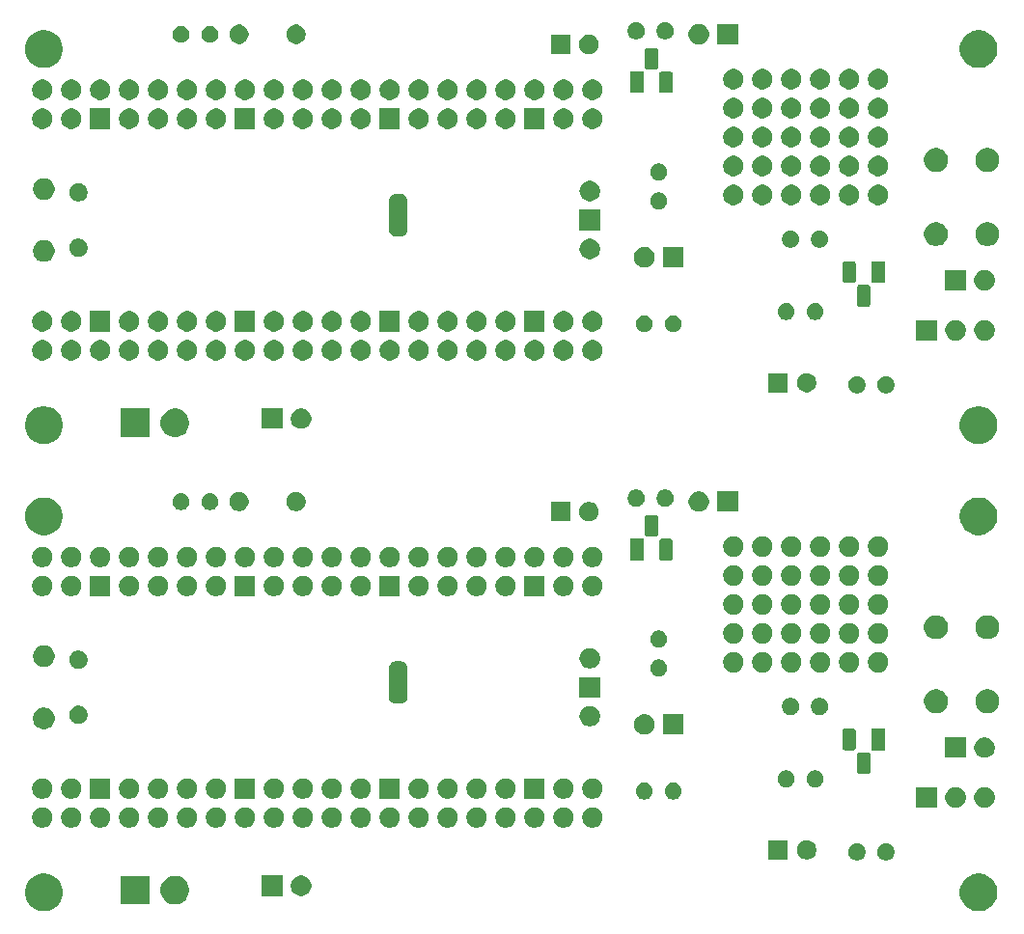
<source format=gbr>
G04 #@! TF.GenerationSoftware,KiCad,Pcbnew,5.1.5+dfsg1-2build2*
G04 #@! TF.CreationDate,2021-11-10T16:28:47-05:00*
G04 #@! TF.ProjectId,,58585858-5858-4585-9858-585858585858,rev?*
G04 #@! TF.SameCoordinates,Original*
G04 #@! TF.FileFunction,Soldermask,Bot*
G04 #@! TF.FilePolarity,Negative*
%FSLAX46Y46*%
G04 Gerber Fmt 4.6, Leading zero omitted, Abs format (unit mm)*
G04 Created by KiCad (PCBNEW 5.1.5+dfsg1-2build2) date 2021-11-10 16:28:47*
%MOMM*%
%LPD*%
G04 APERTURE LIST*
%ADD10C,0.100000*%
G04 APERTURE END LIST*
D10*
G36*
X187403856Y-145555598D02*
G01*
X187510179Y-145576747D01*
X187810642Y-145701203D01*
X188081051Y-145881885D01*
X188311015Y-146111849D01*
X188491697Y-146382258D01*
X188616153Y-146682721D01*
X188679600Y-147001691D01*
X188679600Y-147326909D01*
X188616153Y-147645879D01*
X188491697Y-147946342D01*
X188311015Y-148216751D01*
X188081051Y-148446715D01*
X187810642Y-148627397D01*
X187510179Y-148751853D01*
X187403856Y-148773002D01*
X187191211Y-148815300D01*
X186865989Y-148815300D01*
X186653344Y-148773002D01*
X186547021Y-148751853D01*
X186246558Y-148627397D01*
X185976149Y-148446715D01*
X185746185Y-148216751D01*
X185565503Y-147946342D01*
X185441047Y-147645879D01*
X185377600Y-147326909D01*
X185377600Y-147001691D01*
X185441047Y-146682721D01*
X185565503Y-146382258D01*
X185746185Y-146111849D01*
X185976149Y-145881885D01*
X186246558Y-145701203D01*
X186547021Y-145576747D01*
X186653344Y-145555598D01*
X186865989Y-145513300D01*
X187191211Y-145513300D01*
X187403856Y-145555598D01*
G37*
G36*
X105403856Y-145555598D02*
G01*
X105510179Y-145576747D01*
X105810642Y-145701203D01*
X106081051Y-145881885D01*
X106311015Y-146111849D01*
X106491697Y-146382258D01*
X106616153Y-146682721D01*
X106679600Y-147001691D01*
X106679600Y-147326909D01*
X106616153Y-147645879D01*
X106491697Y-147946342D01*
X106311015Y-148216751D01*
X106081051Y-148446715D01*
X105810642Y-148627397D01*
X105510179Y-148751853D01*
X105403856Y-148773002D01*
X105191211Y-148815300D01*
X104865989Y-148815300D01*
X104653344Y-148773002D01*
X104547021Y-148751853D01*
X104246558Y-148627397D01*
X103976149Y-148446715D01*
X103746185Y-148216751D01*
X103565503Y-147946342D01*
X103441047Y-147645879D01*
X103377600Y-147326909D01*
X103377600Y-147001691D01*
X103441047Y-146682721D01*
X103565503Y-146382258D01*
X103746185Y-146111849D01*
X103976149Y-145881885D01*
X104246558Y-145701203D01*
X104547021Y-145576747D01*
X104653344Y-145555598D01*
X104865989Y-145513300D01*
X105191211Y-145513300D01*
X105403856Y-145555598D01*
G37*
G36*
X116893503Y-145761375D02*
G01*
X117121171Y-145855678D01*
X117326066Y-145992585D01*
X117500315Y-146166834D01*
X117637222Y-146371729D01*
X117731525Y-146599397D01*
X117779600Y-146841087D01*
X117779600Y-147087513D01*
X117731525Y-147329203D01*
X117637222Y-147556871D01*
X117500315Y-147761766D01*
X117326066Y-147936015D01*
X117121171Y-148072922D01*
X117121170Y-148072923D01*
X117121169Y-148072923D01*
X116893503Y-148167225D01*
X116651814Y-148215300D01*
X116405386Y-148215300D01*
X116163697Y-148167225D01*
X115936031Y-148072923D01*
X115936030Y-148072923D01*
X115936029Y-148072922D01*
X115731134Y-147936015D01*
X115556885Y-147761766D01*
X115419978Y-147556871D01*
X115325675Y-147329203D01*
X115277600Y-147087513D01*
X115277600Y-146841087D01*
X115325675Y-146599397D01*
X115419978Y-146371729D01*
X115556885Y-146166834D01*
X115731134Y-145992585D01*
X115936029Y-145855678D01*
X116163697Y-145761375D01*
X116405386Y-145713300D01*
X116651814Y-145713300D01*
X116893503Y-145761375D01*
G37*
G36*
X114279600Y-148215300D02*
G01*
X111777600Y-148215300D01*
X111777600Y-145713300D01*
X114279600Y-145713300D01*
X114279600Y-148215300D01*
G37*
G36*
X127710412Y-145691727D02*
G01*
X127859712Y-145721424D01*
X128023684Y-145789344D01*
X128171254Y-145887947D01*
X128296753Y-146013446D01*
X128395356Y-146161016D01*
X128463276Y-146324988D01*
X128497900Y-146499059D01*
X128497900Y-146676541D01*
X128463276Y-146850612D01*
X128395356Y-147014584D01*
X128296753Y-147162154D01*
X128171254Y-147287653D01*
X128023684Y-147386256D01*
X127859712Y-147454176D01*
X127710412Y-147483873D01*
X127685642Y-147488800D01*
X127508158Y-147488800D01*
X127483388Y-147483873D01*
X127334088Y-147454176D01*
X127170116Y-147386256D01*
X127022546Y-147287653D01*
X126897047Y-147162154D01*
X126798444Y-147014584D01*
X126730524Y-146850612D01*
X126695900Y-146676541D01*
X126695900Y-146499059D01*
X126730524Y-146324988D01*
X126798444Y-146161016D01*
X126897047Y-146013446D01*
X127022546Y-145887947D01*
X127170116Y-145789344D01*
X127334088Y-145721424D01*
X127483388Y-145691727D01*
X127508158Y-145686800D01*
X127685642Y-145686800D01*
X127710412Y-145691727D01*
G37*
G36*
X125957900Y-147488800D02*
G01*
X124155900Y-147488800D01*
X124155900Y-145686800D01*
X125957900Y-145686800D01*
X125957900Y-147488800D01*
G37*
G36*
X179123959Y-142893860D02*
G01*
X179260632Y-142950472D01*
X179383635Y-143032660D01*
X179488240Y-143137265D01*
X179570428Y-143260268D01*
X179570429Y-143260270D01*
X179627040Y-143396941D01*
X179651919Y-143522016D01*
X179655900Y-143542033D01*
X179655900Y-143689967D01*
X179627040Y-143835059D01*
X179570428Y-143971732D01*
X179488240Y-144094735D01*
X179383635Y-144199340D01*
X179260632Y-144281528D01*
X179260631Y-144281529D01*
X179260630Y-144281529D01*
X179123959Y-144338140D01*
X178978868Y-144367000D01*
X178830932Y-144367000D01*
X178685841Y-144338140D01*
X178549170Y-144281529D01*
X178549169Y-144281529D01*
X178549168Y-144281528D01*
X178426165Y-144199340D01*
X178321560Y-144094735D01*
X178239372Y-143971732D01*
X178182760Y-143835059D01*
X178153900Y-143689967D01*
X178153900Y-143542033D01*
X178157882Y-143522016D01*
X178182760Y-143396941D01*
X178239371Y-143260270D01*
X178239372Y-143260268D01*
X178321560Y-143137265D01*
X178426165Y-143032660D01*
X178549168Y-142950472D01*
X178685841Y-142893860D01*
X178830932Y-142865000D01*
X178978868Y-142865000D01*
X179123959Y-142893860D01*
G37*
G36*
X176583959Y-142893860D02*
G01*
X176720632Y-142950472D01*
X176843635Y-143032660D01*
X176948240Y-143137265D01*
X177030428Y-143260268D01*
X177030429Y-143260270D01*
X177087040Y-143396941D01*
X177111919Y-143522016D01*
X177115900Y-143542033D01*
X177115900Y-143689967D01*
X177087040Y-143835059D01*
X177030428Y-143971732D01*
X176948240Y-144094735D01*
X176843635Y-144199340D01*
X176720632Y-144281528D01*
X176720631Y-144281529D01*
X176720630Y-144281529D01*
X176583959Y-144338140D01*
X176438868Y-144367000D01*
X176290932Y-144367000D01*
X176145841Y-144338140D01*
X176009170Y-144281529D01*
X176009169Y-144281529D01*
X176009168Y-144281528D01*
X175886165Y-144199340D01*
X175781560Y-144094735D01*
X175699372Y-143971732D01*
X175642760Y-143835059D01*
X175613900Y-143689967D01*
X175613900Y-143542033D01*
X175617882Y-143522016D01*
X175642760Y-143396941D01*
X175699371Y-143260270D01*
X175699372Y-143260268D01*
X175781560Y-143137265D01*
X175886165Y-143032660D01*
X176009168Y-142950472D01*
X176145841Y-142893860D01*
X176290932Y-142865000D01*
X176438868Y-142865000D01*
X176583959Y-142893860D01*
G37*
G36*
X172191628Y-142619903D02*
G01*
X172346500Y-142684053D01*
X172485881Y-142777185D01*
X172604415Y-142895719D01*
X172697547Y-143035100D01*
X172761697Y-143189972D01*
X172794400Y-143354384D01*
X172794400Y-143522016D01*
X172761697Y-143686428D01*
X172697547Y-143841300D01*
X172604415Y-143980681D01*
X172485881Y-144099215D01*
X172346500Y-144192347D01*
X172191628Y-144256497D01*
X172027216Y-144289200D01*
X171859584Y-144289200D01*
X171695172Y-144256497D01*
X171540300Y-144192347D01*
X171400919Y-144099215D01*
X171282385Y-143980681D01*
X171189253Y-143841300D01*
X171125103Y-143686428D01*
X171092400Y-143522016D01*
X171092400Y-143354384D01*
X171125103Y-143189972D01*
X171189253Y-143035100D01*
X171282385Y-142895719D01*
X171400919Y-142777185D01*
X171540300Y-142684053D01*
X171695172Y-142619903D01*
X171859584Y-142587200D01*
X172027216Y-142587200D01*
X172191628Y-142619903D01*
G37*
G36*
X170294400Y-144289200D02*
G01*
X168592400Y-144289200D01*
X168592400Y-142587200D01*
X170294400Y-142587200D01*
X170294400Y-144289200D01*
G37*
G36*
X110092112Y-139698227D02*
G01*
X110241412Y-139727924D01*
X110405384Y-139795844D01*
X110552954Y-139894447D01*
X110678453Y-140019946D01*
X110777056Y-140167516D01*
X110844976Y-140331488D01*
X110879600Y-140505559D01*
X110879600Y-140683041D01*
X110844976Y-140857112D01*
X110777056Y-141021084D01*
X110678453Y-141168654D01*
X110552954Y-141294153D01*
X110405384Y-141392756D01*
X110241412Y-141460676D01*
X110092112Y-141490373D01*
X110067342Y-141495300D01*
X109889858Y-141495300D01*
X109865088Y-141490373D01*
X109715788Y-141460676D01*
X109551816Y-141392756D01*
X109404246Y-141294153D01*
X109278747Y-141168654D01*
X109180144Y-141021084D01*
X109112224Y-140857112D01*
X109077600Y-140683041D01*
X109077600Y-140505559D01*
X109112224Y-140331488D01*
X109180144Y-140167516D01*
X109278747Y-140019946D01*
X109404246Y-139894447D01*
X109551816Y-139795844D01*
X109715788Y-139727924D01*
X109865088Y-139698227D01*
X109889858Y-139693300D01*
X110067342Y-139693300D01*
X110092112Y-139698227D01*
G37*
G36*
X143112112Y-139698227D02*
G01*
X143261412Y-139727924D01*
X143425384Y-139795844D01*
X143572954Y-139894447D01*
X143698453Y-140019946D01*
X143797056Y-140167516D01*
X143864976Y-140331488D01*
X143899600Y-140505559D01*
X143899600Y-140683041D01*
X143864976Y-140857112D01*
X143797056Y-141021084D01*
X143698453Y-141168654D01*
X143572954Y-141294153D01*
X143425384Y-141392756D01*
X143261412Y-141460676D01*
X143112112Y-141490373D01*
X143087342Y-141495300D01*
X142909858Y-141495300D01*
X142885088Y-141490373D01*
X142735788Y-141460676D01*
X142571816Y-141392756D01*
X142424246Y-141294153D01*
X142298747Y-141168654D01*
X142200144Y-141021084D01*
X142132224Y-140857112D01*
X142097600Y-140683041D01*
X142097600Y-140505559D01*
X142132224Y-140331488D01*
X142200144Y-140167516D01*
X142298747Y-140019946D01*
X142424246Y-139894447D01*
X142571816Y-139795844D01*
X142735788Y-139727924D01*
X142885088Y-139698227D01*
X142909858Y-139693300D01*
X143087342Y-139693300D01*
X143112112Y-139698227D01*
G37*
G36*
X107552112Y-139698227D02*
G01*
X107701412Y-139727924D01*
X107865384Y-139795844D01*
X108012954Y-139894447D01*
X108138453Y-140019946D01*
X108237056Y-140167516D01*
X108304976Y-140331488D01*
X108339600Y-140505559D01*
X108339600Y-140683041D01*
X108304976Y-140857112D01*
X108237056Y-141021084D01*
X108138453Y-141168654D01*
X108012954Y-141294153D01*
X107865384Y-141392756D01*
X107701412Y-141460676D01*
X107552112Y-141490373D01*
X107527342Y-141495300D01*
X107349858Y-141495300D01*
X107325088Y-141490373D01*
X107175788Y-141460676D01*
X107011816Y-141392756D01*
X106864246Y-141294153D01*
X106738747Y-141168654D01*
X106640144Y-141021084D01*
X106572224Y-140857112D01*
X106537600Y-140683041D01*
X106537600Y-140505559D01*
X106572224Y-140331488D01*
X106640144Y-140167516D01*
X106738747Y-140019946D01*
X106864246Y-139894447D01*
X107011816Y-139795844D01*
X107175788Y-139727924D01*
X107325088Y-139698227D01*
X107349858Y-139693300D01*
X107527342Y-139693300D01*
X107552112Y-139698227D01*
G37*
G36*
X105012112Y-139698227D02*
G01*
X105161412Y-139727924D01*
X105325384Y-139795844D01*
X105472954Y-139894447D01*
X105598453Y-140019946D01*
X105697056Y-140167516D01*
X105764976Y-140331488D01*
X105799600Y-140505559D01*
X105799600Y-140683041D01*
X105764976Y-140857112D01*
X105697056Y-141021084D01*
X105598453Y-141168654D01*
X105472954Y-141294153D01*
X105325384Y-141392756D01*
X105161412Y-141460676D01*
X105012112Y-141490373D01*
X104987342Y-141495300D01*
X104809858Y-141495300D01*
X104785088Y-141490373D01*
X104635788Y-141460676D01*
X104471816Y-141392756D01*
X104324246Y-141294153D01*
X104198747Y-141168654D01*
X104100144Y-141021084D01*
X104032224Y-140857112D01*
X103997600Y-140683041D01*
X103997600Y-140505559D01*
X104032224Y-140331488D01*
X104100144Y-140167516D01*
X104198747Y-140019946D01*
X104324246Y-139894447D01*
X104471816Y-139795844D01*
X104635788Y-139727924D01*
X104785088Y-139698227D01*
X104809858Y-139693300D01*
X104987342Y-139693300D01*
X105012112Y-139698227D01*
G37*
G36*
X140572112Y-139698227D02*
G01*
X140721412Y-139727924D01*
X140885384Y-139795844D01*
X141032954Y-139894447D01*
X141158453Y-140019946D01*
X141257056Y-140167516D01*
X141324976Y-140331488D01*
X141359600Y-140505559D01*
X141359600Y-140683041D01*
X141324976Y-140857112D01*
X141257056Y-141021084D01*
X141158453Y-141168654D01*
X141032954Y-141294153D01*
X140885384Y-141392756D01*
X140721412Y-141460676D01*
X140572112Y-141490373D01*
X140547342Y-141495300D01*
X140369858Y-141495300D01*
X140345088Y-141490373D01*
X140195788Y-141460676D01*
X140031816Y-141392756D01*
X139884246Y-141294153D01*
X139758747Y-141168654D01*
X139660144Y-141021084D01*
X139592224Y-140857112D01*
X139557600Y-140683041D01*
X139557600Y-140505559D01*
X139592224Y-140331488D01*
X139660144Y-140167516D01*
X139758747Y-140019946D01*
X139884246Y-139894447D01*
X140031816Y-139795844D01*
X140195788Y-139727924D01*
X140345088Y-139698227D01*
X140369858Y-139693300D01*
X140547342Y-139693300D01*
X140572112Y-139698227D01*
G37*
G36*
X135492112Y-139698227D02*
G01*
X135641412Y-139727924D01*
X135805384Y-139795844D01*
X135952954Y-139894447D01*
X136078453Y-140019946D01*
X136177056Y-140167516D01*
X136244976Y-140331488D01*
X136279600Y-140505559D01*
X136279600Y-140683041D01*
X136244976Y-140857112D01*
X136177056Y-141021084D01*
X136078453Y-141168654D01*
X135952954Y-141294153D01*
X135805384Y-141392756D01*
X135641412Y-141460676D01*
X135492112Y-141490373D01*
X135467342Y-141495300D01*
X135289858Y-141495300D01*
X135265088Y-141490373D01*
X135115788Y-141460676D01*
X134951816Y-141392756D01*
X134804246Y-141294153D01*
X134678747Y-141168654D01*
X134580144Y-141021084D01*
X134512224Y-140857112D01*
X134477600Y-140683041D01*
X134477600Y-140505559D01*
X134512224Y-140331488D01*
X134580144Y-140167516D01*
X134678747Y-140019946D01*
X134804246Y-139894447D01*
X134951816Y-139795844D01*
X135115788Y-139727924D01*
X135265088Y-139698227D01*
X135289858Y-139693300D01*
X135467342Y-139693300D01*
X135492112Y-139698227D01*
G37*
G36*
X145652112Y-139698227D02*
G01*
X145801412Y-139727924D01*
X145965384Y-139795844D01*
X146112954Y-139894447D01*
X146238453Y-140019946D01*
X146337056Y-140167516D01*
X146404976Y-140331488D01*
X146439600Y-140505559D01*
X146439600Y-140683041D01*
X146404976Y-140857112D01*
X146337056Y-141021084D01*
X146238453Y-141168654D01*
X146112954Y-141294153D01*
X145965384Y-141392756D01*
X145801412Y-141460676D01*
X145652112Y-141490373D01*
X145627342Y-141495300D01*
X145449858Y-141495300D01*
X145425088Y-141490373D01*
X145275788Y-141460676D01*
X145111816Y-141392756D01*
X144964246Y-141294153D01*
X144838747Y-141168654D01*
X144740144Y-141021084D01*
X144672224Y-140857112D01*
X144637600Y-140683041D01*
X144637600Y-140505559D01*
X144672224Y-140331488D01*
X144740144Y-140167516D01*
X144838747Y-140019946D01*
X144964246Y-139894447D01*
X145111816Y-139795844D01*
X145275788Y-139727924D01*
X145425088Y-139698227D01*
X145449858Y-139693300D01*
X145627342Y-139693300D01*
X145652112Y-139698227D01*
G37*
G36*
X148192112Y-139698227D02*
G01*
X148341412Y-139727924D01*
X148505384Y-139795844D01*
X148652954Y-139894447D01*
X148778453Y-140019946D01*
X148877056Y-140167516D01*
X148944976Y-140331488D01*
X148979600Y-140505559D01*
X148979600Y-140683041D01*
X148944976Y-140857112D01*
X148877056Y-141021084D01*
X148778453Y-141168654D01*
X148652954Y-141294153D01*
X148505384Y-141392756D01*
X148341412Y-141460676D01*
X148192112Y-141490373D01*
X148167342Y-141495300D01*
X147989858Y-141495300D01*
X147965088Y-141490373D01*
X147815788Y-141460676D01*
X147651816Y-141392756D01*
X147504246Y-141294153D01*
X147378747Y-141168654D01*
X147280144Y-141021084D01*
X147212224Y-140857112D01*
X147177600Y-140683041D01*
X147177600Y-140505559D01*
X147212224Y-140331488D01*
X147280144Y-140167516D01*
X147378747Y-140019946D01*
X147504246Y-139894447D01*
X147651816Y-139795844D01*
X147815788Y-139727924D01*
X147965088Y-139698227D01*
X147989858Y-139693300D01*
X148167342Y-139693300D01*
X148192112Y-139698227D01*
G37*
G36*
X150732112Y-139698227D02*
G01*
X150881412Y-139727924D01*
X151045384Y-139795844D01*
X151192954Y-139894447D01*
X151318453Y-140019946D01*
X151417056Y-140167516D01*
X151484976Y-140331488D01*
X151519600Y-140505559D01*
X151519600Y-140683041D01*
X151484976Y-140857112D01*
X151417056Y-141021084D01*
X151318453Y-141168654D01*
X151192954Y-141294153D01*
X151045384Y-141392756D01*
X150881412Y-141460676D01*
X150732112Y-141490373D01*
X150707342Y-141495300D01*
X150529858Y-141495300D01*
X150505088Y-141490373D01*
X150355788Y-141460676D01*
X150191816Y-141392756D01*
X150044246Y-141294153D01*
X149918747Y-141168654D01*
X149820144Y-141021084D01*
X149752224Y-140857112D01*
X149717600Y-140683041D01*
X149717600Y-140505559D01*
X149752224Y-140331488D01*
X149820144Y-140167516D01*
X149918747Y-140019946D01*
X150044246Y-139894447D01*
X150191816Y-139795844D01*
X150355788Y-139727924D01*
X150505088Y-139698227D01*
X150529858Y-139693300D01*
X150707342Y-139693300D01*
X150732112Y-139698227D01*
G37*
G36*
X153272112Y-139698227D02*
G01*
X153421412Y-139727924D01*
X153585384Y-139795844D01*
X153732954Y-139894447D01*
X153858453Y-140019946D01*
X153957056Y-140167516D01*
X154024976Y-140331488D01*
X154059600Y-140505559D01*
X154059600Y-140683041D01*
X154024976Y-140857112D01*
X153957056Y-141021084D01*
X153858453Y-141168654D01*
X153732954Y-141294153D01*
X153585384Y-141392756D01*
X153421412Y-141460676D01*
X153272112Y-141490373D01*
X153247342Y-141495300D01*
X153069858Y-141495300D01*
X153045088Y-141490373D01*
X152895788Y-141460676D01*
X152731816Y-141392756D01*
X152584246Y-141294153D01*
X152458747Y-141168654D01*
X152360144Y-141021084D01*
X152292224Y-140857112D01*
X152257600Y-140683041D01*
X152257600Y-140505559D01*
X152292224Y-140331488D01*
X152360144Y-140167516D01*
X152458747Y-140019946D01*
X152584246Y-139894447D01*
X152731816Y-139795844D01*
X152895788Y-139727924D01*
X153045088Y-139698227D01*
X153069858Y-139693300D01*
X153247342Y-139693300D01*
X153272112Y-139698227D01*
G37*
G36*
X115172112Y-139698227D02*
G01*
X115321412Y-139727924D01*
X115485384Y-139795844D01*
X115632954Y-139894447D01*
X115758453Y-140019946D01*
X115857056Y-140167516D01*
X115924976Y-140331488D01*
X115959600Y-140505559D01*
X115959600Y-140683041D01*
X115924976Y-140857112D01*
X115857056Y-141021084D01*
X115758453Y-141168654D01*
X115632954Y-141294153D01*
X115485384Y-141392756D01*
X115321412Y-141460676D01*
X115172112Y-141490373D01*
X115147342Y-141495300D01*
X114969858Y-141495300D01*
X114945088Y-141490373D01*
X114795788Y-141460676D01*
X114631816Y-141392756D01*
X114484246Y-141294153D01*
X114358747Y-141168654D01*
X114260144Y-141021084D01*
X114192224Y-140857112D01*
X114157600Y-140683041D01*
X114157600Y-140505559D01*
X114192224Y-140331488D01*
X114260144Y-140167516D01*
X114358747Y-140019946D01*
X114484246Y-139894447D01*
X114631816Y-139795844D01*
X114795788Y-139727924D01*
X114945088Y-139698227D01*
X114969858Y-139693300D01*
X115147342Y-139693300D01*
X115172112Y-139698227D01*
G37*
G36*
X117712112Y-139698227D02*
G01*
X117861412Y-139727924D01*
X118025384Y-139795844D01*
X118172954Y-139894447D01*
X118298453Y-140019946D01*
X118397056Y-140167516D01*
X118464976Y-140331488D01*
X118499600Y-140505559D01*
X118499600Y-140683041D01*
X118464976Y-140857112D01*
X118397056Y-141021084D01*
X118298453Y-141168654D01*
X118172954Y-141294153D01*
X118025384Y-141392756D01*
X117861412Y-141460676D01*
X117712112Y-141490373D01*
X117687342Y-141495300D01*
X117509858Y-141495300D01*
X117485088Y-141490373D01*
X117335788Y-141460676D01*
X117171816Y-141392756D01*
X117024246Y-141294153D01*
X116898747Y-141168654D01*
X116800144Y-141021084D01*
X116732224Y-140857112D01*
X116697600Y-140683041D01*
X116697600Y-140505559D01*
X116732224Y-140331488D01*
X116800144Y-140167516D01*
X116898747Y-140019946D01*
X117024246Y-139894447D01*
X117171816Y-139795844D01*
X117335788Y-139727924D01*
X117485088Y-139698227D01*
X117509858Y-139693300D01*
X117687342Y-139693300D01*
X117712112Y-139698227D01*
G37*
G36*
X112632112Y-139698227D02*
G01*
X112781412Y-139727924D01*
X112945384Y-139795844D01*
X113092954Y-139894447D01*
X113218453Y-140019946D01*
X113317056Y-140167516D01*
X113384976Y-140331488D01*
X113419600Y-140505559D01*
X113419600Y-140683041D01*
X113384976Y-140857112D01*
X113317056Y-141021084D01*
X113218453Y-141168654D01*
X113092954Y-141294153D01*
X112945384Y-141392756D01*
X112781412Y-141460676D01*
X112632112Y-141490373D01*
X112607342Y-141495300D01*
X112429858Y-141495300D01*
X112405088Y-141490373D01*
X112255788Y-141460676D01*
X112091816Y-141392756D01*
X111944246Y-141294153D01*
X111818747Y-141168654D01*
X111720144Y-141021084D01*
X111652224Y-140857112D01*
X111617600Y-140683041D01*
X111617600Y-140505559D01*
X111652224Y-140331488D01*
X111720144Y-140167516D01*
X111818747Y-140019946D01*
X111944246Y-139894447D01*
X112091816Y-139795844D01*
X112255788Y-139727924D01*
X112405088Y-139698227D01*
X112429858Y-139693300D01*
X112607342Y-139693300D01*
X112632112Y-139698227D01*
G37*
G36*
X120252112Y-139698227D02*
G01*
X120401412Y-139727924D01*
X120565384Y-139795844D01*
X120712954Y-139894447D01*
X120838453Y-140019946D01*
X120937056Y-140167516D01*
X121004976Y-140331488D01*
X121039600Y-140505559D01*
X121039600Y-140683041D01*
X121004976Y-140857112D01*
X120937056Y-141021084D01*
X120838453Y-141168654D01*
X120712954Y-141294153D01*
X120565384Y-141392756D01*
X120401412Y-141460676D01*
X120252112Y-141490373D01*
X120227342Y-141495300D01*
X120049858Y-141495300D01*
X120025088Y-141490373D01*
X119875788Y-141460676D01*
X119711816Y-141392756D01*
X119564246Y-141294153D01*
X119438747Y-141168654D01*
X119340144Y-141021084D01*
X119272224Y-140857112D01*
X119237600Y-140683041D01*
X119237600Y-140505559D01*
X119272224Y-140331488D01*
X119340144Y-140167516D01*
X119438747Y-140019946D01*
X119564246Y-139894447D01*
X119711816Y-139795844D01*
X119875788Y-139727924D01*
X120025088Y-139698227D01*
X120049858Y-139693300D01*
X120227342Y-139693300D01*
X120252112Y-139698227D01*
G37*
G36*
X122792112Y-139698227D02*
G01*
X122941412Y-139727924D01*
X123105384Y-139795844D01*
X123252954Y-139894447D01*
X123378453Y-140019946D01*
X123477056Y-140167516D01*
X123544976Y-140331488D01*
X123579600Y-140505559D01*
X123579600Y-140683041D01*
X123544976Y-140857112D01*
X123477056Y-141021084D01*
X123378453Y-141168654D01*
X123252954Y-141294153D01*
X123105384Y-141392756D01*
X122941412Y-141460676D01*
X122792112Y-141490373D01*
X122767342Y-141495300D01*
X122589858Y-141495300D01*
X122565088Y-141490373D01*
X122415788Y-141460676D01*
X122251816Y-141392756D01*
X122104246Y-141294153D01*
X121978747Y-141168654D01*
X121880144Y-141021084D01*
X121812224Y-140857112D01*
X121777600Y-140683041D01*
X121777600Y-140505559D01*
X121812224Y-140331488D01*
X121880144Y-140167516D01*
X121978747Y-140019946D01*
X122104246Y-139894447D01*
X122251816Y-139795844D01*
X122415788Y-139727924D01*
X122565088Y-139698227D01*
X122589858Y-139693300D01*
X122767342Y-139693300D01*
X122792112Y-139698227D01*
G37*
G36*
X125332112Y-139698227D02*
G01*
X125481412Y-139727924D01*
X125645384Y-139795844D01*
X125792954Y-139894447D01*
X125918453Y-140019946D01*
X126017056Y-140167516D01*
X126084976Y-140331488D01*
X126119600Y-140505559D01*
X126119600Y-140683041D01*
X126084976Y-140857112D01*
X126017056Y-141021084D01*
X125918453Y-141168654D01*
X125792954Y-141294153D01*
X125645384Y-141392756D01*
X125481412Y-141460676D01*
X125332112Y-141490373D01*
X125307342Y-141495300D01*
X125129858Y-141495300D01*
X125105088Y-141490373D01*
X124955788Y-141460676D01*
X124791816Y-141392756D01*
X124644246Y-141294153D01*
X124518747Y-141168654D01*
X124420144Y-141021084D01*
X124352224Y-140857112D01*
X124317600Y-140683041D01*
X124317600Y-140505559D01*
X124352224Y-140331488D01*
X124420144Y-140167516D01*
X124518747Y-140019946D01*
X124644246Y-139894447D01*
X124791816Y-139795844D01*
X124955788Y-139727924D01*
X125105088Y-139698227D01*
X125129858Y-139693300D01*
X125307342Y-139693300D01*
X125332112Y-139698227D01*
G37*
G36*
X127872112Y-139698227D02*
G01*
X128021412Y-139727924D01*
X128185384Y-139795844D01*
X128332954Y-139894447D01*
X128458453Y-140019946D01*
X128557056Y-140167516D01*
X128624976Y-140331488D01*
X128659600Y-140505559D01*
X128659600Y-140683041D01*
X128624976Y-140857112D01*
X128557056Y-141021084D01*
X128458453Y-141168654D01*
X128332954Y-141294153D01*
X128185384Y-141392756D01*
X128021412Y-141460676D01*
X127872112Y-141490373D01*
X127847342Y-141495300D01*
X127669858Y-141495300D01*
X127645088Y-141490373D01*
X127495788Y-141460676D01*
X127331816Y-141392756D01*
X127184246Y-141294153D01*
X127058747Y-141168654D01*
X126960144Y-141021084D01*
X126892224Y-140857112D01*
X126857600Y-140683041D01*
X126857600Y-140505559D01*
X126892224Y-140331488D01*
X126960144Y-140167516D01*
X127058747Y-140019946D01*
X127184246Y-139894447D01*
X127331816Y-139795844D01*
X127495788Y-139727924D01*
X127645088Y-139698227D01*
X127669858Y-139693300D01*
X127847342Y-139693300D01*
X127872112Y-139698227D01*
G37*
G36*
X130412112Y-139698227D02*
G01*
X130561412Y-139727924D01*
X130725384Y-139795844D01*
X130872954Y-139894447D01*
X130998453Y-140019946D01*
X131097056Y-140167516D01*
X131164976Y-140331488D01*
X131199600Y-140505559D01*
X131199600Y-140683041D01*
X131164976Y-140857112D01*
X131097056Y-141021084D01*
X130998453Y-141168654D01*
X130872954Y-141294153D01*
X130725384Y-141392756D01*
X130561412Y-141460676D01*
X130412112Y-141490373D01*
X130387342Y-141495300D01*
X130209858Y-141495300D01*
X130185088Y-141490373D01*
X130035788Y-141460676D01*
X129871816Y-141392756D01*
X129724246Y-141294153D01*
X129598747Y-141168654D01*
X129500144Y-141021084D01*
X129432224Y-140857112D01*
X129397600Y-140683041D01*
X129397600Y-140505559D01*
X129432224Y-140331488D01*
X129500144Y-140167516D01*
X129598747Y-140019946D01*
X129724246Y-139894447D01*
X129871816Y-139795844D01*
X130035788Y-139727924D01*
X130185088Y-139698227D01*
X130209858Y-139693300D01*
X130387342Y-139693300D01*
X130412112Y-139698227D01*
G37*
G36*
X132952112Y-139698227D02*
G01*
X133101412Y-139727924D01*
X133265384Y-139795844D01*
X133412954Y-139894447D01*
X133538453Y-140019946D01*
X133637056Y-140167516D01*
X133704976Y-140331488D01*
X133739600Y-140505559D01*
X133739600Y-140683041D01*
X133704976Y-140857112D01*
X133637056Y-141021084D01*
X133538453Y-141168654D01*
X133412954Y-141294153D01*
X133265384Y-141392756D01*
X133101412Y-141460676D01*
X132952112Y-141490373D01*
X132927342Y-141495300D01*
X132749858Y-141495300D01*
X132725088Y-141490373D01*
X132575788Y-141460676D01*
X132411816Y-141392756D01*
X132264246Y-141294153D01*
X132138747Y-141168654D01*
X132040144Y-141021084D01*
X131972224Y-140857112D01*
X131937600Y-140683041D01*
X131937600Y-140505559D01*
X131972224Y-140331488D01*
X132040144Y-140167516D01*
X132138747Y-140019946D01*
X132264246Y-139894447D01*
X132411816Y-139795844D01*
X132575788Y-139727924D01*
X132725088Y-139698227D01*
X132749858Y-139693300D01*
X132927342Y-139693300D01*
X132952112Y-139698227D01*
G37*
G36*
X138032112Y-139698227D02*
G01*
X138181412Y-139727924D01*
X138345384Y-139795844D01*
X138492954Y-139894447D01*
X138618453Y-140019946D01*
X138717056Y-140167516D01*
X138784976Y-140331488D01*
X138819600Y-140505559D01*
X138819600Y-140683041D01*
X138784976Y-140857112D01*
X138717056Y-141021084D01*
X138618453Y-141168654D01*
X138492954Y-141294153D01*
X138345384Y-141392756D01*
X138181412Y-141460676D01*
X138032112Y-141490373D01*
X138007342Y-141495300D01*
X137829858Y-141495300D01*
X137805088Y-141490373D01*
X137655788Y-141460676D01*
X137491816Y-141392756D01*
X137344246Y-141294153D01*
X137218747Y-141168654D01*
X137120144Y-141021084D01*
X137052224Y-140857112D01*
X137017600Y-140683041D01*
X137017600Y-140505559D01*
X137052224Y-140331488D01*
X137120144Y-140167516D01*
X137218747Y-140019946D01*
X137344246Y-139894447D01*
X137491816Y-139795844D01*
X137655788Y-139727924D01*
X137805088Y-139698227D01*
X137829858Y-139693300D01*
X138007342Y-139693300D01*
X138032112Y-139698227D01*
G37*
G36*
X187667112Y-137944727D02*
G01*
X187816412Y-137974424D01*
X187980384Y-138042344D01*
X188127954Y-138140947D01*
X188253453Y-138266446D01*
X188352056Y-138414016D01*
X188419976Y-138577988D01*
X188449673Y-138727288D01*
X188454600Y-138752058D01*
X188454600Y-138929542D01*
X188453548Y-138934829D01*
X188419976Y-139103612D01*
X188352056Y-139267584D01*
X188253453Y-139415154D01*
X188127954Y-139540653D01*
X187980384Y-139639256D01*
X187816412Y-139707176D01*
X187667112Y-139736873D01*
X187642342Y-139741800D01*
X187464858Y-139741800D01*
X187440088Y-139736873D01*
X187290788Y-139707176D01*
X187126816Y-139639256D01*
X186979246Y-139540653D01*
X186853747Y-139415154D01*
X186755144Y-139267584D01*
X186687224Y-139103612D01*
X186653652Y-138934829D01*
X186652600Y-138929542D01*
X186652600Y-138752058D01*
X186657527Y-138727288D01*
X186687224Y-138577988D01*
X186755144Y-138414016D01*
X186853747Y-138266446D01*
X186979246Y-138140947D01*
X187126816Y-138042344D01*
X187290788Y-137974424D01*
X187440088Y-137944727D01*
X187464858Y-137939800D01*
X187642342Y-137939800D01*
X187667112Y-137944727D01*
G37*
G36*
X185127112Y-137944727D02*
G01*
X185276412Y-137974424D01*
X185440384Y-138042344D01*
X185587954Y-138140947D01*
X185713453Y-138266446D01*
X185812056Y-138414016D01*
X185879976Y-138577988D01*
X185909673Y-138727288D01*
X185914600Y-138752058D01*
X185914600Y-138929542D01*
X185913548Y-138934829D01*
X185879976Y-139103612D01*
X185812056Y-139267584D01*
X185713453Y-139415154D01*
X185587954Y-139540653D01*
X185440384Y-139639256D01*
X185276412Y-139707176D01*
X185127112Y-139736873D01*
X185102342Y-139741800D01*
X184924858Y-139741800D01*
X184900088Y-139736873D01*
X184750788Y-139707176D01*
X184586816Y-139639256D01*
X184439246Y-139540653D01*
X184313747Y-139415154D01*
X184215144Y-139267584D01*
X184147224Y-139103612D01*
X184113652Y-138934829D01*
X184112600Y-138929542D01*
X184112600Y-138752058D01*
X184117527Y-138727288D01*
X184147224Y-138577988D01*
X184215144Y-138414016D01*
X184313747Y-138266446D01*
X184439246Y-138140947D01*
X184586816Y-138042344D01*
X184750788Y-137974424D01*
X184900088Y-137944727D01*
X184924858Y-137939800D01*
X185102342Y-137939800D01*
X185127112Y-137944727D01*
G37*
G36*
X183374600Y-139741800D02*
G01*
X181572600Y-139741800D01*
X181572600Y-137939800D01*
X183374600Y-137939800D01*
X183374600Y-139741800D01*
G37*
G36*
X160459464Y-137545530D02*
G01*
X160467659Y-137547160D01*
X160604332Y-137603772D01*
X160727335Y-137685960D01*
X160831940Y-137790565D01*
X160832557Y-137791489D01*
X160914129Y-137913570D01*
X160970740Y-138050241D01*
X160999600Y-138195332D01*
X160999600Y-138343268D01*
X160985527Y-138414018D01*
X160970740Y-138488359D01*
X160914128Y-138625032D01*
X160831940Y-138748035D01*
X160727335Y-138852640D01*
X160604332Y-138934828D01*
X160604331Y-138934829D01*
X160604330Y-138934829D01*
X160467659Y-138991440D01*
X160322568Y-139020300D01*
X160174632Y-139020300D01*
X160029541Y-138991440D01*
X159892870Y-138934829D01*
X159892869Y-138934829D01*
X159892868Y-138934828D01*
X159769865Y-138852640D01*
X159665260Y-138748035D01*
X159583072Y-138625032D01*
X159526460Y-138488359D01*
X159511673Y-138414018D01*
X159497600Y-138343268D01*
X159497600Y-138195332D01*
X159526460Y-138050241D01*
X159583071Y-137913570D01*
X159664643Y-137791489D01*
X159665260Y-137790565D01*
X159769865Y-137685960D01*
X159892868Y-137603772D01*
X160029541Y-137547160D01*
X160037736Y-137545530D01*
X160174632Y-137518300D01*
X160322568Y-137518300D01*
X160459464Y-137545530D01*
G37*
G36*
X157919464Y-137545530D02*
G01*
X157927659Y-137547160D01*
X158064332Y-137603772D01*
X158187335Y-137685960D01*
X158291940Y-137790565D01*
X158292557Y-137791489D01*
X158374129Y-137913570D01*
X158430740Y-138050241D01*
X158459600Y-138195332D01*
X158459600Y-138343268D01*
X158445527Y-138414018D01*
X158430740Y-138488359D01*
X158374128Y-138625032D01*
X158291940Y-138748035D01*
X158187335Y-138852640D01*
X158064332Y-138934828D01*
X158064331Y-138934829D01*
X158064330Y-138934829D01*
X157927659Y-138991440D01*
X157782568Y-139020300D01*
X157634632Y-139020300D01*
X157489541Y-138991440D01*
X157352870Y-138934829D01*
X157352869Y-138934829D01*
X157352868Y-138934828D01*
X157229865Y-138852640D01*
X157125260Y-138748035D01*
X157043072Y-138625032D01*
X156986460Y-138488359D01*
X156971673Y-138414018D01*
X156957600Y-138343268D01*
X156957600Y-138195332D01*
X156986460Y-138050241D01*
X157043071Y-137913570D01*
X157124643Y-137791489D01*
X157125260Y-137790565D01*
X157229865Y-137685960D01*
X157352868Y-137603772D01*
X157489541Y-137547160D01*
X157497736Y-137545530D01*
X157634632Y-137518300D01*
X157782568Y-137518300D01*
X157919464Y-137545530D01*
G37*
G36*
X123579600Y-138955300D02*
G01*
X121777600Y-138955300D01*
X121777600Y-137153300D01*
X123579600Y-137153300D01*
X123579600Y-138955300D01*
G37*
G36*
X120252112Y-137158227D02*
G01*
X120401412Y-137187924D01*
X120565384Y-137255844D01*
X120712954Y-137354447D01*
X120838453Y-137479946D01*
X120937056Y-137627516D01*
X121004976Y-137791488D01*
X121039600Y-137965559D01*
X121039600Y-138143041D01*
X121004976Y-138317112D01*
X120937056Y-138481084D01*
X120838453Y-138628654D01*
X120712954Y-138754153D01*
X120565384Y-138852756D01*
X120401412Y-138920676D01*
X120252112Y-138950373D01*
X120227342Y-138955300D01*
X120049858Y-138955300D01*
X120025088Y-138950373D01*
X119875788Y-138920676D01*
X119711816Y-138852756D01*
X119564246Y-138754153D01*
X119438747Y-138628654D01*
X119340144Y-138481084D01*
X119272224Y-138317112D01*
X119237600Y-138143041D01*
X119237600Y-137965559D01*
X119272224Y-137791488D01*
X119340144Y-137627516D01*
X119438747Y-137479946D01*
X119564246Y-137354447D01*
X119711816Y-137255844D01*
X119875788Y-137187924D01*
X120025088Y-137158227D01*
X120049858Y-137153300D01*
X120227342Y-137153300D01*
X120252112Y-137158227D01*
G37*
G36*
X125332112Y-137158227D02*
G01*
X125481412Y-137187924D01*
X125645384Y-137255844D01*
X125792954Y-137354447D01*
X125918453Y-137479946D01*
X126017056Y-137627516D01*
X126084976Y-137791488D01*
X126119600Y-137965559D01*
X126119600Y-138143041D01*
X126084976Y-138317112D01*
X126017056Y-138481084D01*
X125918453Y-138628654D01*
X125792954Y-138754153D01*
X125645384Y-138852756D01*
X125481412Y-138920676D01*
X125332112Y-138950373D01*
X125307342Y-138955300D01*
X125129858Y-138955300D01*
X125105088Y-138950373D01*
X124955788Y-138920676D01*
X124791816Y-138852756D01*
X124644246Y-138754153D01*
X124518747Y-138628654D01*
X124420144Y-138481084D01*
X124352224Y-138317112D01*
X124317600Y-138143041D01*
X124317600Y-137965559D01*
X124352224Y-137791488D01*
X124420144Y-137627516D01*
X124518747Y-137479946D01*
X124644246Y-137354447D01*
X124791816Y-137255844D01*
X124955788Y-137187924D01*
X125105088Y-137158227D01*
X125129858Y-137153300D01*
X125307342Y-137153300D01*
X125332112Y-137158227D01*
G37*
G36*
X127872112Y-137158227D02*
G01*
X128021412Y-137187924D01*
X128185384Y-137255844D01*
X128332954Y-137354447D01*
X128458453Y-137479946D01*
X128557056Y-137627516D01*
X128624976Y-137791488D01*
X128659600Y-137965559D01*
X128659600Y-138143041D01*
X128624976Y-138317112D01*
X128557056Y-138481084D01*
X128458453Y-138628654D01*
X128332954Y-138754153D01*
X128185384Y-138852756D01*
X128021412Y-138920676D01*
X127872112Y-138950373D01*
X127847342Y-138955300D01*
X127669858Y-138955300D01*
X127645088Y-138950373D01*
X127495788Y-138920676D01*
X127331816Y-138852756D01*
X127184246Y-138754153D01*
X127058747Y-138628654D01*
X126960144Y-138481084D01*
X126892224Y-138317112D01*
X126857600Y-138143041D01*
X126857600Y-137965559D01*
X126892224Y-137791488D01*
X126960144Y-137627516D01*
X127058747Y-137479946D01*
X127184246Y-137354447D01*
X127331816Y-137255844D01*
X127495788Y-137187924D01*
X127645088Y-137158227D01*
X127669858Y-137153300D01*
X127847342Y-137153300D01*
X127872112Y-137158227D01*
G37*
G36*
X130412112Y-137158227D02*
G01*
X130561412Y-137187924D01*
X130725384Y-137255844D01*
X130872954Y-137354447D01*
X130998453Y-137479946D01*
X131097056Y-137627516D01*
X131164976Y-137791488D01*
X131199600Y-137965559D01*
X131199600Y-138143041D01*
X131164976Y-138317112D01*
X131097056Y-138481084D01*
X130998453Y-138628654D01*
X130872954Y-138754153D01*
X130725384Y-138852756D01*
X130561412Y-138920676D01*
X130412112Y-138950373D01*
X130387342Y-138955300D01*
X130209858Y-138955300D01*
X130185088Y-138950373D01*
X130035788Y-138920676D01*
X129871816Y-138852756D01*
X129724246Y-138754153D01*
X129598747Y-138628654D01*
X129500144Y-138481084D01*
X129432224Y-138317112D01*
X129397600Y-138143041D01*
X129397600Y-137965559D01*
X129432224Y-137791488D01*
X129500144Y-137627516D01*
X129598747Y-137479946D01*
X129724246Y-137354447D01*
X129871816Y-137255844D01*
X130035788Y-137187924D01*
X130185088Y-137158227D01*
X130209858Y-137153300D01*
X130387342Y-137153300D01*
X130412112Y-137158227D01*
G37*
G36*
X132952112Y-137158227D02*
G01*
X133101412Y-137187924D01*
X133265384Y-137255844D01*
X133412954Y-137354447D01*
X133538453Y-137479946D01*
X133637056Y-137627516D01*
X133704976Y-137791488D01*
X133739600Y-137965559D01*
X133739600Y-138143041D01*
X133704976Y-138317112D01*
X133637056Y-138481084D01*
X133538453Y-138628654D01*
X133412954Y-138754153D01*
X133265384Y-138852756D01*
X133101412Y-138920676D01*
X132952112Y-138950373D01*
X132927342Y-138955300D01*
X132749858Y-138955300D01*
X132725088Y-138950373D01*
X132575788Y-138920676D01*
X132411816Y-138852756D01*
X132264246Y-138754153D01*
X132138747Y-138628654D01*
X132040144Y-138481084D01*
X131972224Y-138317112D01*
X131937600Y-138143041D01*
X131937600Y-137965559D01*
X131972224Y-137791488D01*
X132040144Y-137627516D01*
X132138747Y-137479946D01*
X132264246Y-137354447D01*
X132411816Y-137255844D01*
X132575788Y-137187924D01*
X132725088Y-137158227D01*
X132749858Y-137153300D01*
X132927342Y-137153300D01*
X132952112Y-137158227D01*
G37*
G36*
X136279600Y-138955300D02*
G01*
X134477600Y-138955300D01*
X134477600Y-137153300D01*
X136279600Y-137153300D01*
X136279600Y-138955300D01*
G37*
G36*
X138032112Y-137158227D02*
G01*
X138181412Y-137187924D01*
X138345384Y-137255844D01*
X138492954Y-137354447D01*
X138618453Y-137479946D01*
X138717056Y-137627516D01*
X138784976Y-137791488D01*
X138819600Y-137965559D01*
X138819600Y-138143041D01*
X138784976Y-138317112D01*
X138717056Y-138481084D01*
X138618453Y-138628654D01*
X138492954Y-138754153D01*
X138345384Y-138852756D01*
X138181412Y-138920676D01*
X138032112Y-138950373D01*
X138007342Y-138955300D01*
X137829858Y-138955300D01*
X137805088Y-138950373D01*
X137655788Y-138920676D01*
X137491816Y-138852756D01*
X137344246Y-138754153D01*
X137218747Y-138628654D01*
X137120144Y-138481084D01*
X137052224Y-138317112D01*
X137017600Y-138143041D01*
X137017600Y-137965559D01*
X137052224Y-137791488D01*
X137120144Y-137627516D01*
X137218747Y-137479946D01*
X137344246Y-137354447D01*
X137491816Y-137255844D01*
X137655788Y-137187924D01*
X137805088Y-137158227D01*
X137829858Y-137153300D01*
X138007342Y-137153300D01*
X138032112Y-137158227D01*
G37*
G36*
X140572112Y-137158227D02*
G01*
X140721412Y-137187924D01*
X140885384Y-137255844D01*
X141032954Y-137354447D01*
X141158453Y-137479946D01*
X141257056Y-137627516D01*
X141324976Y-137791488D01*
X141359600Y-137965559D01*
X141359600Y-138143041D01*
X141324976Y-138317112D01*
X141257056Y-138481084D01*
X141158453Y-138628654D01*
X141032954Y-138754153D01*
X140885384Y-138852756D01*
X140721412Y-138920676D01*
X140572112Y-138950373D01*
X140547342Y-138955300D01*
X140369858Y-138955300D01*
X140345088Y-138950373D01*
X140195788Y-138920676D01*
X140031816Y-138852756D01*
X139884246Y-138754153D01*
X139758747Y-138628654D01*
X139660144Y-138481084D01*
X139592224Y-138317112D01*
X139557600Y-138143041D01*
X139557600Y-137965559D01*
X139592224Y-137791488D01*
X139660144Y-137627516D01*
X139758747Y-137479946D01*
X139884246Y-137354447D01*
X140031816Y-137255844D01*
X140195788Y-137187924D01*
X140345088Y-137158227D01*
X140369858Y-137153300D01*
X140547342Y-137153300D01*
X140572112Y-137158227D01*
G37*
G36*
X112632112Y-137158227D02*
G01*
X112781412Y-137187924D01*
X112945384Y-137255844D01*
X113092954Y-137354447D01*
X113218453Y-137479946D01*
X113317056Y-137627516D01*
X113384976Y-137791488D01*
X113419600Y-137965559D01*
X113419600Y-138143041D01*
X113384976Y-138317112D01*
X113317056Y-138481084D01*
X113218453Y-138628654D01*
X113092954Y-138754153D01*
X112945384Y-138852756D01*
X112781412Y-138920676D01*
X112632112Y-138950373D01*
X112607342Y-138955300D01*
X112429858Y-138955300D01*
X112405088Y-138950373D01*
X112255788Y-138920676D01*
X112091816Y-138852756D01*
X111944246Y-138754153D01*
X111818747Y-138628654D01*
X111720144Y-138481084D01*
X111652224Y-138317112D01*
X111617600Y-138143041D01*
X111617600Y-137965559D01*
X111652224Y-137791488D01*
X111720144Y-137627516D01*
X111818747Y-137479946D01*
X111944246Y-137354447D01*
X112091816Y-137255844D01*
X112255788Y-137187924D01*
X112405088Y-137158227D01*
X112429858Y-137153300D01*
X112607342Y-137153300D01*
X112632112Y-137158227D01*
G37*
G36*
X143112112Y-137158227D02*
G01*
X143261412Y-137187924D01*
X143425384Y-137255844D01*
X143572954Y-137354447D01*
X143698453Y-137479946D01*
X143797056Y-137627516D01*
X143864976Y-137791488D01*
X143899600Y-137965559D01*
X143899600Y-138143041D01*
X143864976Y-138317112D01*
X143797056Y-138481084D01*
X143698453Y-138628654D01*
X143572954Y-138754153D01*
X143425384Y-138852756D01*
X143261412Y-138920676D01*
X143112112Y-138950373D01*
X143087342Y-138955300D01*
X142909858Y-138955300D01*
X142885088Y-138950373D01*
X142735788Y-138920676D01*
X142571816Y-138852756D01*
X142424246Y-138754153D01*
X142298747Y-138628654D01*
X142200144Y-138481084D01*
X142132224Y-138317112D01*
X142097600Y-138143041D01*
X142097600Y-137965559D01*
X142132224Y-137791488D01*
X142200144Y-137627516D01*
X142298747Y-137479946D01*
X142424246Y-137354447D01*
X142571816Y-137255844D01*
X142735788Y-137187924D01*
X142885088Y-137158227D01*
X142909858Y-137153300D01*
X143087342Y-137153300D01*
X143112112Y-137158227D01*
G37*
G36*
X145652112Y-137158227D02*
G01*
X145801412Y-137187924D01*
X145965384Y-137255844D01*
X146112954Y-137354447D01*
X146238453Y-137479946D01*
X146337056Y-137627516D01*
X146404976Y-137791488D01*
X146439600Y-137965559D01*
X146439600Y-138143041D01*
X146404976Y-138317112D01*
X146337056Y-138481084D01*
X146238453Y-138628654D01*
X146112954Y-138754153D01*
X145965384Y-138852756D01*
X145801412Y-138920676D01*
X145652112Y-138950373D01*
X145627342Y-138955300D01*
X145449858Y-138955300D01*
X145425088Y-138950373D01*
X145275788Y-138920676D01*
X145111816Y-138852756D01*
X144964246Y-138754153D01*
X144838747Y-138628654D01*
X144740144Y-138481084D01*
X144672224Y-138317112D01*
X144637600Y-138143041D01*
X144637600Y-137965559D01*
X144672224Y-137791488D01*
X144740144Y-137627516D01*
X144838747Y-137479946D01*
X144964246Y-137354447D01*
X145111816Y-137255844D01*
X145275788Y-137187924D01*
X145425088Y-137158227D01*
X145449858Y-137153300D01*
X145627342Y-137153300D01*
X145652112Y-137158227D01*
G37*
G36*
X117712112Y-137158227D02*
G01*
X117861412Y-137187924D01*
X118025384Y-137255844D01*
X118172954Y-137354447D01*
X118298453Y-137479946D01*
X118397056Y-137627516D01*
X118464976Y-137791488D01*
X118499600Y-137965559D01*
X118499600Y-138143041D01*
X118464976Y-138317112D01*
X118397056Y-138481084D01*
X118298453Y-138628654D01*
X118172954Y-138754153D01*
X118025384Y-138852756D01*
X117861412Y-138920676D01*
X117712112Y-138950373D01*
X117687342Y-138955300D01*
X117509858Y-138955300D01*
X117485088Y-138950373D01*
X117335788Y-138920676D01*
X117171816Y-138852756D01*
X117024246Y-138754153D01*
X116898747Y-138628654D01*
X116800144Y-138481084D01*
X116732224Y-138317112D01*
X116697600Y-138143041D01*
X116697600Y-137965559D01*
X116732224Y-137791488D01*
X116800144Y-137627516D01*
X116898747Y-137479946D01*
X117024246Y-137354447D01*
X117171816Y-137255844D01*
X117335788Y-137187924D01*
X117485088Y-137158227D01*
X117509858Y-137153300D01*
X117687342Y-137153300D01*
X117712112Y-137158227D01*
G37*
G36*
X105012112Y-137158227D02*
G01*
X105161412Y-137187924D01*
X105325384Y-137255844D01*
X105472954Y-137354447D01*
X105598453Y-137479946D01*
X105697056Y-137627516D01*
X105764976Y-137791488D01*
X105799600Y-137965559D01*
X105799600Y-138143041D01*
X105764976Y-138317112D01*
X105697056Y-138481084D01*
X105598453Y-138628654D01*
X105472954Y-138754153D01*
X105325384Y-138852756D01*
X105161412Y-138920676D01*
X105012112Y-138950373D01*
X104987342Y-138955300D01*
X104809858Y-138955300D01*
X104785088Y-138950373D01*
X104635788Y-138920676D01*
X104471816Y-138852756D01*
X104324246Y-138754153D01*
X104198747Y-138628654D01*
X104100144Y-138481084D01*
X104032224Y-138317112D01*
X103997600Y-138143041D01*
X103997600Y-137965559D01*
X104032224Y-137791488D01*
X104100144Y-137627516D01*
X104198747Y-137479946D01*
X104324246Y-137354447D01*
X104471816Y-137255844D01*
X104635788Y-137187924D01*
X104785088Y-137158227D01*
X104809858Y-137153300D01*
X104987342Y-137153300D01*
X105012112Y-137158227D01*
G37*
G36*
X107552112Y-137158227D02*
G01*
X107701412Y-137187924D01*
X107865384Y-137255844D01*
X108012954Y-137354447D01*
X108138453Y-137479946D01*
X108237056Y-137627516D01*
X108304976Y-137791488D01*
X108339600Y-137965559D01*
X108339600Y-138143041D01*
X108304976Y-138317112D01*
X108237056Y-138481084D01*
X108138453Y-138628654D01*
X108012954Y-138754153D01*
X107865384Y-138852756D01*
X107701412Y-138920676D01*
X107552112Y-138950373D01*
X107527342Y-138955300D01*
X107349858Y-138955300D01*
X107325088Y-138950373D01*
X107175788Y-138920676D01*
X107011816Y-138852756D01*
X106864246Y-138754153D01*
X106738747Y-138628654D01*
X106640144Y-138481084D01*
X106572224Y-138317112D01*
X106537600Y-138143041D01*
X106537600Y-137965559D01*
X106572224Y-137791488D01*
X106640144Y-137627516D01*
X106738747Y-137479946D01*
X106864246Y-137354447D01*
X107011816Y-137255844D01*
X107175788Y-137187924D01*
X107325088Y-137158227D01*
X107349858Y-137153300D01*
X107527342Y-137153300D01*
X107552112Y-137158227D01*
G37*
G36*
X110879600Y-138955300D02*
G01*
X109077600Y-138955300D01*
X109077600Y-137153300D01*
X110879600Y-137153300D01*
X110879600Y-138955300D01*
G37*
G36*
X153272112Y-137158227D02*
G01*
X153421412Y-137187924D01*
X153585384Y-137255844D01*
X153732954Y-137354447D01*
X153858453Y-137479946D01*
X153957056Y-137627516D01*
X154024976Y-137791488D01*
X154059600Y-137965559D01*
X154059600Y-138143041D01*
X154024976Y-138317112D01*
X153957056Y-138481084D01*
X153858453Y-138628654D01*
X153732954Y-138754153D01*
X153585384Y-138852756D01*
X153421412Y-138920676D01*
X153272112Y-138950373D01*
X153247342Y-138955300D01*
X153069858Y-138955300D01*
X153045088Y-138950373D01*
X152895788Y-138920676D01*
X152731816Y-138852756D01*
X152584246Y-138754153D01*
X152458747Y-138628654D01*
X152360144Y-138481084D01*
X152292224Y-138317112D01*
X152257600Y-138143041D01*
X152257600Y-137965559D01*
X152292224Y-137791488D01*
X152360144Y-137627516D01*
X152458747Y-137479946D01*
X152584246Y-137354447D01*
X152731816Y-137255844D01*
X152895788Y-137187924D01*
X153045088Y-137158227D01*
X153069858Y-137153300D01*
X153247342Y-137153300D01*
X153272112Y-137158227D01*
G37*
G36*
X115172112Y-137158227D02*
G01*
X115321412Y-137187924D01*
X115485384Y-137255844D01*
X115632954Y-137354447D01*
X115758453Y-137479946D01*
X115857056Y-137627516D01*
X115924976Y-137791488D01*
X115959600Y-137965559D01*
X115959600Y-138143041D01*
X115924976Y-138317112D01*
X115857056Y-138481084D01*
X115758453Y-138628654D01*
X115632954Y-138754153D01*
X115485384Y-138852756D01*
X115321412Y-138920676D01*
X115172112Y-138950373D01*
X115147342Y-138955300D01*
X114969858Y-138955300D01*
X114945088Y-138950373D01*
X114795788Y-138920676D01*
X114631816Y-138852756D01*
X114484246Y-138754153D01*
X114358747Y-138628654D01*
X114260144Y-138481084D01*
X114192224Y-138317112D01*
X114157600Y-138143041D01*
X114157600Y-137965559D01*
X114192224Y-137791488D01*
X114260144Y-137627516D01*
X114358747Y-137479946D01*
X114484246Y-137354447D01*
X114631816Y-137255844D01*
X114795788Y-137187924D01*
X114945088Y-137158227D01*
X114969858Y-137153300D01*
X115147342Y-137153300D01*
X115172112Y-137158227D01*
G37*
G36*
X148979600Y-138955300D02*
G01*
X147177600Y-138955300D01*
X147177600Y-137153300D01*
X148979600Y-137153300D01*
X148979600Y-138955300D01*
G37*
G36*
X150732112Y-137158227D02*
G01*
X150881412Y-137187924D01*
X151045384Y-137255844D01*
X151192954Y-137354447D01*
X151318453Y-137479946D01*
X151417056Y-137627516D01*
X151484976Y-137791488D01*
X151519600Y-137965559D01*
X151519600Y-138143041D01*
X151484976Y-138317112D01*
X151417056Y-138481084D01*
X151318453Y-138628654D01*
X151192954Y-138754153D01*
X151045384Y-138852756D01*
X150881412Y-138920676D01*
X150732112Y-138950373D01*
X150707342Y-138955300D01*
X150529858Y-138955300D01*
X150505088Y-138950373D01*
X150355788Y-138920676D01*
X150191816Y-138852756D01*
X150044246Y-138754153D01*
X149918747Y-138628654D01*
X149820144Y-138481084D01*
X149752224Y-138317112D01*
X149717600Y-138143041D01*
X149717600Y-137965559D01*
X149752224Y-137791488D01*
X149820144Y-137627516D01*
X149918747Y-137479946D01*
X150044246Y-137354447D01*
X150191816Y-137255844D01*
X150355788Y-137187924D01*
X150505088Y-137158227D01*
X150529858Y-137153300D01*
X150707342Y-137153300D01*
X150732112Y-137158227D01*
G37*
G36*
X170373659Y-136467660D02*
G01*
X170496784Y-136518660D01*
X170510332Y-136524272D01*
X170633335Y-136606460D01*
X170737940Y-136711065D01*
X170820128Y-136834068D01*
X170876740Y-136970741D01*
X170905600Y-137115833D01*
X170905600Y-137263767D01*
X170876740Y-137408859D01*
X170820128Y-137545532D01*
X170737940Y-137668535D01*
X170633335Y-137773140D01*
X170510332Y-137855328D01*
X170510331Y-137855329D01*
X170510330Y-137855329D01*
X170373659Y-137911940D01*
X170228568Y-137940800D01*
X170080632Y-137940800D01*
X169935541Y-137911940D01*
X169798870Y-137855329D01*
X169798869Y-137855329D01*
X169798868Y-137855328D01*
X169675865Y-137773140D01*
X169571260Y-137668535D01*
X169489072Y-137545532D01*
X169432460Y-137408859D01*
X169403600Y-137263767D01*
X169403600Y-137115833D01*
X169432460Y-136970741D01*
X169489072Y-136834068D01*
X169571260Y-136711065D01*
X169675865Y-136606460D01*
X169798868Y-136524272D01*
X169812417Y-136518660D01*
X169935541Y-136467660D01*
X170080632Y-136438800D01*
X170228568Y-136438800D01*
X170373659Y-136467660D01*
G37*
G36*
X172913659Y-136467660D02*
G01*
X173036784Y-136518660D01*
X173050332Y-136524272D01*
X173173335Y-136606460D01*
X173277940Y-136711065D01*
X173360128Y-136834068D01*
X173416740Y-136970741D01*
X173445600Y-137115833D01*
X173445600Y-137263767D01*
X173416740Y-137408859D01*
X173360128Y-137545532D01*
X173277940Y-137668535D01*
X173173335Y-137773140D01*
X173050332Y-137855328D01*
X173050331Y-137855329D01*
X173050330Y-137855329D01*
X172913659Y-137911940D01*
X172768568Y-137940800D01*
X172620632Y-137940800D01*
X172475541Y-137911940D01*
X172338870Y-137855329D01*
X172338869Y-137855329D01*
X172338868Y-137855328D01*
X172215865Y-137773140D01*
X172111260Y-137668535D01*
X172029072Y-137545532D01*
X171972460Y-137408859D01*
X171943600Y-137263767D01*
X171943600Y-137115833D01*
X171972460Y-136970741D01*
X172029072Y-136834068D01*
X172111260Y-136711065D01*
X172215865Y-136606460D01*
X172338868Y-136524272D01*
X172352417Y-136518660D01*
X172475541Y-136467660D01*
X172620632Y-136438800D01*
X172768568Y-136438800D01*
X172913659Y-136467660D01*
G37*
G36*
X177358415Y-134865966D02*
G01*
X177402947Y-134879475D01*
X177434177Y-134896168D01*
X177448780Y-134902217D01*
X177459844Y-134914424D01*
X177479964Y-134930936D01*
X177509485Y-134966908D01*
X177531426Y-135007957D01*
X177544934Y-135052485D01*
X177550100Y-135104940D01*
X177550100Y-136518660D01*
X177544934Y-136571115D01*
X177531426Y-136615643D01*
X177509485Y-136656692D01*
X177479964Y-136692664D01*
X177443992Y-136722185D01*
X177402943Y-136744126D01*
X177358415Y-136757634D01*
X177305960Y-136762800D01*
X176592240Y-136762800D01*
X176539785Y-136757634D01*
X176495257Y-136744126D01*
X176454208Y-136722185D01*
X176418236Y-136692664D01*
X176388715Y-136656692D01*
X176366774Y-136615643D01*
X176353266Y-136571115D01*
X176348100Y-136518660D01*
X176348100Y-135104940D01*
X176353266Y-135052485D01*
X176366774Y-135007957D01*
X176388715Y-134966908D01*
X176418236Y-134930936D01*
X176454208Y-134901415D01*
X176495257Y-134879474D01*
X176539785Y-134865966D01*
X176592240Y-134860800D01*
X177305960Y-134860800D01*
X177358415Y-134865966D01*
G37*
G36*
X185914600Y-135360300D02*
G01*
X184112600Y-135360300D01*
X184112600Y-133558300D01*
X185914600Y-133558300D01*
X185914600Y-135360300D01*
G37*
G36*
X187667112Y-133563227D02*
G01*
X187816412Y-133592924D01*
X187980384Y-133660844D01*
X188127954Y-133759447D01*
X188253453Y-133884946D01*
X188352056Y-134032516D01*
X188419976Y-134196488D01*
X188454600Y-134370559D01*
X188454600Y-134548041D01*
X188419976Y-134722112D01*
X188352056Y-134886084D01*
X188253453Y-135033654D01*
X188127954Y-135159153D01*
X187980384Y-135257756D01*
X187816412Y-135325676D01*
X187667112Y-135355373D01*
X187642342Y-135360300D01*
X187464858Y-135360300D01*
X187440088Y-135355373D01*
X187290788Y-135325676D01*
X187126816Y-135257756D01*
X186979246Y-135159153D01*
X186853747Y-135033654D01*
X186755144Y-134886084D01*
X186687224Y-134722112D01*
X186652600Y-134548041D01*
X186652600Y-134370559D01*
X186687224Y-134196488D01*
X186755144Y-134032516D01*
X186853747Y-133884946D01*
X186979246Y-133759447D01*
X187126816Y-133660844D01*
X187290788Y-133592924D01*
X187440088Y-133563227D01*
X187464858Y-133558300D01*
X187642342Y-133558300D01*
X187667112Y-133563227D01*
G37*
G36*
X176088415Y-132795966D02*
G01*
X176132943Y-132809474D01*
X176173992Y-132831415D01*
X176209964Y-132860936D01*
X176239485Y-132896908D01*
X176261426Y-132937957D01*
X176274934Y-132982485D01*
X176280100Y-133034940D01*
X176280100Y-134448660D01*
X176274934Y-134501115D01*
X176261426Y-134545643D01*
X176239485Y-134586692D01*
X176209964Y-134622664D01*
X176173992Y-134652185D01*
X176132943Y-134674126D01*
X176088415Y-134687634D01*
X176035960Y-134692800D01*
X175322240Y-134692800D01*
X175269785Y-134687634D01*
X175225257Y-134674126D01*
X175184208Y-134652185D01*
X175148236Y-134622664D01*
X175118715Y-134586692D01*
X175096774Y-134545643D01*
X175083266Y-134501115D01*
X175078100Y-134448660D01*
X175078100Y-133034940D01*
X175083266Y-132982485D01*
X175096774Y-132937957D01*
X175118715Y-132896908D01*
X175148236Y-132860936D01*
X175184208Y-132831415D01*
X175225257Y-132809474D01*
X175269785Y-132795966D01*
X175322240Y-132790800D01*
X176035960Y-132790800D01*
X176088415Y-132795966D01*
G37*
G36*
X178820100Y-134692800D02*
G01*
X177618100Y-134692800D01*
X177618100Y-132790800D01*
X178820100Y-132790800D01*
X178820100Y-134692800D01*
G37*
G36*
X157822112Y-131531227D02*
G01*
X157971412Y-131560924D01*
X158135384Y-131628844D01*
X158282954Y-131727447D01*
X158408453Y-131852946D01*
X158507056Y-132000516D01*
X158574976Y-132164488D01*
X158609600Y-132338559D01*
X158609600Y-132516041D01*
X158574976Y-132690112D01*
X158507056Y-132854084D01*
X158408453Y-133001654D01*
X158282954Y-133127153D01*
X158135384Y-133225756D01*
X157971412Y-133293676D01*
X157822112Y-133323373D01*
X157797342Y-133328300D01*
X157619858Y-133328300D01*
X157595088Y-133323373D01*
X157445788Y-133293676D01*
X157281816Y-133225756D01*
X157134246Y-133127153D01*
X157008747Y-133001654D01*
X156910144Y-132854084D01*
X156842224Y-132690112D01*
X156807600Y-132516041D01*
X156807600Y-132338559D01*
X156842224Y-132164488D01*
X156910144Y-132000516D01*
X157008747Y-131852946D01*
X157134246Y-131727447D01*
X157281816Y-131628844D01*
X157445788Y-131560924D01*
X157595088Y-131531227D01*
X157619858Y-131526300D01*
X157797342Y-131526300D01*
X157822112Y-131531227D01*
G37*
G36*
X161149600Y-133328300D02*
G01*
X159347600Y-133328300D01*
X159347600Y-131526300D01*
X161149600Y-131526300D01*
X161149600Y-133328300D01*
G37*
G36*
X105305995Y-130974846D02*
G01*
X105479066Y-131046534D01*
X105507111Y-131065273D01*
X105634827Y-131150610D01*
X105767290Y-131283073D01*
X105819681Y-131361482D01*
X105871366Y-131438834D01*
X105943054Y-131611905D01*
X105979600Y-131795633D01*
X105979600Y-131982967D01*
X105943054Y-132166695D01*
X105871366Y-132339766D01*
X105871365Y-132339767D01*
X105767290Y-132495527D01*
X105634827Y-132627990D01*
X105556418Y-132680381D01*
X105479066Y-132732066D01*
X105305995Y-132803754D01*
X105122267Y-132840300D01*
X104934933Y-132840300D01*
X104751205Y-132803754D01*
X104578134Y-132732066D01*
X104500782Y-132680381D01*
X104422373Y-132627990D01*
X104289910Y-132495527D01*
X104185835Y-132339767D01*
X104185834Y-132339766D01*
X104114146Y-132166695D01*
X104077600Y-131982967D01*
X104077600Y-131795633D01*
X104114146Y-131611905D01*
X104185834Y-131438834D01*
X104237519Y-131361482D01*
X104289910Y-131283073D01*
X104422373Y-131150610D01*
X104550089Y-131065273D01*
X104578134Y-131046534D01*
X104751205Y-130974846D01*
X104934933Y-130938300D01*
X105122267Y-130938300D01*
X105305995Y-130974846D01*
G37*
G36*
X153042112Y-130808227D02*
G01*
X153191412Y-130837924D01*
X153355384Y-130905844D01*
X153502954Y-131004447D01*
X153628453Y-131129946D01*
X153727056Y-131277516D01*
X153794976Y-131441488D01*
X153818733Y-131560925D01*
X153829600Y-131615558D01*
X153829600Y-131793042D01*
X153829084Y-131795635D01*
X153794976Y-131967112D01*
X153727056Y-132131084D01*
X153628453Y-132278654D01*
X153502954Y-132404153D01*
X153355384Y-132502756D01*
X153191412Y-132570676D01*
X153042112Y-132600373D01*
X153017342Y-132605300D01*
X152839858Y-132605300D01*
X152815088Y-132600373D01*
X152665788Y-132570676D01*
X152501816Y-132502756D01*
X152354246Y-132404153D01*
X152228747Y-132278654D01*
X152130144Y-132131084D01*
X152062224Y-131967112D01*
X152028116Y-131795635D01*
X152027600Y-131793042D01*
X152027600Y-131615558D01*
X152038467Y-131560925D01*
X152062224Y-131441488D01*
X152130144Y-131277516D01*
X152228747Y-131129946D01*
X152354246Y-131004447D01*
X152501816Y-130905844D01*
X152665788Y-130837924D01*
X152815088Y-130808227D01*
X152839858Y-130803300D01*
X153017342Y-130803300D01*
X153042112Y-130808227D01*
G37*
G36*
X108292242Y-130819081D02*
G01*
X108438014Y-130879462D01*
X108438016Y-130879463D01*
X108569208Y-130967122D01*
X108680778Y-131078692D01*
X108758846Y-131195530D01*
X108768438Y-131209886D01*
X108828819Y-131355658D01*
X108859600Y-131510407D01*
X108859600Y-131668193D01*
X108828819Y-131822942D01*
X108768438Y-131968714D01*
X108768437Y-131968716D01*
X108680778Y-132099908D01*
X108569208Y-132211478D01*
X108438016Y-132299137D01*
X108438015Y-132299138D01*
X108438014Y-132299138D01*
X108292242Y-132359519D01*
X108137493Y-132390300D01*
X107979707Y-132390300D01*
X107824958Y-132359519D01*
X107679186Y-132299138D01*
X107679185Y-132299138D01*
X107679184Y-132299137D01*
X107547992Y-132211478D01*
X107436422Y-132099908D01*
X107348763Y-131968716D01*
X107348762Y-131968714D01*
X107288381Y-131822942D01*
X107257600Y-131668193D01*
X107257600Y-131510407D01*
X107288381Y-131355658D01*
X107348762Y-131209886D01*
X107358354Y-131195530D01*
X107436422Y-131078692D01*
X107547992Y-130967122D01*
X107679184Y-130879463D01*
X107679186Y-130879462D01*
X107824958Y-130819081D01*
X107979707Y-130788300D01*
X108137493Y-130788300D01*
X108292242Y-130819081D01*
G37*
G36*
X173253379Y-130109449D02*
G01*
X173294659Y-130117660D01*
X173431332Y-130174272D01*
X173554335Y-130256460D01*
X173658940Y-130361065D01*
X173734010Y-130473415D01*
X173741129Y-130484070D01*
X173785649Y-130591550D01*
X173797740Y-130620741D01*
X173826600Y-130765833D01*
X173826600Y-130913767D01*
X173797740Y-131058859D01*
X173741128Y-131195532D01*
X173658940Y-131318535D01*
X173554335Y-131423140D01*
X173431332Y-131505328D01*
X173431331Y-131505329D01*
X173431330Y-131505329D01*
X173294659Y-131561940D01*
X173149568Y-131590800D01*
X173001632Y-131590800D01*
X172856541Y-131561940D01*
X172719870Y-131505329D01*
X172719869Y-131505329D01*
X172719868Y-131505328D01*
X172596865Y-131423140D01*
X172492260Y-131318535D01*
X172410072Y-131195532D01*
X172353460Y-131058859D01*
X172324600Y-130913767D01*
X172324600Y-130765833D01*
X172353460Y-130620741D01*
X172365551Y-130591550D01*
X172410071Y-130484070D01*
X172417190Y-130473415D01*
X172492260Y-130361065D01*
X172596865Y-130256460D01*
X172719868Y-130174272D01*
X172856541Y-130117660D01*
X172897821Y-130109449D01*
X173001632Y-130088800D01*
X173149568Y-130088800D01*
X173253379Y-130109449D01*
G37*
G36*
X170713379Y-130109449D02*
G01*
X170754659Y-130117660D01*
X170891332Y-130174272D01*
X171014335Y-130256460D01*
X171118940Y-130361065D01*
X171194010Y-130473415D01*
X171201129Y-130484070D01*
X171245649Y-130591550D01*
X171257740Y-130620741D01*
X171286600Y-130765833D01*
X171286600Y-130913767D01*
X171257740Y-131058859D01*
X171201128Y-131195532D01*
X171118940Y-131318535D01*
X171014335Y-131423140D01*
X170891332Y-131505328D01*
X170891331Y-131505329D01*
X170891330Y-131505329D01*
X170754659Y-131561940D01*
X170609568Y-131590800D01*
X170461632Y-131590800D01*
X170316541Y-131561940D01*
X170179870Y-131505329D01*
X170179869Y-131505329D01*
X170179868Y-131505328D01*
X170056865Y-131423140D01*
X169952260Y-131318535D01*
X169870072Y-131195532D01*
X169813460Y-131058859D01*
X169784600Y-130913767D01*
X169784600Y-130765833D01*
X169813460Y-130620741D01*
X169825551Y-130591550D01*
X169870071Y-130484070D01*
X169877190Y-130473415D01*
X169952260Y-130361065D01*
X170056865Y-130256460D01*
X170179868Y-130174272D01*
X170316541Y-130117660D01*
X170357821Y-130109449D01*
X170461632Y-130088800D01*
X170609568Y-130088800D01*
X170713379Y-130109449D01*
G37*
G36*
X183605664Y-129384689D02*
G01*
X183796933Y-129463915D01*
X183796935Y-129463916D01*
X183851597Y-129500440D01*
X183969073Y-129578935D01*
X184115465Y-129725327D01*
X184230485Y-129897467D01*
X184309711Y-130088736D01*
X184350100Y-130291784D01*
X184350100Y-130498816D01*
X184309711Y-130701864D01*
X184236147Y-130879463D01*
X184230484Y-130893135D01*
X184115465Y-131065273D01*
X183969073Y-131211665D01*
X183796935Y-131326684D01*
X183796934Y-131326685D01*
X183796933Y-131326685D01*
X183605664Y-131405911D01*
X183402616Y-131446300D01*
X183195584Y-131446300D01*
X182992536Y-131405911D01*
X182801267Y-131326685D01*
X182801266Y-131326685D01*
X182801265Y-131326684D01*
X182629127Y-131211665D01*
X182482735Y-131065273D01*
X182367716Y-130893135D01*
X182362053Y-130879463D01*
X182288489Y-130701864D01*
X182248100Y-130498816D01*
X182248100Y-130291784D01*
X182288489Y-130088736D01*
X182367715Y-129897467D01*
X182482735Y-129725327D01*
X182629127Y-129578935D01*
X182746603Y-129500440D01*
X182801265Y-129463916D01*
X182801267Y-129463915D01*
X182992536Y-129384689D01*
X183195584Y-129344300D01*
X183402616Y-129344300D01*
X183605664Y-129384689D01*
G37*
G36*
X188105664Y-129384689D02*
G01*
X188296933Y-129463915D01*
X188296935Y-129463916D01*
X188351597Y-129500440D01*
X188469073Y-129578935D01*
X188615465Y-129725327D01*
X188730485Y-129897467D01*
X188809711Y-130088736D01*
X188850100Y-130291784D01*
X188850100Y-130498816D01*
X188809711Y-130701864D01*
X188736147Y-130879463D01*
X188730484Y-130893135D01*
X188615465Y-131065273D01*
X188469073Y-131211665D01*
X188296935Y-131326684D01*
X188296934Y-131326685D01*
X188296933Y-131326685D01*
X188105664Y-131405911D01*
X187902616Y-131446300D01*
X187695584Y-131446300D01*
X187492536Y-131405911D01*
X187301267Y-131326685D01*
X187301266Y-131326685D01*
X187301265Y-131326684D01*
X187129127Y-131211665D01*
X186982735Y-131065273D01*
X186867716Y-130893135D01*
X186862053Y-130879463D01*
X186788489Y-130701864D01*
X186748100Y-130498816D01*
X186748100Y-130291784D01*
X186788489Y-130088736D01*
X186867715Y-129897467D01*
X186982735Y-129725327D01*
X187129127Y-129578935D01*
X187246603Y-129500440D01*
X187301265Y-129463916D01*
X187301267Y-129463915D01*
X187492536Y-129384689D01*
X187695584Y-129344300D01*
X187902616Y-129344300D01*
X188105664Y-129384689D01*
G37*
G36*
X136380799Y-126894254D02*
G01*
X136393050Y-126894856D01*
X136411469Y-126894856D01*
X136433749Y-126897050D01*
X136517833Y-126913776D01*
X136539260Y-126920276D01*
X136618458Y-126953080D01*
X136623903Y-126955991D01*
X136623909Y-126955993D01*
X136632769Y-126960729D01*
X136632773Y-126960732D01*
X136638214Y-126963640D01*
X136709499Y-127011271D01*
X136726804Y-127025472D01*
X136787428Y-127086096D01*
X136801629Y-127103401D01*
X136849260Y-127174686D01*
X136852168Y-127180127D01*
X136852171Y-127180131D01*
X136856907Y-127188991D01*
X136856909Y-127188997D01*
X136859820Y-127194442D01*
X136892624Y-127273640D01*
X136899124Y-127295067D01*
X136915850Y-127379151D01*
X136918044Y-127401431D01*
X136918044Y-127419850D01*
X136918646Y-127432101D01*
X136920452Y-127450439D01*
X136920452Y-127988160D01*
X136918863Y-128004299D01*
X136914455Y-128018828D01*
X136908994Y-128032011D01*
X136904212Y-128056045D01*
X136904211Y-128080549D01*
X136908991Y-128104582D01*
X136918368Y-128127221D01*
X136919600Y-128129065D01*
X136919600Y-129360350D01*
X136913125Y-129372464D01*
X136906012Y-129395913D01*
X136903610Y-129420299D01*
X136906012Y-129444685D01*
X136913125Y-129468134D01*
X136915448Y-129473046D01*
X136918863Y-129484301D01*
X136920452Y-129500440D01*
X136920452Y-130038162D01*
X136918646Y-130056499D01*
X136918044Y-130068750D01*
X136918044Y-130087169D01*
X136915850Y-130109449D01*
X136899124Y-130193533D01*
X136892624Y-130214960D01*
X136859820Y-130294158D01*
X136856909Y-130299603D01*
X136856907Y-130299609D01*
X136852171Y-130308469D01*
X136852168Y-130308473D01*
X136849260Y-130313914D01*
X136801629Y-130385199D01*
X136787428Y-130402504D01*
X136726804Y-130463128D01*
X136709499Y-130477329D01*
X136638214Y-130524960D01*
X136632773Y-130527868D01*
X136632769Y-130527871D01*
X136623909Y-130532607D01*
X136623903Y-130532609D01*
X136618458Y-130535520D01*
X136539260Y-130568324D01*
X136517833Y-130574824D01*
X136433749Y-130591550D01*
X136411469Y-130593744D01*
X136393050Y-130593744D01*
X136380799Y-130594346D01*
X136362462Y-130596152D01*
X135874738Y-130596152D01*
X135856401Y-130594346D01*
X135844150Y-130593744D01*
X135825731Y-130593744D01*
X135803451Y-130591550D01*
X135719367Y-130574824D01*
X135697940Y-130568324D01*
X135618742Y-130535520D01*
X135613297Y-130532609D01*
X135613291Y-130532607D01*
X135604431Y-130527871D01*
X135604427Y-130527868D01*
X135598986Y-130524960D01*
X135527701Y-130477329D01*
X135510396Y-130463128D01*
X135449772Y-130402504D01*
X135435571Y-130385199D01*
X135387940Y-130313914D01*
X135385032Y-130308473D01*
X135385029Y-130308469D01*
X135380293Y-130299609D01*
X135380291Y-130299603D01*
X135377380Y-130294158D01*
X135344576Y-130214960D01*
X135338076Y-130193533D01*
X135321350Y-130109449D01*
X135319156Y-130087169D01*
X135319156Y-130068750D01*
X135318554Y-130056499D01*
X135316748Y-130038162D01*
X135316748Y-129500440D01*
X135318337Y-129484301D01*
X135322745Y-129469772D01*
X135328206Y-129456589D01*
X135332988Y-129432555D01*
X135332989Y-129408051D01*
X135328209Y-129384018D01*
X135318832Y-129361379D01*
X135317600Y-129359535D01*
X135317600Y-128128250D01*
X135324075Y-128116136D01*
X135331188Y-128092687D01*
X135333590Y-128068301D01*
X135331188Y-128043915D01*
X135324075Y-128020466D01*
X135321752Y-128015554D01*
X135318337Y-128004299D01*
X135316748Y-127988160D01*
X135316748Y-127450439D01*
X135318554Y-127432101D01*
X135319156Y-127419850D01*
X135319156Y-127401431D01*
X135321350Y-127379151D01*
X135338076Y-127295067D01*
X135344576Y-127273640D01*
X135377380Y-127194442D01*
X135380291Y-127188997D01*
X135380293Y-127188991D01*
X135385029Y-127180131D01*
X135385032Y-127180127D01*
X135387940Y-127174686D01*
X135435571Y-127103401D01*
X135449772Y-127086096D01*
X135510396Y-127025472D01*
X135527701Y-127011271D01*
X135598986Y-126963640D01*
X135604427Y-126960732D01*
X135604431Y-126960729D01*
X135613291Y-126955993D01*
X135613297Y-126955991D01*
X135618742Y-126953080D01*
X135697940Y-126920276D01*
X135719367Y-126913776D01*
X135803451Y-126897050D01*
X135825731Y-126894856D01*
X135844150Y-126894856D01*
X135856401Y-126894254D01*
X135874739Y-126892448D01*
X136362461Y-126892448D01*
X136380799Y-126894254D01*
G37*
G36*
X153829600Y-130065300D02*
G01*
X152027600Y-130065300D01*
X152027600Y-128263300D01*
X153829600Y-128263300D01*
X153829600Y-130065300D01*
G37*
G36*
X159197659Y-126752160D02*
G01*
X159334332Y-126808772D01*
X159457335Y-126890960D01*
X159561940Y-126995565D01*
X159644128Y-127118568D01*
X159644129Y-127118570D01*
X159700740Y-127255241D01*
X159729600Y-127400332D01*
X159729600Y-127548268D01*
X159700740Y-127693359D01*
X159644128Y-127830032D01*
X159561940Y-127953035D01*
X159457335Y-128057640D01*
X159334332Y-128139828D01*
X159334331Y-128139829D01*
X159334330Y-128139829D01*
X159197659Y-128196440D01*
X159052568Y-128225300D01*
X158904632Y-128225300D01*
X158759541Y-128196440D01*
X158622870Y-128139829D01*
X158622869Y-128139829D01*
X158622868Y-128139828D01*
X158499865Y-128057640D01*
X158395260Y-127953035D01*
X158313072Y-127830032D01*
X158256460Y-127693359D01*
X158227600Y-127548268D01*
X158227600Y-127400332D01*
X158256460Y-127255241D01*
X158313071Y-127118570D01*
X158313072Y-127118568D01*
X158395260Y-126995565D01*
X158499865Y-126890960D01*
X158622868Y-126808772D01*
X158759541Y-126752160D01*
X158904632Y-126723300D01*
X159052568Y-126723300D01*
X159197659Y-126752160D01*
G37*
G36*
X173252612Y-126070227D02*
G01*
X173401912Y-126099924D01*
X173565884Y-126167844D01*
X173713454Y-126266447D01*
X173838953Y-126391946D01*
X173937556Y-126539516D01*
X174005476Y-126703488D01*
X174040100Y-126877559D01*
X174040100Y-127055041D01*
X174005476Y-127229112D01*
X173937556Y-127393084D01*
X173838953Y-127540654D01*
X173713454Y-127666153D01*
X173565884Y-127764756D01*
X173401912Y-127832676D01*
X173252612Y-127862373D01*
X173227842Y-127867300D01*
X173050358Y-127867300D01*
X173025588Y-127862373D01*
X172876288Y-127832676D01*
X172712316Y-127764756D01*
X172564746Y-127666153D01*
X172439247Y-127540654D01*
X172340644Y-127393084D01*
X172272724Y-127229112D01*
X172238100Y-127055041D01*
X172238100Y-126877559D01*
X172272724Y-126703488D01*
X172340644Y-126539516D01*
X172439247Y-126391946D01*
X172564746Y-126266447D01*
X172712316Y-126167844D01*
X172876288Y-126099924D01*
X173025588Y-126070227D01*
X173050358Y-126065300D01*
X173227842Y-126065300D01*
X173252612Y-126070227D01*
G37*
G36*
X170712612Y-126070227D02*
G01*
X170861912Y-126099924D01*
X171025884Y-126167844D01*
X171173454Y-126266447D01*
X171298953Y-126391946D01*
X171397556Y-126539516D01*
X171465476Y-126703488D01*
X171500100Y-126877559D01*
X171500100Y-127055041D01*
X171465476Y-127229112D01*
X171397556Y-127393084D01*
X171298953Y-127540654D01*
X171173454Y-127666153D01*
X171025884Y-127764756D01*
X170861912Y-127832676D01*
X170712612Y-127862373D01*
X170687842Y-127867300D01*
X170510358Y-127867300D01*
X170485588Y-127862373D01*
X170336288Y-127832676D01*
X170172316Y-127764756D01*
X170024746Y-127666153D01*
X169899247Y-127540654D01*
X169800644Y-127393084D01*
X169732724Y-127229112D01*
X169698100Y-127055041D01*
X169698100Y-126877559D01*
X169732724Y-126703488D01*
X169800644Y-126539516D01*
X169899247Y-126391946D01*
X170024746Y-126266447D01*
X170172316Y-126167844D01*
X170336288Y-126099924D01*
X170485588Y-126070227D01*
X170510358Y-126065300D01*
X170687842Y-126065300D01*
X170712612Y-126070227D01*
G37*
G36*
X168172612Y-126070227D02*
G01*
X168321912Y-126099924D01*
X168485884Y-126167844D01*
X168633454Y-126266447D01*
X168758953Y-126391946D01*
X168857556Y-126539516D01*
X168925476Y-126703488D01*
X168960100Y-126877559D01*
X168960100Y-127055041D01*
X168925476Y-127229112D01*
X168857556Y-127393084D01*
X168758953Y-127540654D01*
X168633454Y-127666153D01*
X168485884Y-127764756D01*
X168321912Y-127832676D01*
X168172612Y-127862373D01*
X168147842Y-127867300D01*
X167970358Y-127867300D01*
X167945588Y-127862373D01*
X167796288Y-127832676D01*
X167632316Y-127764756D01*
X167484746Y-127666153D01*
X167359247Y-127540654D01*
X167260644Y-127393084D01*
X167192724Y-127229112D01*
X167158100Y-127055041D01*
X167158100Y-126877559D01*
X167192724Y-126703488D01*
X167260644Y-126539516D01*
X167359247Y-126391946D01*
X167484746Y-126266447D01*
X167632316Y-126167844D01*
X167796288Y-126099924D01*
X167945588Y-126070227D01*
X167970358Y-126065300D01*
X168147842Y-126065300D01*
X168172612Y-126070227D01*
G37*
G36*
X165632612Y-126070227D02*
G01*
X165781912Y-126099924D01*
X165945884Y-126167844D01*
X166093454Y-126266447D01*
X166218953Y-126391946D01*
X166317556Y-126539516D01*
X166385476Y-126703488D01*
X166420100Y-126877559D01*
X166420100Y-127055041D01*
X166385476Y-127229112D01*
X166317556Y-127393084D01*
X166218953Y-127540654D01*
X166093454Y-127666153D01*
X165945884Y-127764756D01*
X165781912Y-127832676D01*
X165632612Y-127862373D01*
X165607842Y-127867300D01*
X165430358Y-127867300D01*
X165405588Y-127862373D01*
X165256288Y-127832676D01*
X165092316Y-127764756D01*
X164944746Y-127666153D01*
X164819247Y-127540654D01*
X164720644Y-127393084D01*
X164652724Y-127229112D01*
X164618100Y-127055041D01*
X164618100Y-126877559D01*
X164652724Y-126703488D01*
X164720644Y-126539516D01*
X164819247Y-126391946D01*
X164944746Y-126266447D01*
X165092316Y-126167844D01*
X165256288Y-126099924D01*
X165405588Y-126070227D01*
X165430358Y-126065300D01*
X165607842Y-126065300D01*
X165632612Y-126070227D01*
G37*
G36*
X178332612Y-126070227D02*
G01*
X178481912Y-126099924D01*
X178645884Y-126167844D01*
X178793454Y-126266447D01*
X178918953Y-126391946D01*
X179017556Y-126539516D01*
X179085476Y-126703488D01*
X179120100Y-126877559D01*
X179120100Y-127055041D01*
X179085476Y-127229112D01*
X179017556Y-127393084D01*
X178918953Y-127540654D01*
X178793454Y-127666153D01*
X178645884Y-127764756D01*
X178481912Y-127832676D01*
X178332612Y-127862373D01*
X178307842Y-127867300D01*
X178130358Y-127867300D01*
X178105588Y-127862373D01*
X177956288Y-127832676D01*
X177792316Y-127764756D01*
X177644746Y-127666153D01*
X177519247Y-127540654D01*
X177420644Y-127393084D01*
X177352724Y-127229112D01*
X177318100Y-127055041D01*
X177318100Y-126877559D01*
X177352724Y-126703488D01*
X177420644Y-126539516D01*
X177519247Y-126391946D01*
X177644746Y-126266447D01*
X177792316Y-126167844D01*
X177956288Y-126099924D01*
X178105588Y-126070227D01*
X178130358Y-126065300D01*
X178307842Y-126065300D01*
X178332612Y-126070227D01*
G37*
G36*
X175792612Y-126070227D02*
G01*
X175941912Y-126099924D01*
X176105884Y-126167844D01*
X176253454Y-126266447D01*
X176378953Y-126391946D01*
X176477556Y-126539516D01*
X176545476Y-126703488D01*
X176580100Y-126877559D01*
X176580100Y-127055041D01*
X176545476Y-127229112D01*
X176477556Y-127393084D01*
X176378953Y-127540654D01*
X176253454Y-127666153D01*
X176105884Y-127764756D01*
X175941912Y-127832676D01*
X175792612Y-127862373D01*
X175767842Y-127867300D01*
X175590358Y-127867300D01*
X175565588Y-127862373D01*
X175416288Y-127832676D01*
X175252316Y-127764756D01*
X175104746Y-127666153D01*
X174979247Y-127540654D01*
X174880644Y-127393084D01*
X174812724Y-127229112D01*
X174778100Y-127055041D01*
X174778100Y-126877559D01*
X174812724Y-126703488D01*
X174880644Y-126539516D01*
X174979247Y-126391946D01*
X175104746Y-126266447D01*
X175252316Y-126167844D01*
X175416288Y-126099924D01*
X175565588Y-126070227D01*
X175590358Y-126065300D01*
X175767842Y-126065300D01*
X175792612Y-126070227D01*
G37*
G36*
X108292242Y-125969081D02*
G01*
X108438014Y-126029462D01*
X108438016Y-126029463D01*
X108569208Y-126117122D01*
X108680778Y-126228692D01*
X108758916Y-126345635D01*
X108768438Y-126359886D01*
X108828819Y-126505658D01*
X108859600Y-126660407D01*
X108859600Y-126818193D01*
X108828819Y-126972942D01*
X108768438Y-127118714D01*
X108768437Y-127118716D01*
X108680778Y-127249908D01*
X108569208Y-127361478D01*
X108438016Y-127449137D01*
X108438015Y-127449138D01*
X108438014Y-127449138D01*
X108292242Y-127509519D01*
X108137493Y-127540300D01*
X107979707Y-127540300D01*
X107824958Y-127509519D01*
X107679186Y-127449138D01*
X107679185Y-127449138D01*
X107679184Y-127449137D01*
X107547992Y-127361478D01*
X107436422Y-127249908D01*
X107348763Y-127118716D01*
X107348762Y-127118714D01*
X107288381Y-126972942D01*
X107257600Y-126818193D01*
X107257600Y-126660407D01*
X107288381Y-126505658D01*
X107348762Y-126359886D01*
X107358284Y-126345635D01*
X107436422Y-126228692D01*
X107547992Y-126117122D01*
X107679184Y-126029463D01*
X107679186Y-126029462D01*
X107824958Y-125969081D01*
X107979707Y-125938300D01*
X108137493Y-125938300D01*
X108292242Y-125969081D01*
G37*
G36*
X153042112Y-125728227D02*
G01*
X153191412Y-125757924D01*
X153355384Y-125825844D01*
X153502954Y-125924447D01*
X153628453Y-126049946D01*
X153727056Y-126197516D01*
X153794976Y-126361488D01*
X153823652Y-126505657D01*
X153829600Y-126535558D01*
X153829600Y-126713042D01*
X153824673Y-126737812D01*
X153794976Y-126887112D01*
X153727056Y-127051084D01*
X153628453Y-127198654D01*
X153502954Y-127324153D01*
X153355384Y-127422756D01*
X153191412Y-127490676D01*
X153042112Y-127520373D01*
X153017342Y-127525300D01*
X152839858Y-127525300D01*
X152815088Y-127520373D01*
X152665788Y-127490676D01*
X152501816Y-127422756D01*
X152354246Y-127324153D01*
X152228747Y-127198654D01*
X152130144Y-127051084D01*
X152062224Y-126887112D01*
X152032527Y-126737812D01*
X152027600Y-126713042D01*
X152027600Y-126535558D01*
X152033548Y-126505657D01*
X152062224Y-126361488D01*
X152130144Y-126197516D01*
X152228747Y-126049946D01*
X152354246Y-125924447D01*
X152501816Y-125825844D01*
X152665788Y-125757924D01*
X152815088Y-125728227D01*
X152839858Y-125723300D01*
X153017342Y-125723300D01*
X153042112Y-125728227D01*
G37*
G36*
X105305995Y-125524846D02*
G01*
X105479066Y-125596534D01*
X105483997Y-125599829D01*
X105634827Y-125700610D01*
X105767290Y-125833073D01*
X105767291Y-125833075D01*
X105871366Y-125988834D01*
X105943054Y-126161905D01*
X105979600Y-126345633D01*
X105979600Y-126532967D01*
X105943054Y-126716695D01*
X105871366Y-126889766D01*
X105852177Y-126918484D01*
X105767290Y-127045527D01*
X105634827Y-127177990D01*
X105603902Y-127198653D01*
X105479066Y-127282066D01*
X105305995Y-127353754D01*
X105122267Y-127390300D01*
X104934933Y-127390300D01*
X104751205Y-127353754D01*
X104578134Y-127282066D01*
X104453298Y-127198653D01*
X104422373Y-127177990D01*
X104289910Y-127045527D01*
X104205023Y-126918484D01*
X104185834Y-126889766D01*
X104114146Y-126716695D01*
X104077600Y-126532967D01*
X104077600Y-126345633D01*
X104114146Y-126161905D01*
X104185834Y-125988834D01*
X104289909Y-125833075D01*
X104289910Y-125833073D01*
X104422373Y-125700610D01*
X104573203Y-125599829D01*
X104578134Y-125596534D01*
X104751205Y-125524846D01*
X104934933Y-125488300D01*
X105122267Y-125488300D01*
X105305995Y-125524846D01*
G37*
G36*
X159197659Y-124212160D02*
G01*
X159334332Y-124268772D01*
X159457335Y-124350960D01*
X159561940Y-124455565D01*
X159644128Y-124578568D01*
X159644129Y-124578570D01*
X159700740Y-124715241D01*
X159729600Y-124860332D01*
X159729600Y-125008268D01*
X159700740Y-125153359D01*
X159644128Y-125290032D01*
X159561940Y-125413035D01*
X159457335Y-125517640D01*
X159334332Y-125599828D01*
X159334331Y-125599829D01*
X159334330Y-125599829D01*
X159197659Y-125656440D01*
X159052568Y-125685300D01*
X158904632Y-125685300D01*
X158759541Y-125656440D01*
X158622870Y-125599829D01*
X158622869Y-125599829D01*
X158622868Y-125599828D01*
X158499865Y-125517640D01*
X158395260Y-125413035D01*
X158313072Y-125290032D01*
X158256460Y-125153359D01*
X158227600Y-125008268D01*
X158227600Y-124860332D01*
X158256460Y-124715241D01*
X158313071Y-124578570D01*
X158313072Y-124578568D01*
X158395260Y-124455565D01*
X158499865Y-124350960D01*
X158622868Y-124268772D01*
X158759541Y-124212160D01*
X158904632Y-124183300D01*
X159052568Y-124183300D01*
X159197659Y-124212160D01*
G37*
G36*
X170712612Y-123530227D02*
G01*
X170861912Y-123559924D01*
X171025884Y-123627844D01*
X171173454Y-123726447D01*
X171298953Y-123851946D01*
X171397556Y-123999516D01*
X171465476Y-124163488D01*
X171500100Y-124337559D01*
X171500100Y-124515041D01*
X171465476Y-124689112D01*
X171397556Y-124853084D01*
X171298953Y-125000654D01*
X171173454Y-125126153D01*
X171025884Y-125224756D01*
X170861912Y-125292676D01*
X170712612Y-125322373D01*
X170687842Y-125327300D01*
X170510358Y-125327300D01*
X170485588Y-125322373D01*
X170336288Y-125292676D01*
X170172316Y-125224756D01*
X170024746Y-125126153D01*
X169899247Y-125000654D01*
X169800644Y-124853084D01*
X169732724Y-124689112D01*
X169698100Y-124515041D01*
X169698100Y-124337559D01*
X169732724Y-124163488D01*
X169800644Y-123999516D01*
X169899247Y-123851946D01*
X170024746Y-123726447D01*
X170172316Y-123627844D01*
X170336288Y-123559924D01*
X170485588Y-123530227D01*
X170510358Y-123525300D01*
X170687842Y-123525300D01*
X170712612Y-123530227D01*
G37*
G36*
X178332612Y-123530227D02*
G01*
X178481912Y-123559924D01*
X178645884Y-123627844D01*
X178793454Y-123726447D01*
X178918953Y-123851946D01*
X179017556Y-123999516D01*
X179085476Y-124163488D01*
X179120100Y-124337559D01*
X179120100Y-124515041D01*
X179085476Y-124689112D01*
X179017556Y-124853084D01*
X178918953Y-125000654D01*
X178793454Y-125126153D01*
X178645884Y-125224756D01*
X178481912Y-125292676D01*
X178332612Y-125322373D01*
X178307842Y-125327300D01*
X178130358Y-125327300D01*
X178105588Y-125322373D01*
X177956288Y-125292676D01*
X177792316Y-125224756D01*
X177644746Y-125126153D01*
X177519247Y-125000654D01*
X177420644Y-124853084D01*
X177352724Y-124689112D01*
X177318100Y-124515041D01*
X177318100Y-124337559D01*
X177352724Y-124163488D01*
X177420644Y-123999516D01*
X177519247Y-123851946D01*
X177644746Y-123726447D01*
X177792316Y-123627844D01*
X177956288Y-123559924D01*
X178105588Y-123530227D01*
X178130358Y-123525300D01*
X178307842Y-123525300D01*
X178332612Y-123530227D01*
G37*
G36*
X168172612Y-123530227D02*
G01*
X168321912Y-123559924D01*
X168485884Y-123627844D01*
X168633454Y-123726447D01*
X168758953Y-123851946D01*
X168857556Y-123999516D01*
X168925476Y-124163488D01*
X168960100Y-124337559D01*
X168960100Y-124515041D01*
X168925476Y-124689112D01*
X168857556Y-124853084D01*
X168758953Y-125000654D01*
X168633454Y-125126153D01*
X168485884Y-125224756D01*
X168321912Y-125292676D01*
X168172612Y-125322373D01*
X168147842Y-125327300D01*
X167970358Y-125327300D01*
X167945588Y-125322373D01*
X167796288Y-125292676D01*
X167632316Y-125224756D01*
X167484746Y-125126153D01*
X167359247Y-125000654D01*
X167260644Y-124853084D01*
X167192724Y-124689112D01*
X167158100Y-124515041D01*
X167158100Y-124337559D01*
X167192724Y-124163488D01*
X167260644Y-123999516D01*
X167359247Y-123851946D01*
X167484746Y-123726447D01*
X167632316Y-123627844D01*
X167796288Y-123559924D01*
X167945588Y-123530227D01*
X167970358Y-123525300D01*
X168147842Y-123525300D01*
X168172612Y-123530227D01*
G37*
G36*
X165632612Y-123530227D02*
G01*
X165781912Y-123559924D01*
X165945884Y-123627844D01*
X166093454Y-123726447D01*
X166218953Y-123851946D01*
X166317556Y-123999516D01*
X166385476Y-124163488D01*
X166420100Y-124337559D01*
X166420100Y-124515041D01*
X166385476Y-124689112D01*
X166317556Y-124853084D01*
X166218953Y-125000654D01*
X166093454Y-125126153D01*
X165945884Y-125224756D01*
X165781912Y-125292676D01*
X165632612Y-125322373D01*
X165607842Y-125327300D01*
X165430358Y-125327300D01*
X165405588Y-125322373D01*
X165256288Y-125292676D01*
X165092316Y-125224756D01*
X164944746Y-125126153D01*
X164819247Y-125000654D01*
X164720644Y-124853084D01*
X164652724Y-124689112D01*
X164618100Y-124515041D01*
X164618100Y-124337559D01*
X164652724Y-124163488D01*
X164720644Y-123999516D01*
X164819247Y-123851946D01*
X164944746Y-123726447D01*
X165092316Y-123627844D01*
X165256288Y-123559924D01*
X165405588Y-123530227D01*
X165430358Y-123525300D01*
X165607842Y-123525300D01*
X165632612Y-123530227D01*
G37*
G36*
X175792612Y-123530227D02*
G01*
X175941912Y-123559924D01*
X176105884Y-123627844D01*
X176253454Y-123726447D01*
X176378953Y-123851946D01*
X176477556Y-123999516D01*
X176545476Y-124163488D01*
X176580100Y-124337559D01*
X176580100Y-124515041D01*
X176545476Y-124689112D01*
X176477556Y-124853084D01*
X176378953Y-125000654D01*
X176253454Y-125126153D01*
X176105884Y-125224756D01*
X175941912Y-125292676D01*
X175792612Y-125322373D01*
X175767842Y-125327300D01*
X175590358Y-125327300D01*
X175565588Y-125322373D01*
X175416288Y-125292676D01*
X175252316Y-125224756D01*
X175104746Y-125126153D01*
X174979247Y-125000654D01*
X174880644Y-124853084D01*
X174812724Y-124689112D01*
X174778100Y-124515041D01*
X174778100Y-124337559D01*
X174812724Y-124163488D01*
X174880644Y-123999516D01*
X174979247Y-123851946D01*
X175104746Y-123726447D01*
X175252316Y-123627844D01*
X175416288Y-123559924D01*
X175565588Y-123530227D01*
X175590358Y-123525300D01*
X175767842Y-123525300D01*
X175792612Y-123530227D01*
G37*
G36*
X173252612Y-123530227D02*
G01*
X173401912Y-123559924D01*
X173565884Y-123627844D01*
X173713454Y-123726447D01*
X173838953Y-123851946D01*
X173937556Y-123999516D01*
X174005476Y-124163488D01*
X174040100Y-124337559D01*
X174040100Y-124515041D01*
X174005476Y-124689112D01*
X173937556Y-124853084D01*
X173838953Y-125000654D01*
X173713454Y-125126153D01*
X173565884Y-125224756D01*
X173401912Y-125292676D01*
X173252612Y-125322373D01*
X173227842Y-125327300D01*
X173050358Y-125327300D01*
X173025588Y-125322373D01*
X172876288Y-125292676D01*
X172712316Y-125224756D01*
X172564746Y-125126153D01*
X172439247Y-125000654D01*
X172340644Y-124853084D01*
X172272724Y-124689112D01*
X172238100Y-124515041D01*
X172238100Y-124337559D01*
X172272724Y-124163488D01*
X172340644Y-123999516D01*
X172439247Y-123851946D01*
X172564746Y-123726447D01*
X172712316Y-123627844D01*
X172876288Y-123559924D01*
X173025588Y-123530227D01*
X173050358Y-123525300D01*
X173227842Y-123525300D01*
X173252612Y-123530227D01*
G37*
G36*
X183605664Y-122884689D02*
G01*
X183796933Y-122963915D01*
X183796935Y-122963916D01*
X183969073Y-123078935D01*
X184115465Y-123225327D01*
X184230485Y-123397467D01*
X184309711Y-123588736D01*
X184350100Y-123791784D01*
X184350100Y-123998816D01*
X184309711Y-124201864D01*
X184230485Y-124393133D01*
X184230484Y-124393135D01*
X184115465Y-124565273D01*
X183969073Y-124711665D01*
X183796935Y-124826684D01*
X183796934Y-124826685D01*
X183796933Y-124826685D01*
X183605664Y-124905911D01*
X183402616Y-124946300D01*
X183195584Y-124946300D01*
X182992536Y-124905911D01*
X182801267Y-124826685D01*
X182801266Y-124826685D01*
X182801265Y-124826684D01*
X182629127Y-124711665D01*
X182482735Y-124565273D01*
X182367716Y-124393135D01*
X182367715Y-124393133D01*
X182288489Y-124201864D01*
X182248100Y-123998816D01*
X182248100Y-123791784D01*
X182288489Y-123588736D01*
X182367715Y-123397467D01*
X182482735Y-123225327D01*
X182629127Y-123078935D01*
X182801265Y-122963916D01*
X182801267Y-122963915D01*
X182992536Y-122884689D01*
X183195584Y-122844300D01*
X183402616Y-122844300D01*
X183605664Y-122884689D01*
G37*
G36*
X188105664Y-122884689D02*
G01*
X188296933Y-122963915D01*
X188296935Y-122963916D01*
X188469073Y-123078935D01*
X188615465Y-123225327D01*
X188730485Y-123397467D01*
X188809711Y-123588736D01*
X188850100Y-123791784D01*
X188850100Y-123998816D01*
X188809711Y-124201864D01*
X188730485Y-124393133D01*
X188730484Y-124393135D01*
X188615465Y-124565273D01*
X188469073Y-124711665D01*
X188296935Y-124826684D01*
X188296934Y-124826685D01*
X188296933Y-124826685D01*
X188105664Y-124905911D01*
X187902616Y-124946300D01*
X187695584Y-124946300D01*
X187492536Y-124905911D01*
X187301267Y-124826685D01*
X187301266Y-124826685D01*
X187301265Y-124826684D01*
X187129127Y-124711665D01*
X186982735Y-124565273D01*
X186867716Y-124393135D01*
X186867715Y-124393133D01*
X186788489Y-124201864D01*
X186748100Y-123998816D01*
X186748100Y-123791784D01*
X186788489Y-123588736D01*
X186867715Y-123397467D01*
X186982735Y-123225327D01*
X187129127Y-123078935D01*
X187301265Y-122963916D01*
X187301267Y-122963915D01*
X187492536Y-122884689D01*
X187695584Y-122844300D01*
X187902616Y-122844300D01*
X188105664Y-122884689D01*
G37*
G36*
X178332612Y-120990227D02*
G01*
X178481912Y-121019924D01*
X178645884Y-121087844D01*
X178793454Y-121186447D01*
X178918953Y-121311946D01*
X179017556Y-121459516D01*
X179085476Y-121623488D01*
X179120100Y-121797559D01*
X179120100Y-121975041D01*
X179085476Y-122149112D01*
X179017556Y-122313084D01*
X178918953Y-122460654D01*
X178793454Y-122586153D01*
X178645884Y-122684756D01*
X178481912Y-122752676D01*
X178332612Y-122782373D01*
X178307842Y-122787300D01*
X178130358Y-122787300D01*
X178105588Y-122782373D01*
X177956288Y-122752676D01*
X177792316Y-122684756D01*
X177644746Y-122586153D01*
X177519247Y-122460654D01*
X177420644Y-122313084D01*
X177352724Y-122149112D01*
X177318100Y-121975041D01*
X177318100Y-121797559D01*
X177352724Y-121623488D01*
X177420644Y-121459516D01*
X177519247Y-121311946D01*
X177644746Y-121186447D01*
X177792316Y-121087844D01*
X177956288Y-121019924D01*
X178105588Y-120990227D01*
X178130358Y-120985300D01*
X178307842Y-120985300D01*
X178332612Y-120990227D01*
G37*
G36*
X175792612Y-120990227D02*
G01*
X175941912Y-121019924D01*
X176105884Y-121087844D01*
X176253454Y-121186447D01*
X176378953Y-121311946D01*
X176477556Y-121459516D01*
X176545476Y-121623488D01*
X176580100Y-121797559D01*
X176580100Y-121975041D01*
X176545476Y-122149112D01*
X176477556Y-122313084D01*
X176378953Y-122460654D01*
X176253454Y-122586153D01*
X176105884Y-122684756D01*
X175941912Y-122752676D01*
X175792612Y-122782373D01*
X175767842Y-122787300D01*
X175590358Y-122787300D01*
X175565588Y-122782373D01*
X175416288Y-122752676D01*
X175252316Y-122684756D01*
X175104746Y-122586153D01*
X174979247Y-122460654D01*
X174880644Y-122313084D01*
X174812724Y-122149112D01*
X174778100Y-121975041D01*
X174778100Y-121797559D01*
X174812724Y-121623488D01*
X174880644Y-121459516D01*
X174979247Y-121311946D01*
X175104746Y-121186447D01*
X175252316Y-121087844D01*
X175416288Y-121019924D01*
X175565588Y-120990227D01*
X175590358Y-120985300D01*
X175767842Y-120985300D01*
X175792612Y-120990227D01*
G37*
G36*
X168172612Y-120990227D02*
G01*
X168321912Y-121019924D01*
X168485884Y-121087844D01*
X168633454Y-121186447D01*
X168758953Y-121311946D01*
X168857556Y-121459516D01*
X168925476Y-121623488D01*
X168960100Y-121797559D01*
X168960100Y-121975041D01*
X168925476Y-122149112D01*
X168857556Y-122313084D01*
X168758953Y-122460654D01*
X168633454Y-122586153D01*
X168485884Y-122684756D01*
X168321912Y-122752676D01*
X168172612Y-122782373D01*
X168147842Y-122787300D01*
X167970358Y-122787300D01*
X167945588Y-122782373D01*
X167796288Y-122752676D01*
X167632316Y-122684756D01*
X167484746Y-122586153D01*
X167359247Y-122460654D01*
X167260644Y-122313084D01*
X167192724Y-122149112D01*
X167158100Y-121975041D01*
X167158100Y-121797559D01*
X167192724Y-121623488D01*
X167260644Y-121459516D01*
X167359247Y-121311946D01*
X167484746Y-121186447D01*
X167632316Y-121087844D01*
X167796288Y-121019924D01*
X167945588Y-120990227D01*
X167970358Y-120985300D01*
X168147842Y-120985300D01*
X168172612Y-120990227D01*
G37*
G36*
X165632612Y-120990227D02*
G01*
X165781912Y-121019924D01*
X165945884Y-121087844D01*
X166093454Y-121186447D01*
X166218953Y-121311946D01*
X166317556Y-121459516D01*
X166385476Y-121623488D01*
X166420100Y-121797559D01*
X166420100Y-121975041D01*
X166385476Y-122149112D01*
X166317556Y-122313084D01*
X166218953Y-122460654D01*
X166093454Y-122586153D01*
X165945884Y-122684756D01*
X165781912Y-122752676D01*
X165632612Y-122782373D01*
X165607842Y-122787300D01*
X165430358Y-122787300D01*
X165405588Y-122782373D01*
X165256288Y-122752676D01*
X165092316Y-122684756D01*
X164944746Y-122586153D01*
X164819247Y-122460654D01*
X164720644Y-122313084D01*
X164652724Y-122149112D01*
X164618100Y-121975041D01*
X164618100Y-121797559D01*
X164652724Y-121623488D01*
X164720644Y-121459516D01*
X164819247Y-121311946D01*
X164944746Y-121186447D01*
X165092316Y-121087844D01*
X165256288Y-121019924D01*
X165405588Y-120990227D01*
X165430358Y-120985300D01*
X165607842Y-120985300D01*
X165632612Y-120990227D01*
G37*
G36*
X170712612Y-120990227D02*
G01*
X170861912Y-121019924D01*
X171025884Y-121087844D01*
X171173454Y-121186447D01*
X171298953Y-121311946D01*
X171397556Y-121459516D01*
X171465476Y-121623488D01*
X171500100Y-121797559D01*
X171500100Y-121975041D01*
X171465476Y-122149112D01*
X171397556Y-122313084D01*
X171298953Y-122460654D01*
X171173454Y-122586153D01*
X171025884Y-122684756D01*
X170861912Y-122752676D01*
X170712612Y-122782373D01*
X170687842Y-122787300D01*
X170510358Y-122787300D01*
X170485588Y-122782373D01*
X170336288Y-122752676D01*
X170172316Y-122684756D01*
X170024746Y-122586153D01*
X169899247Y-122460654D01*
X169800644Y-122313084D01*
X169732724Y-122149112D01*
X169698100Y-121975041D01*
X169698100Y-121797559D01*
X169732724Y-121623488D01*
X169800644Y-121459516D01*
X169899247Y-121311946D01*
X170024746Y-121186447D01*
X170172316Y-121087844D01*
X170336288Y-121019924D01*
X170485588Y-120990227D01*
X170510358Y-120985300D01*
X170687842Y-120985300D01*
X170712612Y-120990227D01*
G37*
G36*
X173252612Y-120990227D02*
G01*
X173401912Y-121019924D01*
X173565884Y-121087844D01*
X173713454Y-121186447D01*
X173838953Y-121311946D01*
X173937556Y-121459516D01*
X174005476Y-121623488D01*
X174040100Y-121797559D01*
X174040100Y-121975041D01*
X174005476Y-122149112D01*
X173937556Y-122313084D01*
X173838953Y-122460654D01*
X173713454Y-122586153D01*
X173565884Y-122684756D01*
X173401912Y-122752676D01*
X173252612Y-122782373D01*
X173227842Y-122787300D01*
X173050358Y-122787300D01*
X173025588Y-122782373D01*
X172876288Y-122752676D01*
X172712316Y-122684756D01*
X172564746Y-122586153D01*
X172439247Y-122460654D01*
X172340644Y-122313084D01*
X172272724Y-122149112D01*
X172238100Y-121975041D01*
X172238100Y-121797559D01*
X172272724Y-121623488D01*
X172340644Y-121459516D01*
X172439247Y-121311946D01*
X172564746Y-121186447D01*
X172712316Y-121087844D01*
X172876288Y-121019924D01*
X173025588Y-120990227D01*
X173050358Y-120985300D01*
X173227842Y-120985300D01*
X173252612Y-120990227D01*
G37*
G36*
X123579600Y-121175300D02*
G01*
X121777600Y-121175300D01*
X121777600Y-119373300D01*
X123579600Y-119373300D01*
X123579600Y-121175300D01*
G37*
G36*
X138032112Y-119378227D02*
G01*
X138181412Y-119407924D01*
X138345384Y-119475844D01*
X138492954Y-119574447D01*
X138618453Y-119699946D01*
X138717056Y-119847516D01*
X138784976Y-120011488D01*
X138819600Y-120185559D01*
X138819600Y-120363041D01*
X138784976Y-120537112D01*
X138717056Y-120701084D01*
X138618453Y-120848654D01*
X138492954Y-120974153D01*
X138345384Y-121072756D01*
X138181412Y-121140676D01*
X138032112Y-121170373D01*
X138007342Y-121175300D01*
X137829858Y-121175300D01*
X137805088Y-121170373D01*
X137655788Y-121140676D01*
X137491816Y-121072756D01*
X137344246Y-120974153D01*
X137218747Y-120848654D01*
X137120144Y-120701084D01*
X137052224Y-120537112D01*
X137017600Y-120363041D01*
X137017600Y-120185559D01*
X137052224Y-120011488D01*
X137120144Y-119847516D01*
X137218747Y-119699946D01*
X137344246Y-119574447D01*
X137491816Y-119475844D01*
X137655788Y-119407924D01*
X137805088Y-119378227D01*
X137829858Y-119373300D01*
X138007342Y-119373300D01*
X138032112Y-119378227D01*
G37*
G36*
X140572112Y-119378227D02*
G01*
X140721412Y-119407924D01*
X140885384Y-119475844D01*
X141032954Y-119574447D01*
X141158453Y-119699946D01*
X141257056Y-119847516D01*
X141324976Y-120011488D01*
X141359600Y-120185559D01*
X141359600Y-120363041D01*
X141324976Y-120537112D01*
X141257056Y-120701084D01*
X141158453Y-120848654D01*
X141032954Y-120974153D01*
X140885384Y-121072756D01*
X140721412Y-121140676D01*
X140572112Y-121170373D01*
X140547342Y-121175300D01*
X140369858Y-121175300D01*
X140345088Y-121170373D01*
X140195788Y-121140676D01*
X140031816Y-121072756D01*
X139884246Y-120974153D01*
X139758747Y-120848654D01*
X139660144Y-120701084D01*
X139592224Y-120537112D01*
X139557600Y-120363041D01*
X139557600Y-120185559D01*
X139592224Y-120011488D01*
X139660144Y-119847516D01*
X139758747Y-119699946D01*
X139884246Y-119574447D01*
X140031816Y-119475844D01*
X140195788Y-119407924D01*
X140345088Y-119378227D01*
X140369858Y-119373300D01*
X140547342Y-119373300D01*
X140572112Y-119378227D01*
G37*
G36*
X143112112Y-119378227D02*
G01*
X143261412Y-119407924D01*
X143425384Y-119475844D01*
X143572954Y-119574447D01*
X143698453Y-119699946D01*
X143797056Y-119847516D01*
X143864976Y-120011488D01*
X143899600Y-120185559D01*
X143899600Y-120363041D01*
X143864976Y-120537112D01*
X143797056Y-120701084D01*
X143698453Y-120848654D01*
X143572954Y-120974153D01*
X143425384Y-121072756D01*
X143261412Y-121140676D01*
X143112112Y-121170373D01*
X143087342Y-121175300D01*
X142909858Y-121175300D01*
X142885088Y-121170373D01*
X142735788Y-121140676D01*
X142571816Y-121072756D01*
X142424246Y-120974153D01*
X142298747Y-120848654D01*
X142200144Y-120701084D01*
X142132224Y-120537112D01*
X142097600Y-120363041D01*
X142097600Y-120185559D01*
X142132224Y-120011488D01*
X142200144Y-119847516D01*
X142298747Y-119699946D01*
X142424246Y-119574447D01*
X142571816Y-119475844D01*
X142735788Y-119407924D01*
X142885088Y-119378227D01*
X142909858Y-119373300D01*
X143087342Y-119373300D01*
X143112112Y-119378227D01*
G37*
G36*
X145652112Y-119378227D02*
G01*
X145801412Y-119407924D01*
X145965384Y-119475844D01*
X146112954Y-119574447D01*
X146238453Y-119699946D01*
X146337056Y-119847516D01*
X146404976Y-120011488D01*
X146439600Y-120185559D01*
X146439600Y-120363041D01*
X146404976Y-120537112D01*
X146337056Y-120701084D01*
X146238453Y-120848654D01*
X146112954Y-120974153D01*
X145965384Y-121072756D01*
X145801412Y-121140676D01*
X145652112Y-121170373D01*
X145627342Y-121175300D01*
X145449858Y-121175300D01*
X145425088Y-121170373D01*
X145275788Y-121140676D01*
X145111816Y-121072756D01*
X144964246Y-120974153D01*
X144838747Y-120848654D01*
X144740144Y-120701084D01*
X144672224Y-120537112D01*
X144637600Y-120363041D01*
X144637600Y-120185559D01*
X144672224Y-120011488D01*
X144740144Y-119847516D01*
X144838747Y-119699946D01*
X144964246Y-119574447D01*
X145111816Y-119475844D01*
X145275788Y-119407924D01*
X145425088Y-119378227D01*
X145449858Y-119373300D01*
X145627342Y-119373300D01*
X145652112Y-119378227D01*
G37*
G36*
X148979600Y-121175300D02*
G01*
X147177600Y-121175300D01*
X147177600Y-119373300D01*
X148979600Y-119373300D01*
X148979600Y-121175300D01*
G37*
G36*
X150732112Y-119378227D02*
G01*
X150881412Y-119407924D01*
X151045384Y-119475844D01*
X151192954Y-119574447D01*
X151318453Y-119699946D01*
X151417056Y-119847516D01*
X151484976Y-120011488D01*
X151519600Y-120185559D01*
X151519600Y-120363041D01*
X151484976Y-120537112D01*
X151417056Y-120701084D01*
X151318453Y-120848654D01*
X151192954Y-120974153D01*
X151045384Y-121072756D01*
X150881412Y-121140676D01*
X150732112Y-121170373D01*
X150707342Y-121175300D01*
X150529858Y-121175300D01*
X150505088Y-121170373D01*
X150355788Y-121140676D01*
X150191816Y-121072756D01*
X150044246Y-120974153D01*
X149918747Y-120848654D01*
X149820144Y-120701084D01*
X149752224Y-120537112D01*
X149717600Y-120363041D01*
X149717600Y-120185559D01*
X149752224Y-120011488D01*
X149820144Y-119847516D01*
X149918747Y-119699946D01*
X150044246Y-119574447D01*
X150191816Y-119475844D01*
X150355788Y-119407924D01*
X150505088Y-119378227D01*
X150529858Y-119373300D01*
X150707342Y-119373300D01*
X150732112Y-119378227D01*
G37*
G36*
X153272112Y-119378227D02*
G01*
X153421412Y-119407924D01*
X153585384Y-119475844D01*
X153732954Y-119574447D01*
X153858453Y-119699946D01*
X153957056Y-119847516D01*
X154024976Y-120011488D01*
X154059600Y-120185559D01*
X154059600Y-120363041D01*
X154024976Y-120537112D01*
X153957056Y-120701084D01*
X153858453Y-120848654D01*
X153732954Y-120974153D01*
X153585384Y-121072756D01*
X153421412Y-121140676D01*
X153272112Y-121170373D01*
X153247342Y-121175300D01*
X153069858Y-121175300D01*
X153045088Y-121170373D01*
X152895788Y-121140676D01*
X152731816Y-121072756D01*
X152584246Y-120974153D01*
X152458747Y-120848654D01*
X152360144Y-120701084D01*
X152292224Y-120537112D01*
X152257600Y-120363041D01*
X152257600Y-120185559D01*
X152292224Y-120011488D01*
X152360144Y-119847516D01*
X152458747Y-119699946D01*
X152584246Y-119574447D01*
X152731816Y-119475844D01*
X152895788Y-119407924D01*
X153045088Y-119378227D01*
X153069858Y-119373300D01*
X153247342Y-119373300D01*
X153272112Y-119378227D01*
G37*
G36*
X125332112Y-119378227D02*
G01*
X125481412Y-119407924D01*
X125645384Y-119475844D01*
X125792954Y-119574447D01*
X125918453Y-119699946D01*
X126017056Y-119847516D01*
X126084976Y-120011488D01*
X126119600Y-120185559D01*
X126119600Y-120363041D01*
X126084976Y-120537112D01*
X126017056Y-120701084D01*
X125918453Y-120848654D01*
X125792954Y-120974153D01*
X125645384Y-121072756D01*
X125481412Y-121140676D01*
X125332112Y-121170373D01*
X125307342Y-121175300D01*
X125129858Y-121175300D01*
X125105088Y-121170373D01*
X124955788Y-121140676D01*
X124791816Y-121072756D01*
X124644246Y-120974153D01*
X124518747Y-120848654D01*
X124420144Y-120701084D01*
X124352224Y-120537112D01*
X124317600Y-120363041D01*
X124317600Y-120185559D01*
X124352224Y-120011488D01*
X124420144Y-119847516D01*
X124518747Y-119699946D01*
X124644246Y-119574447D01*
X124791816Y-119475844D01*
X124955788Y-119407924D01*
X125105088Y-119378227D01*
X125129858Y-119373300D01*
X125307342Y-119373300D01*
X125332112Y-119378227D01*
G37*
G36*
X127872112Y-119378227D02*
G01*
X128021412Y-119407924D01*
X128185384Y-119475844D01*
X128332954Y-119574447D01*
X128458453Y-119699946D01*
X128557056Y-119847516D01*
X128624976Y-120011488D01*
X128659600Y-120185559D01*
X128659600Y-120363041D01*
X128624976Y-120537112D01*
X128557056Y-120701084D01*
X128458453Y-120848654D01*
X128332954Y-120974153D01*
X128185384Y-121072756D01*
X128021412Y-121140676D01*
X127872112Y-121170373D01*
X127847342Y-121175300D01*
X127669858Y-121175300D01*
X127645088Y-121170373D01*
X127495788Y-121140676D01*
X127331816Y-121072756D01*
X127184246Y-120974153D01*
X127058747Y-120848654D01*
X126960144Y-120701084D01*
X126892224Y-120537112D01*
X126857600Y-120363041D01*
X126857600Y-120185559D01*
X126892224Y-120011488D01*
X126960144Y-119847516D01*
X127058747Y-119699946D01*
X127184246Y-119574447D01*
X127331816Y-119475844D01*
X127495788Y-119407924D01*
X127645088Y-119378227D01*
X127669858Y-119373300D01*
X127847342Y-119373300D01*
X127872112Y-119378227D01*
G37*
G36*
X132952112Y-119378227D02*
G01*
X133101412Y-119407924D01*
X133265384Y-119475844D01*
X133412954Y-119574447D01*
X133538453Y-119699946D01*
X133637056Y-119847516D01*
X133704976Y-120011488D01*
X133739600Y-120185559D01*
X133739600Y-120363041D01*
X133704976Y-120537112D01*
X133637056Y-120701084D01*
X133538453Y-120848654D01*
X133412954Y-120974153D01*
X133265384Y-121072756D01*
X133101412Y-121140676D01*
X132952112Y-121170373D01*
X132927342Y-121175300D01*
X132749858Y-121175300D01*
X132725088Y-121170373D01*
X132575788Y-121140676D01*
X132411816Y-121072756D01*
X132264246Y-120974153D01*
X132138747Y-120848654D01*
X132040144Y-120701084D01*
X131972224Y-120537112D01*
X131937600Y-120363041D01*
X131937600Y-120185559D01*
X131972224Y-120011488D01*
X132040144Y-119847516D01*
X132138747Y-119699946D01*
X132264246Y-119574447D01*
X132411816Y-119475844D01*
X132575788Y-119407924D01*
X132725088Y-119378227D01*
X132749858Y-119373300D01*
X132927342Y-119373300D01*
X132952112Y-119378227D01*
G37*
G36*
X105012112Y-119378227D02*
G01*
X105161412Y-119407924D01*
X105325384Y-119475844D01*
X105472954Y-119574447D01*
X105598453Y-119699946D01*
X105697056Y-119847516D01*
X105764976Y-120011488D01*
X105799600Y-120185559D01*
X105799600Y-120363041D01*
X105764976Y-120537112D01*
X105697056Y-120701084D01*
X105598453Y-120848654D01*
X105472954Y-120974153D01*
X105325384Y-121072756D01*
X105161412Y-121140676D01*
X105012112Y-121170373D01*
X104987342Y-121175300D01*
X104809858Y-121175300D01*
X104785088Y-121170373D01*
X104635788Y-121140676D01*
X104471816Y-121072756D01*
X104324246Y-120974153D01*
X104198747Y-120848654D01*
X104100144Y-120701084D01*
X104032224Y-120537112D01*
X103997600Y-120363041D01*
X103997600Y-120185559D01*
X104032224Y-120011488D01*
X104100144Y-119847516D01*
X104198747Y-119699946D01*
X104324246Y-119574447D01*
X104471816Y-119475844D01*
X104635788Y-119407924D01*
X104785088Y-119378227D01*
X104809858Y-119373300D01*
X104987342Y-119373300D01*
X105012112Y-119378227D01*
G37*
G36*
X136279600Y-121175300D02*
G01*
X134477600Y-121175300D01*
X134477600Y-119373300D01*
X136279600Y-119373300D01*
X136279600Y-121175300D01*
G37*
G36*
X107552112Y-119378227D02*
G01*
X107701412Y-119407924D01*
X107865384Y-119475844D01*
X108012954Y-119574447D01*
X108138453Y-119699946D01*
X108237056Y-119847516D01*
X108304976Y-120011488D01*
X108339600Y-120185559D01*
X108339600Y-120363041D01*
X108304976Y-120537112D01*
X108237056Y-120701084D01*
X108138453Y-120848654D01*
X108012954Y-120974153D01*
X107865384Y-121072756D01*
X107701412Y-121140676D01*
X107552112Y-121170373D01*
X107527342Y-121175300D01*
X107349858Y-121175300D01*
X107325088Y-121170373D01*
X107175788Y-121140676D01*
X107011816Y-121072756D01*
X106864246Y-120974153D01*
X106738747Y-120848654D01*
X106640144Y-120701084D01*
X106572224Y-120537112D01*
X106537600Y-120363041D01*
X106537600Y-120185559D01*
X106572224Y-120011488D01*
X106640144Y-119847516D01*
X106738747Y-119699946D01*
X106864246Y-119574447D01*
X107011816Y-119475844D01*
X107175788Y-119407924D01*
X107325088Y-119378227D01*
X107349858Y-119373300D01*
X107527342Y-119373300D01*
X107552112Y-119378227D01*
G37*
G36*
X110879600Y-121175300D02*
G01*
X109077600Y-121175300D01*
X109077600Y-119373300D01*
X110879600Y-119373300D01*
X110879600Y-121175300D01*
G37*
G36*
X120252112Y-119378227D02*
G01*
X120401412Y-119407924D01*
X120565384Y-119475844D01*
X120712954Y-119574447D01*
X120838453Y-119699946D01*
X120937056Y-119847516D01*
X121004976Y-120011488D01*
X121039600Y-120185559D01*
X121039600Y-120363041D01*
X121004976Y-120537112D01*
X120937056Y-120701084D01*
X120838453Y-120848654D01*
X120712954Y-120974153D01*
X120565384Y-121072756D01*
X120401412Y-121140676D01*
X120252112Y-121170373D01*
X120227342Y-121175300D01*
X120049858Y-121175300D01*
X120025088Y-121170373D01*
X119875788Y-121140676D01*
X119711816Y-121072756D01*
X119564246Y-120974153D01*
X119438747Y-120848654D01*
X119340144Y-120701084D01*
X119272224Y-120537112D01*
X119237600Y-120363041D01*
X119237600Y-120185559D01*
X119272224Y-120011488D01*
X119340144Y-119847516D01*
X119438747Y-119699946D01*
X119564246Y-119574447D01*
X119711816Y-119475844D01*
X119875788Y-119407924D01*
X120025088Y-119378227D01*
X120049858Y-119373300D01*
X120227342Y-119373300D01*
X120252112Y-119378227D01*
G37*
G36*
X112632112Y-119378227D02*
G01*
X112781412Y-119407924D01*
X112945384Y-119475844D01*
X113092954Y-119574447D01*
X113218453Y-119699946D01*
X113317056Y-119847516D01*
X113384976Y-120011488D01*
X113419600Y-120185559D01*
X113419600Y-120363041D01*
X113384976Y-120537112D01*
X113317056Y-120701084D01*
X113218453Y-120848654D01*
X113092954Y-120974153D01*
X112945384Y-121072756D01*
X112781412Y-121140676D01*
X112632112Y-121170373D01*
X112607342Y-121175300D01*
X112429858Y-121175300D01*
X112405088Y-121170373D01*
X112255788Y-121140676D01*
X112091816Y-121072756D01*
X111944246Y-120974153D01*
X111818747Y-120848654D01*
X111720144Y-120701084D01*
X111652224Y-120537112D01*
X111617600Y-120363041D01*
X111617600Y-120185559D01*
X111652224Y-120011488D01*
X111720144Y-119847516D01*
X111818747Y-119699946D01*
X111944246Y-119574447D01*
X112091816Y-119475844D01*
X112255788Y-119407924D01*
X112405088Y-119378227D01*
X112429858Y-119373300D01*
X112607342Y-119373300D01*
X112632112Y-119378227D01*
G37*
G36*
X115172112Y-119378227D02*
G01*
X115321412Y-119407924D01*
X115485384Y-119475844D01*
X115632954Y-119574447D01*
X115758453Y-119699946D01*
X115857056Y-119847516D01*
X115924976Y-120011488D01*
X115959600Y-120185559D01*
X115959600Y-120363041D01*
X115924976Y-120537112D01*
X115857056Y-120701084D01*
X115758453Y-120848654D01*
X115632954Y-120974153D01*
X115485384Y-121072756D01*
X115321412Y-121140676D01*
X115172112Y-121170373D01*
X115147342Y-121175300D01*
X114969858Y-121175300D01*
X114945088Y-121170373D01*
X114795788Y-121140676D01*
X114631816Y-121072756D01*
X114484246Y-120974153D01*
X114358747Y-120848654D01*
X114260144Y-120701084D01*
X114192224Y-120537112D01*
X114157600Y-120363041D01*
X114157600Y-120185559D01*
X114192224Y-120011488D01*
X114260144Y-119847516D01*
X114358747Y-119699946D01*
X114484246Y-119574447D01*
X114631816Y-119475844D01*
X114795788Y-119407924D01*
X114945088Y-119378227D01*
X114969858Y-119373300D01*
X115147342Y-119373300D01*
X115172112Y-119378227D01*
G37*
G36*
X117712112Y-119378227D02*
G01*
X117861412Y-119407924D01*
X118025384Y-119475844D01*
X118172954Y-119574447D01*
X118298453Y-119699946D01*
X118397056Y-119847516D01*
X118464976Y-120011488D01*
X118499600Y-120185559D01*
X118499600Y-120363041D01*
X118464976Y-120537112D01*
X118397056Y-120701084D01*
X118298453Y-120848654D01*
X118172954Y-120974153D01*
X118025384Y-121072756D01*
X117861412Y-121140676D01*
X117712112Y-121170373D01*
X117687342Y-121175300D01*
X117509858Y-121175300D01*
X117485088Y-121170373D01*
X117335788Y-121140676D01*
X117171816Y-121072756D01*
X117024246Y-120974153D01*
X116898747Y-120848654D01*
X116800144Y-120701084D01*
X116732224Y-120537112D01*
X116697600Y-120363041D01*
X116697600Y-120185559D01*
X116732224Y-120011488D01*
X116800144Y-119847516D01*
X116898747Y-119699946D01*
X117024246Y-119574447D01*
X117171816Y-119475844D01*
X117335788Y-119407924D01*
X117485088Y-119378227D01*
X117509858Y-119373300D01*
X117687342Y-119373300D01*
X117712112Y-119378227D01*
G37*
G36*
X130412112Y-119378227D02*
G01*
X130561412Y-119407924D01*
X130725384Y-119475844D01*
X130872954Y-119574447D01*
X130998453Y-119699946D01*
X131097056Y-119847516D01*
X131164976Y-120011488D01*
X131199600Y-120185559D01*
X131199600Y-120363041D01*
X131164976Y-120537112D01*
X131097056Y-120701084D01*
X130998453Y-120848654D01*
X130872954Y-120974153D01*
X130725384Y-121072756D01*
X130561412Y-121140676D01*
X130412112Y-121170373D01*
X130387342Y-121175300D01*
X130209858Y-121175300D01*
X130185088Y-121170373D01*
X130035788Y-121140676D01*
X129871816Y-121072756D01*
X129724246Y-120974153D01*
X129598747Y-120848654D01*
X129500144Y-120701084D01*
X129432224Y-120537112D01*
X129397600Y-120363041D01*
X129397600Y-120185559D01*
X129432224Y-120011488D01*
X129500144Y-119847516D01*
X129598747Y-119699946D01*
X129724246Y-119574447D01*
X129871816Y-119475844D01*
X130035788Y-119407924D01*
X130185088Y-119378227D01*
X130209858Y-119373300D01*
X130387342Y-119373300D01*
X130412112Y-119378227D01*
G37*
G36*
X168172612Y-118450227D02*
G01*
X168321912Y-118479924D01*
X168485884Y-118547844D01*
X168633454Y-118646447D01*
X168758953Y-118771946D01*
X168857556Y-118919516D01*
X168925476Y-119083488D01*
X168960100Y-119257559D01*
X168960100Y-119435041D01*
X168925476Y-119609112D01*
X168857556Y-119773084D01*
X168758953Y-119920654D01*
X168633454Y-120046153D01*
X168485884Y-120144756D01*
X168321912Y-120212676D01*
X168172612Y-120242373D01*
X168147842Y-120247300D01*
X167970358Y-120247300D01*
X167945588Y-120242373D01*
X167796288Y-120212676D01*
X167632316Y-120144756D01*
X167484746Y-120046153D01*
X167359247Y-119920654D01*
X167260644Y-119773084D01*
X167192724Y-119609112D01*
X167158100Y-119435041D01*
X167158100Y-119257559D01*
X167192724Y-119083488D01*
X167260644Y-118919516D01*
X167359247Y-118771946D01*
X167484746Y-118646447D01*
X167632316Y-118547844D01*
X167796288Y-118479924D01*
X167945588Y-118450227D01*
X167970358Y-118445300D01*
X168147842Y-118445300D01*
X168172612Y-118450227D01*
G37*
G36*
X178332612Y-118450227D02*
G01*
X178481912Y-118479924D01*
X178645884Y-118547844D01*
X178793454Y-118646447D01*
X178918953Y-118771946D01*
X179017556Y-118919516D01*
X179085476Y-119083488D01*
X179120100Y-119257559D01*
X179120100Y-119435041D01*
X179085476Y-119609112D01*
X179017556Y-119773084D01*
X178918953Y-119920654D01*
X178793454Y-120046153D01*
X178645884Y-120144756D01*
X178481912Y-120212676D01*
X178332612Y-120242373D01*
X178307842Y-120247300D01*
X178130358Y-120247300D01*
X178105588Y-120242373D01*
X177956288Y-120212676D01*
X177792316Y-120144756D01*
X177644746Y-120046153D01*
X177519247Y-119920654D01*
X177420644Y-119773084D01*
X177352724Y-119609112D01*
X177318100Y-119435041D01*
X177318100Y-119257559D01*
X177352724Y-119083488D01*
X177420644Y-118919516D01*
X177519247Y-118771946D01*
X177644746Y-118646447D01*
X177792316Y-118547844D01*
X177956288Y-118479924D01*
X178105588Y-118450227D01*
X178130358Y-118445300D01*
X178307842Y-118445300D01*
X178332612Y-118450227D01*
G37*
G36*
X165632612Y-118450227D02*
G01*
X165781912Y-118479924D01*
X165945884Y-118547844D01*
X166093454Y-118646447D01*
X166218953Y-118771946D01*
X166317556Y-118919516D01*
X166385476Y-119083488D01*
X166420100Y-119257559D01*
X166420100Y-119435041D01*
X166385476Y-119609112D01*
X166317556Y-119773084D01*
X166218953Y-119920654D01*
X166093454Y-120046153D01*
X165945884Y-120144756D01*
X165781912Y-120212676D01*
X165632612Y-120242373D01*
X165607842Y-120247300D01*
X165430358Y-120247300D01*
X165405588Y-120242373D01*
X165256288Y-120212676D01*
X165092316Y-120144756D01*
X164944746Y-120046153D01*
X164819247Y-119920654D01*
X164720644Y-119773084D01*
X164652724Y-119609112D01*
X164618100Y-119435041D01*
X164618100Y-119257559D01*
X164652724Y-119083488D01*
X164720644Y-118919516D01*
X164819247Y-118771946D01*
X164944746Y-118646447D01*
X165092316Y-118547844D01*
X165256288Y-118479924D01*
X165405588Y-118450227D01*
X165430358Y-118445300D01*
X165607842Y-118445300D01*
X165632612Y-118450227D01*
G37*
G36*
X173252612Y-118450227D02*
G01*
X173401912Y-118479924D01*
X173565884Y-118547844D01*
X173713454Y-118646447D01*
X173838953Y-118771946D01*
X173937556Y-118919516D01*
X174005476Y-119083488D01*
X174040100Y-119257559D01*
X174040100Y-119435041D01*
X174005476Y-119609112D01*
X173937556Y-119773084D01*
X173838953Y-119920654D01*
X173713454Y-120046153D01*
X173565884Y-120144756D01*
X173401912Y-120212676D01*
X173252612Y-120242373D01*
X173227842Y-120247300D01*
X173050358Y-120247300D01*
X173025588Y-120242373D01*
X172876288Y-120212676D01*
X172712316Y-120144756D01*
X172564746Y-120046153D01*
X172439247Y-119920654D01*
X172340644Y-119773084D01*
X172272724Y-119609112D01*
X172238100Y-119435041D01*
X172238100Y-119257559D01*
X172272724Y-119083488D01*
X172340644Y-118919516D01*
X172439247Y-118771946D01*
X172564746Y-118646447D01*
X172712316Y-118547844D01*
X172876288Y-118479924D01*
X173025588Y-118450227D01*
X173050358Y-118445300D01*
X173227842Y-118445300D01*
X173252612Y-118450227D01*
G37*
G36*
X175792612Y-118450227D02*
G01*
X175941912Y-118479924D01*
X176105884Y-118547844D01*
X176253454Y-118646447D01*
X176378953Y-118771946D01*
X176477556Y-118919516D01*
X176545476Y-119083488D01*
X176580100Y-119257559D01*
X176580100Y-119435041D01*
X176545476Y-119609112D01*
X176477556Y-119773084D01*
X176378953Y-119920654D01*
X176253454Y-120046153D01*
X176105884Y-120144756D01*
X175941912Y-120212676D01*
X175792612Y-120242373D01*
X175767842Y-120247300D01*
X175590358Y-120247300D01*
X175565588Y-120242373D01*
X175416288Y-120212676D01*
X175252316Y-120144756D01*
X175104746Y-120046153D01*
X174979247Y-119920654D01*
X174880644Y-119773084D01*
X174812724Y-119609112D01*
X174778100Y-119435041D01*
X174778100Y-119257559D01*
X174812724Y-119083488D01*
X174880644Y-118919516D01*
X174979247Y-118771946D01*
X175104746Y-118646447D01*
X175252316Y-118547844D01*
X175416288Y-118479924D01*
X175565588Y-118450227D01*
X175590358Y-118445300D01*
X175767842Y-118445300D01*
X175792612Y-118450227D01*
G37*
G36*
X170712612Y-118450227D02*
G01*
X170861912Y-118479924D01*
X171025884Y-118547844D01*
X171173454Y-118646447D01*
X171298953Y-118771946D01*
X171397556Y-118919516D01*
X171465476Y-119083488D01*
X171500100Y-119257559D01*
X171500100Y-119435041D01*
X171465476Y-119609112D01*
X171397556Y-119773084D01*
X171298953Y-119920654D01*
X171173454Y-120046153D01*
X171025884Y-120144756D01*
X170861912Y-120212676D01*
X170712612Y-120242373D01*
X170687842Y-120247300D01*
X170510358Y-120247300D01*
X170485588Y-120242373D01*
X170336288Y-120212676D01*
X170172316Y-120144756D01*
X170024746Y-120046153D01*
X169899247Y-119920654D01*
X169800644Y-119773084D01*
X169732724Y-119609112D01*
X169698100Y-119435041D01*
X169698100Y-119257559D01*
X169732724Y-119083488D01*
X169800644Y-118919516D01*
X169899247Y-118771946D01*
X170024746Y-118646447D01*
X170172316Y-118547844D01*
X170336288Y-118479924D01*
X170485588Y-118450227D01*
X170510358Y-118445300D01*
X170687842Y-118445300D01*
X170712612Y-118450227D01*
G37*
G36*
X148192112Y-116838227D02*
G01*
X148341412Y-116867924D01*
X148505384Y-116935844D01*
X148652954Y-117034447D01*
X148778453Y-117159946D01*
X148877056Y-117307516D01*
X148944976Y-117471488D01*
X148979600Y-117645559D01*
X148979600Y-117823041D01*
X148944976Y-117997112D01*
X148877056Y-118161084D01*
X148778453Y-118308654D01*
X148652954Y-118434153D01*
X148505384Y-118532756D01*
X148341412Y-118600676D01*
X148192112Y-118630373D01*
X148167342Y-118635300D01*
X147989858Y-118635300D01*
X147965088Y-118630373D01*
X147815788Y-118600676D01*
X147651816Y-118532756D01*
X147504246Y-118434153D01*
X147378747Y-118308654D01*
X147280144Y-118161084D01*
X147212224Y-117997112D01*
X147177600Y-117823041D01*
X147177600Y-117645559D01*
X147212224Y-117471488D01*
X147280144Y-117307516D01*
X147378747Y-117159946D01*
X147504246Y-117034447D01*
X147651816Y-116935844D01*
X147815788Y-116867924D01*
X147965088Y-116838227D01*
X147989858Y-116833300D01*
X148167342Y-116833300D01*
X148192112Y-116838227D01*
G37*
G36*
X153272112Y-116838227D02*
G01*
X153421412Y-116867924D01*
X153585384Y-116935844D01*
X153732954Y-117034447D01*
X153858453Y-117159946D01*
X153957056Y-117307516D01*
X154024976Y-117471488D01*
X154059600Y-117645559D01*
X154059600Y-117823041D01*
X154024976Y-117997112D01*
X153957056Y-118161084D01*
X153858453Y-118308654D01*
X153732954Y-118434153D01*
X153585384Y-118532756D01*
X153421412Y-118600676D01*
X153272112Y-118630373D01*
X153247342Y-118635300D01*
X153069858Y-118635300D01*
X153045088Y-118630373D01*
X152895788Y-118600676D01*
X152731816Y-118532756D01*
X152584246Y-118434153D01*
X152458747Y-118308654D01*
X152360144Y-118161084D01*
X152292224Y-117997112D01*
X152257600Y-117823041D01*
X152257600Y-117645559D01*
X152292224Y-117471488D01*
X152360144Y-117307516D01*
X152458747Y-117159946D01*
X152584246Y-117034447D01*
X152731816Y-116935844D01*
X152895788Y-116867924D01*
X153045088Y-116838227D01*
X153069858Y-116833300D01*
X153247342Y-116833300D01*
X153272112Y-116838227D01*
G37*
G36*
X132952112Y-116838227D02*
G01*
X133101412Y-116867924D01*
X133265384Y-116935844D01*
X133412954Y-117034447D01*
X133538453Y-117159946D01*
X133637056Y-117307516D01*
X133704976Y-117471488D01*
X133739600Y-117645559D01*
X133739600Y-117823041D01*
X133704976Y-117997112D01*
X133637056Y-118161084D01*
X133538453Y-118308654D01*
X133412954Y-118434153D01*
X133265384Y-118532756D01*
X133101412Y-118600676D01*
X132952112Y-118630373D01*
X132927342Y-118635300D01*
X132749858Y-118635300D01*
X132725088Y-118630373D01*
X132575788Y-118600676D01*
X132411816Y-118532756D01*
X132264246Y-118434153D01*
X132138747Y-118308654D01*
X132040144Y-118161084D01*
X131972224Y-117997112D01*
X131937600Y-117823041D01*
X131937600Y-117645559D01*
X131972224Y-117471488D01*
X132040144Y-117307516D01*
X132138747Y-117159946D01*
X132264246Y-117034447D01*
X132411816Y-116935844D01*
X132575788Y-116867924D01*
X132725088Y-116838227D01*
X132749858Y-116833300D01*
X132927342Y-116833300D01*
X132952112Y-116838227D01*
G37*
G36*
X150732112Y-116838227D02*
G01*
X150881412Y-116867924D01*
X151045384Y-116935844D01*
X151192954Y-117034447D01*
X151318453Y-117159946D01*
X151417056Y-117307516D01*
X151484976Y-117471488D01*
X151519600Y-117645559D01*
X151519600Y-117823041D01*
X151484976Y-117997112D01*
X151417056Y-118161084D01*
X151318453Y-118308654D01*
X151192954Y-118434153D01*
X151045384Y-118532756D01*
X150881412Y-118600676D01*
X150732112Y-118630373D01*
X150707342Y-118635300D01*
X150529858Y-118635300D01*
X150505088Y-118630373D01*
X150355788Y-118600676D01*
X150191816Y-118532756D01*
X150044246Y-118434153D01*
X149918747Y-118308654D01*
X149820144Y-118161084D01*
X149752224Y-117997112D01*
X149717600Y-117823041D01*
X149717600Y-117645559D01*
X149752224Y-117471488D01*
X149820144Y-117307516D01*
X149918747Y-117159946D01*
X150044246Y-117034447D01*
X150191816Y-116935844D01*
X150355788Y-116867924D01*
X150505088Y-116838227D01*
X150529858Y-116833300D01*
X150707342Y-116833300D01*
X150732112Y-116838227D01*
G37*
G36*
X105012112Y-116838227D02*
G01*
X105161412Y-116867924D01*
X105325384Y-116935844D01*
X105472954Y-117034447D01*
X105598453Y-117159946D01*
X105697056Y-117307516D01*
X105764976Y-117471488D01*
X105799600Y-117645559D01*
X105799600Y-117823041D01*
X105764976Y-117997112D01*
X105697056Y-118161084D01*
X105598453Y-118308654D01*
X105472954Y-118434153D01*
X105325384Y-118532756D01*
X105161412Y-118600676D01*
X105012112Y-118630373D01*
X104987342Y-118635300D01*
X104809858Y-118635300D01*
X104785088Y-118630373D01*
X104635788Y-118600676D01*
X104471816Y-118532756D01*
X104324246Y-118434153D01*
X104198747Y-118308654D01*
X104100144Y-118161084D01*
X104032224Y-117997112D01*
X103997600Y-117823041D01*
X103997600Y-117645559D01*
X104032224Y-117471488D01*
X104100144Y-117307516D01*
X104198747Y-117159946D01*
X104324246Y-117034447D01*
X104471816Y-116935844D01*
X104635788Y-116867924D01*
X104785088Y-116838227D01*
X104809858Y-116833300D01*
X104987342Y-116833300D01*
X105012112Y-116838227D01*
G37*
G36*
X107552112Y-116838227D02*
G01*
X107701412Y-116867924D01*
X107865384Y-116935844D01*
X108012954Y-117034447D01*
X108138453Y-117159946D01*
X108237056Y-117307516D01*
X108304976Y-117471488D01*
X108339600Y-117645559D01*
X108339600Y-117823041D01*
X108304976Y-117997112D01*
X108237056Y-118161084D01*
X108138453Y-118308654D01*
X108012954Y-118434153D01*
X107865384Y-118532756D01*
X107701412Y-118600676D01*
X107552112Y-118630373D01*
X107527342Y-118635300D01*
X107349858Y-118635300D01*
X107325088Y-118630373D01*
X107175788Y-118600676D01*
X107011816Y-118532756D01*
X106864246Y-118434153D01*
X106738747Y-118308654D01*
X106640144Y-118161084D01*
X106572224Y-117997112D01*
X106537600Y-117823041D01*
X106537600Y-117645559D01*
X106572224Y-117471488D01*
X106640144Y-117307516D01*
X106738747Y-117159946D01*
X106864246Y-117034447D01*
X107011816Y-116935844D01*
X107175788Y-116867924D01*
X107325088Y-116838227D01*
X107349858Y-116833300D01*
X107527342Y-116833300D01*
X107552112Y-116838227D01*
G37*
G36*
X110092112Y-116838227D02*
G01*
X110241412Y-116867924D01*
X110405384Y-116935844D01*
X110552954Y-117034447D01*
X110678453Y-117159946D01*
X110777056Y-117307516D01*
X110844976Y-117471488D01*
X110879600Y-117645559D01*
X110879600Y-117823041D01*
X110844976Y-117997112D01*
X110777056Y-118161084D01*
X110678453Y-118308654D01*
X110552954Y-118434153D01*
X110405384Y-118532756D01*
X110241412Y-118600676D01*
X110092112Y-118630373D01*
X110067342Y-118635300D01*
X109889858Y-118635300D01*
X109865088Y-118630373D01*
X109715788Y-118600676D01*
X109551816Y-118532756D01*
X109404246Y-118434153D01*
X109278747Y-118308654D01*
X109180144Y-118161084D01*
X109112224Y-117997112D01*
X109077600Y-117823041D01*
X109077600Y-117645559D01*
X109112224Y-117471488D01*
X109180144Y-117307516D01*
X109278747Y-117159946D01*
X109404246Y-117034447D01*
X109551816Y-116935844D01*
X109715788Y-116867924D01*
X109865088Y-116838227D01*
X109889858Y-116833300D01*
X110067342Y-116833300D01*
X110092112Y-116838227D01*
G37*
G36*
X112632112Y-116838227D02*
G01*
X112781412Y-116867924D01*
X112945384Y-116935844D01*
X113092954Y-117034447D01*
X113218453Y-117159946D01*
X113317056Y-117307516D01*
X113384976Y-117471488D01*
X113419600Y-117645559D01*
X113419600Y-117823041D01*
X113384976Y-117997112D01*
X113317056Y-118161084D01*
X113218453Y-118308654D01*
X113092954Y-118434153D01*
X112945384Y-118532756D01*
X112781412Y-118600676D01*
X112632112Y-118630373D01*
X112607342Y-118635300D01*
X112429858Y-118635300D01*
X112405088Y-118630373D01*
X112255788Y-118600676D01*
X112091816Y-118532756D01*
X111944246Y-118434153D01*
X111818747Y-118308654D01*
X111720144Y-118161084D01*
X111652224Y-117997112D01*
X111617600Y-117823041D01*
X111617600Y-117645559D01*
X111652224Y-117471488D01*
X111720144Y-117307516D01*
X111818747Y-117159946D01*
X111944246Y-117034447D01*
X112091816Y-116935844D01*
X112255788Y-116867924D01*
X112405088Y-116838227D01*
X112429858Y-116833300D01*
X112607342Y-116833300D01*
X112632112Y-116838227D01*
G37*
G36*
X115172112Y-116838227D02*
G01*
X115321412Y-116867924D01*
X115485384Y-116935844D01*
X115632954Y-117034447D01*
X115758453Y-117159946D01*
X115857056Y-117307516D01*
X115924976Y-117471488D01*
X115959600Y-117645559D01*
X115959600Y-117823041D01*
X115924976Y-117997112D01*
X115857056Y-118161084D01*
X115758453Y-118308654D01*
X115632954Y-118434153D01*
X115485384Y-118532756D01*
X115321412Y-118600676D01*
X115172112Y-118630373D01*
X115147342Y-118635300D01*
X114969858Y-118635300D01*
X114945088Y-118630373D01*
X114795788Y-118600676D01*
X114631816Y-118532756D01*
X114484246Y-118434153D01*
X114358747Y-118308654D01*
X114260144Y-118161084D01*
X114192224Y-117997112D01*
X114157600Y-117823041D01*
X114157600Y-117645559D01*
X114192224Y-117471488D01*
X114260144Y-117307516D01*
X114358747Y-117159946D01*
X114484246Y-117034447D01*
X114631816Y-116935844D01*
X114795788Y-116867924D01*
X114945088Y-116838227D01*
X114969858Y-116833300D01*
X115147342Y-116833300D01*
X115172112Y-116838227D01*
G37*
G36*
X117712112Y-116838227D02*
G01*
X117861412Y-116867924D01*
X118025384Y-116935844D01*
X118172954Y-117034447D01*
X118298453Y-117159946D01*
X118397056Y-117307516D01*
X118464976Y-117471488D01*
X118499600Y-117645559D01*
X118499600Y-117823041D01*
X118464976Y-117997112D01*
X118397056Y-118161084D01*
X118298453Y-118308654D01*
X118172954Y-118434153D01*
X118025384Y-118532756D01*
X117861412Y-118600676D01*
X117712112Y-118630373D01*
X117687342Y-118635300D01*
X117509858Y-118635300D01*
X117485088Y-118630373D01*
X117335788Y-118600676D01*
X117171816Y-118532756D01*
X117024246Y-118434153D01*
X116898747Y-118308654D01*
X116800144Y-118161084D01*
X116732224Y-117997112D01*
X116697600Y-117823041D01*
X116697600Y-117645559D01*
X116732224Y-117471488D01*
X116800144Y-117307516D01*
X116898747Y-117159946D01*
X117024246Y-117034447D01*
X117171816Y-116935844D01*
X117335788Y-116867924D01*
X117485088Y-116838227D01*
X117509858Y-116833300D01*
X117687342Y-116833300D01*
X117712112Y-116838227D01*
G37*
G36*
X122792112Y-116838227D02*
G01*
X122941412Y-116867924D01*
X123105384Y-116935844D01*
X123252954Y-117034447D01*
X123378453Y-117159946D01*
X123477056Y-117307516D01*
X123544976Y-117471488D01*
X123579600Y-117645559D01*
X123579600Y-117823041D01*
X123544976Y-117997112D01*
X123477056Y-118161084D01*
X123378453Y-118308654D01*
X123252954Y-118434153D01*
X123105384Y-118532756D01*
X122941412Y-118600676D01*
X122792112Y-118630373D01*
X122767342Y-118635300D01*
X122589858Y-118635300D01*
X122565088Y-118630373D01*
X122415788Y-118600676D01*
X122251816Y-118532756D01*
X122104246Y-118434153D01*
X121978747Y-118308654D01*
X121880144Y-118161084D01*
X121812224Y-117997112D01*
X121777600Y-117823041D01*
X121777600Y-117645559D01*
X121812224Y-117471488D01*
X121880144Y-117307516D01*
X121978747Y-117159946D01*
X122104246Y-117034447D01*
X122251816Y-116935844D01*
X122415788Y-116867924D01*
X122565088Y-116838227D01*
X122589858Y-116833300D01*
X122767342Y-116833300D01*
X122792112Y-116838227D01*
G37*
G36*
X125332112Y-116838227D02*
G01*
X125481412Y-116867924D01*
X125645384Y-116935844D01*
X125792954Y-117034447D01*
X125918453Y-117159946D01*
X126017056Y-117307516D01*
X126084976Y-117471488D01*
X126119600Y-117645559D01*
X126119600Y-117823041D01*
X126084976Y-117997112D01*
X126017056Y-118161084D01*
X125918453Y-118308654D01*
X125792954Y-118434153D01*
X125645384Y-118532756D01*
X125481412Y-118600676D01*
X125332112Y-118630373D01*
X125307342Y-118635300D01*
X125129858Y-118635300D01*
X125105088Y-118630373D01*
X124955788Y-118600676D01*
X124791816Y-118532756D01*
X124644246Y-118434153D01*
X124518747Y-118308654D01*
X124420144Y-118161084D01*
X124352224Y-117997112D01*
X124317600Y-117823041D01*
X124317600Y-117645559D01*
X124352224Y-117471488D01*
X124420144Y-117307516D01*
X124518747Y-117159946D01*
X124644246Y-117034447D01*
X124791816Y-116935844D01*
X124955788Y-116867924D01*
X125105088Y-116838227D01*
X125129858Y-116833300D01*
X125307342Y-116833300D01*
X125332112Y-116838227D01*
G37*
G36*
X127872112Y-116838227D02*
G01*
X128021412Y-116867924D01*
X128185384Y-116935844D01*
X128332954Y-117034447D01*
X128458453Y-117159946D01*
X128557056Y-117307516D01*
X128624976Y-117471488D01*
X128659600Y-117645559D01*
X128659600Y-117823041D01*
X128624976Y-117997112D01*
X128557056Y-118161084D01*
X128458453Y-118308654D01*
X128332954Y-118434153D01*
X128185384Y-118532756D01*
X128021412Y-118600676D01*
X127872112Y-118630373D01*
X127847342Y-118635300D01*
X127669858Y-118635300D01*
X127645088Y-118630373D01*
X127495788Y-118600676D01*
X127331816Y-118532756D01*
X127184246Y-118434153D01*
X127058747Y-118308654D01*
X126960144Y-118161084D01*
X126892224Y-117997112D01*
X126857600Y-117823041D01*
X126857600Y-117645559D01*
X126892224Y-117471488D01*
X126960144Y-117307516D01*
X127058747Y-117159946D01*
X127184246Y-117034447D01*
X127331816Y-116935844D01*
X127495788Y-116867924D01*
X127645088Y-116838227D01*
X127669858Y-116833300D01*
X127847342Y-116833300D01*
X127872112Y-116838227D01*
G37*
G36*
X143112112Y-116838227D02*
G01*
X143261412Y-116867924D01*
X143425384Y-116935844D01*
X143572954Y-117034447D01*
X143698453Y-117159946D01*
X143797056Y-117307516D01*
X143864976Y-117471488D01*
X143899600Y-117645559D01*
X143899600Y-117823041D01*
X143864976Y-117997112D01*
X143797056Y-118161084D01*
X143698453Y-118308654D01*
X143572954Y-118434153D01*
X143425384Y-118532756D01*
X143261412Y-118600676D01*
X143112112Y-118630373D01*
X143087342Y-118635300D01*
X142909858Y-118635300D01*
X142885088Y-118630373D01*
X142735788Y-118600676D01*
X142571816Y-118532756D01*
X142424246Y-118434153D01*
X142298747Y-118308654D01*
X142200144Y-118161084D01*
X142132224Y-117997112D01*
X142097600Y-117823041D01*
X142097600Y-117645559D01*
X142132224Y-117471488D01*
X142200144Y-117307516D01*
X142298747Y-117159946D01*
X142424246Y-117034447D01*
X142571816Y-116935844D01*
X142735788Y-116867924D01*
X142885088Y-116838227D01*
X142909858Y-116833300D01*
X143087342Y-116833300D01*
X143112112Y-116838227D01*
G37*
G36*
X140572112Y-116838227D02*
G01*
X140721412Y-116867924D01*
X140885384Y-116935844D01*
X141032954Y-117034447D01*
X141158453Y-117159946D01*
X141257056Y-117307516D01*
X141324976Y-117471488D01*
X141359600Y-117645559D01*
X141359600Y-117823041D01*
X141324976Y-117997112D01*
X141257056Y-118161084D01*
X141158453Y-118308654D01*
X141032954Y-118434153D01*
X140885384Y-118532756D01*
X140721412Y-118600676D01*
X140572112Y-118630373D01*
X140547342Y-118635300D01*
X140369858Y-118635300D01*
X140345088Y-118630373D01*
X140195788Y-118600676D01*
X140031816Y-118532756D01*
X139884246Y-118434153D01*
X139758747Y-118308654D01*
X139660144Y-118161084D01*
X139592224Y-117997112D01*
X139557600Y-117823041D01*
X139557600Y-117645559D01*
X139592224Y-117471488D01*
X139660144Y-117307516D01*
X139758747Y-117159946D01*
X139884246Y-117034447D01*
X140031816Y-116935844D01*
X140195788Y-116867924D01*
X140345088Y-116838227D01*
X140369858Y-116833300D01*
X140547342Y-116833300D01*
X140572112Y-116838227D01*
G37*
G36*
X138032112Y-116838227D02*
G01*
X138181412Y-116867924D01*
X138345384Y-116935844D01*
X138492954Y-117034447D01*
X138618453Y-117159946D01*
X138717056Y-117307516D01*
X138784976Y-117471488D01*
X138819600Y-117645559D01*
X138819600Y-117823041D01*
X138784976Y-117997112D01*
X138717056Y-118161084D01*
X138618453Y-118308654D01*
X138492954Y-118434153D01*
X138345384Y-118532756D01*
X138181412Y-118600676D01*
X138032112Y-118630373D01*
X138007342Y-118635300D01*
X137829858Y-118635300D01*
X137805088Y-118630373D01*
X137655788Y-118600676D01*
X137491816Y-118532756D01*
X137344246Y-118434153D01*
X137218747Y-118308654D01*
X137120144Y-118161084D01*
X137052224Y-117997112D01*
X137017600Y-117823041D01*
X137017600Y-117645559D01*
X137052224Y-117471488D01*
X137120144Y-117307516D01*
X137218747Y-117159946D01*
X137344246Y-117034447D01*
X137491816Y-116935844D01*
X137655788Y-116867924D01*
X137805088Y-116838227D01*
X137829858Y-116833300D01*
X138007342Y-116833300D01*
X138032112Y-116838227D01*
G37*
G36*
X135492112Y-116838227D02*
G01*
X135641412Y-116867924D01*
X135805384Y-116935844D01*
X135952954Y-117034447D01*
X136078453Y-117159946D01*
X136177056Y-117307516D01*
X136244976Y-117471488D01*
X136279600Y-117645559D01*
X136279600Y-117823041D01*
X136244976Y-117997112D01*
X136177056Y-118161084D01*
X136078453Y-118308654D01*
X135952954Y-118434153D01*
X135805384Y-118532756D01*
X135641412Y-118600676D01*
X135492112Y-118630373D01*
X135467342Y-118635300D01*
X135289858Y-118635300D01*
X135265088Y-118630373D01*
X135115788Y-118600676D01*
X134951816Y-118532756D01*
X134804246Y-118434153D01*
X134678747Y-118308654D01*
X134580144Y-118161084D01*
X134512224Y-117997112D01*
X134477600Y-117823041D01*
X134477600Y-117645559D01*
X134512224Y-117471488D01*
X134580144Y-117307516D01*
X134678747Y-117159946D01*
X134804246Y-117034447D01*
X134951816Y-116935844D01*
X135115788Y-116867924D01*
X135265088Y-116838227D01*
X135289858Y-116833300D01*
X135467342Y-116833300D01*
X135492112Y-116838227D01*
G37*
G36*
X145652112Y-116838227D02*
G01*
X145801412Y-116867924D01*
X145965384Y-116935844D01*
X146112954Y-117034447D01*
X146238453Y-117159946D01*
X146337056Y-117307516D01*
X146404976Y-117471488D01*
X146439600Y-117645559D01*
X146439600Y-117823041D01*
X146404976Y-117997112D01*
X146337056Y-118161084D01*
X146238453Y-118308654D01*
X146112954Y-118434153D01*
X145965384Y-118532756D01*
X145801412Y-118600676D01*
X145652112Y-118630373D01*
X145627342Y-118635300D01*
X145449858Y-118635300D01*
X145425088Y-118630373D01*
X145275788Y-118600676D01*
X145111816Y-118532756D01*
X144964246Y-118434153D01*
X144838747Y-118308654D01*
X144740144Y-118161084D01*
X144672224Y-117997112D01*
X144637600Y-117823041D01*
X144637600Y-117645559D01*
X144672224Y-117471488D01*
X144740144Y-117307516D01*
X144838747Y-117159946D01*
X144964246Y-117034447D01*
X145111816Y-116935844D01*
X145275788Y-116867924D01*
X145425088Y-116838227D01*
X145449858Y-116833300D01*
X145627342Y-116833300D01*
X145652112Y-116838227D01*
G37*
G36*
X130412112Y-116838227D02*
G01*
X130561412Y-116867924D01*
X130725384Y-116935844D01*
X130872954Y-117034447D01*
X130998453Y-117159946D01*
X131097056Y-117307516D01*
X131164976Y-117471488D01*
X131199600Y-117645559D01*
X131199600Y-117823041D01*
X131164976Y-117997112D01*
X131097056Y-118161084D01*
X130998453Y-118308654D01*
X130872954Y-118434153D01*
X130725384Y-118532756D01*
X130561412Y-118600676D01*
X130412112Y-118630373D01*
X130387342Y-118635300D01*
X130209858Y-118635300D01*
X130185088Y-118630373D01*
X130035788Y-118600676D01*
X129871816Y-118532756D01*
X129724246Y-118434153D01*
X129598747Y-118308654D01*
X129500144Y-118161084D01*
X129432224Y-117997112D01*
X129397600Y-117823041D01*
X129397600Y-117645559D01*
X129432224Y-117471488D01*
X129500144Y-117307516D01*
X129598747Y-117159946D01*
X129724246Y-117034447D01*
X129871816Y-116935844D01*
X130035788Y-116867924D01*
X130185088Y-116838227D01*
X130209858Y-116833300D01*
X130387342Y-116833300D01*
X130412112Y-116838227D01*
G37*
G36*
X120252112Y-116838227D02*
G01*
X120401412Y-116867924D01*
X120565384Y-116935844D01*
X120712954Y-117034447D01*
X120838453Y-117159946D01*
X120937056Y-117307516D01*
X121004976Y-117471488D01*
X121039600Y-117645559D01*
X121039600Y-117823041D01*
X121004976Y-117997112D01*
X120937056Y-118161084D01*
X120838453Y-118308654D01*
X120712954Y-118434153D01*
X120565384Y-118532756D01*
X120401412Y-118600676D01*
X120252112Y-118630373D01*
X120227342Y-118635300D01*
X120049858Y-118635300D01*
X120025088Y-118630373D01*
X119875788Y-118600676D01*
X119711816Y-118532756D01*
X119564246Y-118434153D01*
X119438747Y-118308654D01*
X119340144Y-118161084D01*
X119272224Y-117997112D01*
X119237600Y-117823041D01*
X119237600Y-117645559D01*
X119272224Y-117471488D01*
X119340144Y-117307516D01*
X119438747Y-117159946D01*
X119564246Y-117034447D01*
X119711816Y-116935844D01*
X119875788Y-116867924D01*
X120025088Y-116838227D01*
X120049858Y-116833300D01*
X120227342Y-116833300D01*
X120252112Y-116838227D01*
G37*
G36*
X160022915Y-116133466D02*
G01*
X160067443Y-116146974D01*
X160108492Y-116168915D01*
X160144464Y-116198436D01*
X160173985Y-116234408D01*
X160195926Y-116275457D01*
X160209434Y-116319985D01*
X160214600Y-116372440D01*
X160214600Y-117786160D01*
X160209434Y-117838615D01*
X160195926Y-117883143D01*
X160173985Y-117924192D01*
X160144464Y-117960164D01*
X160108492Y-117989685D01*
X160067443Y-118011626D01*
X160022915Y-118025134D01*
X159970460Y-118030300D01*
X159256740Y-118030300D01*
X159204285Y-118025134D01*
X159159757Y-118011626D01*
X159118708Y-117989685D01*
X159082736Y-117960164D01*
X159053215Y-117924192D01*
X159031274Y-117883143D01*
X159017766Y-117838615D01*
X159012600Y-117786160D01*
X159012600Y-116372440D01*
X159017766Y-116319985D01*
X159031274Y-116275457D01*
X159053215Y-116234408D01*
X159082736Y-116198436D01*
X159118708Y-116168915D01*
X159159757Y-116146974D01*
X159204285Y-116133466D01*
X159256740Y-116128300D01*
X159970460Y-116128300D01*
X160022915Y-116133466D01*
G37*
G36*
X157674600Y-118030300D02*
G01*
X156472600Y-118030300D01*
X156472600Y-116128300D01*
X157674600Y-116128300D01*
X157674600Y-118030300D01*
G37*
G36*
X165629746Y-115909657D02*
G01*
X165781912Y-115939924D01*
X165945884Y-116007844D01*
X166093454Y-116106447D01*
X166218953Y-116231946D01*
X166317556Y-116379516D01*
X166385476Y-116543488D01*
X166420100Y-116717559D01*
X166420100Y-116895041D01*
X166385476Y-117069112D01*
X166317556Y-117233084D01*
X166218953Y-117380654D01*
X166093454Y-117506153D01*
X165945884Y-117604756D01*
X165781912Y-117672676D01*
X165632612Y-117702373D01*
X165607842Y-117707300D01*
X165430358Y-117707300D01*
X165405588Y-117702373D01*
X165256288Y-117672676D01*
X165092316Y-117604756D01*
X164944746Y-117506153D01*
X164819247Y-117380654D01*
X164720644Y-117233084D01*
X164652724Y-117069112D01*
X164618100Y-116895041D01*
X164618100Y-116717559D01*
X164652724Y-116543488D01*
X164720644Y-116379516D01*
X164819247Y-116231946D01*
X164944746Y-116106447D01*
X165092316Y-116007844D01*
X165256288Y-115939924D01*
X165408454Y-115909657D01*
X165430358Y-115905300D01*
X165607842Y-115905300D01*
X165629746Y-115909657D01*
G37*
G36*
X168169746Y-115909657D02*
G01*
X168321912Y-115939924D01*
X168485884Y-116007844D01*
X168633454Y-116106447D01*
X168758953Y-116231946D01*
X168857556Y-116379516D01*
X168925476Y-116543488D01*
X168960100Y-116717559D01*
X168960100Y-116895041D01*
X168925476Y-117069112D01*
X168857556Y-117233084D01*
X168758953Y-117380654D01*
X168633454Y-117506153D01*
X168485884Y-117604756D01*
X168321912Y-117672676D01*
X168172612Y-117702373D01*
X168147842Y-117707300D01*
X167970358Y-117707300D01*
X167945588Y-117702373D01*
X167796288Y-117672676D01*
X167632316Y-117604756D01*
X167484746Y-117506153D01*
X167359247Y-117380654D01*
X167260644Y-117233084D01*
X167192724Y-117069112D01*
X167158100Y-116895041D01*
X167158100Y-116717559D01*
X167192724Y-116543488D01*
X167260644Y-116379516D01*
X167359247Y-116231946D01*
X167484746Y-116106447D01*
X167632316Y-116007844D01*
X167796288Y-115939924D01*
X167948454Y-115909657D01*
X167970358Y-115905300D01*
X168147842Y-115905300D01*
X168169746Y-115909657D01*
G37*
G36*
X170709746Y-115909657D02*
G01*
X170861912Y-115939924D01*
X171025884Y-116007844D01*
X171173454Y-116106447D01*
X171298953Y-116231946D01*
X171397556Y-116379516D01*
X171465476Y-116543488D01*
X171500100Y-116717559D01*
X171500100Y-116895041D01*
X171465476Y-117069112D01*
X171397556Y-117233084D01*
X171298953Y-117380654D01*
X171173454Y-117506153D01*
X171025884Y-117604756D01*
X170861912Y-117672676D01*
X170712612Y-117702373D01*
X170687842Y-117707300D01*
X170510358Y-117707300D01*
X170485588Y-117702373D01*
X170336288Y-117672676D01*
X170172316Y-117604756D01*
X170024746Y-117506153D01*
X169899247Y-117380654D01*
X169800644Y-117233084D01*
X169732724Y-117069112D01*
X169698100Y-116895041D01*
X169698100Y-116717559D01*
X169732724Y-116543488D01*
X169800644Y-116379516D01*
X169899247Y-116231946D01*
X170024746Y-116106447D01*
X170172316Y-116007844D01*
X170336288Y-115939924D01*
X170488454Y-115909657D01*
X170510358Y-115905300D01*
X170687842Y-115905300D01*
X170709746Y-115909657D01*
G37*
G36*
X178329746Y-115909657D02*
G01*
X178481912Y-115939924D01*
X178645884Y-116007844D01*
X178793454Y-116106447D01*
X178918953Y-116231946D01*
X179017556Y-116379516D01*
X179085476Y-116543488D01*
X179120100Y-116717559D01*
X179120100Y-116895041D01*
X179085476Y-117069112D01*
X179017556Y-117233084D01*
X178918953Y-117380654D01*
X178793454Y-117506153D01*
X178645884Y-117604756D01*
X178481912Y-117672676D01*
X178332612Y-117702373D01*
X178307842Y-117707300D01*
X178130358Y-117707300D01*
X178105588Y-117702373D01*
X177956288Y-117672676D01*
X177792316Y-117604756D01*
X177644746Y-117506153D01*
X177519247Y-117380654D01*
X177420644Y-117233084D01*
X177352724Y-117069112D01*
X177318100Y-116895041D01*
X177318100Y-116717559D01*
X177352724Y-116543488D01*
X177420644Y-116379516D01*
X177519247Y-116231946D01*
X177644746Y-116106447D01*
X177792316Y-116007844D01*
X177956288Y-115939924D01*
X178108454Y-115909657D01*
X178130358Y-115905300D01*
X178307842Y-115905300D01*
X178329746Y-115909657D01*
G37*
G36*
X173249746Y-115909657D02*
G01*
X173401912Y-115939924D01*
X173565884Y-116007844D01*
X173713454Y-116106447D01*
X173838953Y-116231946D01*
X173937556Y-116379516D01*
X174005476Y-116543488D01*
X174040100Y-116717559D01*
X174040100Y-116895041D01*
X174005476Y-117069112D01*
X173937556Y-117233084D01*
X173838953Y-117380654D01*
X173713454Y-117506153D01*
X173565884Y-117604756D01*
X173401912Y-117672676D01*
X173252612Y-117702373D01*
X173227842Y-117707300D01*
X173050358Y-117707300D01*
X173025588Y-117702373D01*
X172876288Y-117672676D01*
X172712316Y-117604756D01*
X172564746Y-117506153D01*
X172439247Y-117380654D01*
X172340644Y-117233084D01*
X172272724Y-117069112D01*
X172238100Y-116895041D01*
X172238100Y-116717559D01*
X172272724Y-116543488D01*
X172340644Y-116379516D01*
X172439247Y-116231946D01*
X172564746Y-116106447D01*
X172712316Y-116007844D01*
X172876288Y-115939924D01*
X173028454Y-115909657D01*
X173050358Y-115905300D01*
X173227842Y-115905300D01*
X173249746Y-115909657D01*
G37*
G36*
X175789746Y-115909657D02*
G01*
X175941912Y-115939924D01*
X176105884Y-116007844D01*
X176253454Y-116106447D01*
X176378953Y-116231946D01*
X176477556Y-116379516D01*
X176545476Y-116543488D01*
X176580100Y-116717559D01*
X176580100Y-116895041D01*
X176545476Y-117069112D01*
X176477556Y-117233084D01*
X176378953Y-117380654D01*
X176253454Y-117506153D01*
X176105884Y-117604756D01*
X175941912Y-117672676D01*
X175792612Y-117702373D01*
X175767842Y-117707300D01*
X175590358Y-117707300D01*
X175565588Y-117702373D01*
X175416288Y-117672676D01*
X175252316Y-117604756D01*
X175104746Y-117506153D01*
X174979247Y-117380654D01*
X174880644Y-117233084D01*
X174812724Y-117069112D01*
X174778100Y-116895041D01*
X174778100Y-116717559D01*
X174812724Y-116543488D01*
X174880644Y-116379516D01*
X174979247Y-116231946D01*
X175104746Y-116106447D01*
X175252316Y-116007844D01*
X175416288Y-115939924D01*
X175568454Y-115909657D01*
X175590358Y-115905300D01*
X175767842Y-115905300D01*
X175789746Y-115909657D01*
G37*
G36*
X158752915Y-114063466D02*
G01*
X158797443Y-114076974D01*
X158838492Y-114098915D01*
X158874464Y-114128436D01*
X158903985Y-114164408D01*
X158925926Y-114205457D01*
X158939434Y-114249985D01*
X158944600Y-114302440D01*
X158944600Y-115716160D01*
X158939434Y-115768615D01*
X158925926Y-115813143D01*
X158903985Y-115854192D01*
X158874464Y-115890164D01*
X158838492Y-115919685D01*
X158797443Y-115941626D01*
X158752915Y-115955134D01*
X158700460Y-115960300D01*
X157986740Y-115960300D01*
X157934285Y-115955134D01*
X157889753Y-115941625D01*
X157858523Y-115924932D01*
X157843920Y-115918883D01*
X157832856Y-115906676D01*
X157812736Y-115890164D01*
X157783215Y-115854192D01*
X157761274Y-115813143D01*
X157747766Y-115768615D01*
X157742600Y-115716160D01*
X157742600Y-114302440D01*
X157747766Y-114249985D01*
X157761274Y-114205457D01*
X157783215Y-114164408D01*
X157812736Y-114128436D01*
X157848708Y-114098915D01*
X157889757Y-114076974D01*
X157934285Y-114063466D01*
X157986740Y-114058300D01*
X158700460Y-114058300D01*
X158752915Y-114063466D01*
G37*
G36*
X187403856Y-112555598D02*
G01*
X187510179Y-112576747D01*
X187810642Y-112701203D01*
X188081051Y-112881885D01*
X188311015Y-113111849D01*
X188491697Y-113382258D01*
X188616153Y-113682721D01*
X188637302Y-113789044D01*
X188679600Y-114001689D01*
X188679600Y-114326911D01*
X188642694Y-114512447D01*
X188616153Y-114645879D01*
X188491697Y-114946342D01*
X188311015Y-115216751D01*
X188081051Y-115446715D01*
X187810642Y-115627397D01*
X187510179Y-115751853D01*
X187403856Y-115773002D01*
X187191211Y-115815300D01*
X186865989Y-115815300D01*
X186653344Y-115773002D01*
X186547021Y-115751853D01*
X186246558Y-115627397D01*
X185976149Y-115446715D01*
X185746185Y-115216751D01*
X185565503Y-114946342D01*
X185441047Y-114645879D01*
X185414506Y-114512447D01*
X185377600Y-114326911D01*
X185377600Y-114001689D01*
X185419898Y-113789044D01*
X185441047Y-113682721D01*
X185565503Y-113382258D01*
X185746185Y-113111849D01*
X185976149Y-112881885D01*
X186246558Y-112701203D01*
X186547021Y-112576747D01*
X186653344Y-112555598D01*
X186865989Y-112513300D01*
X187191211Y-112513300D01*
X187403856Y-112555598D01*
G37*
G36*
X105403856Y-112555598D02*
G01*
X105510179Y-112576747D01*
X105810642Y-112701203D01*
X106081051Y-112881885D01*
X106311015Y-113111849D01*
X106491697Y-113382258D01*
X106616153Y-113682721D01*
X106637302Y-113789044D01*
X106679600Y-114001689D01*
X106679600Y-114326911D01*
X106642694Y-114512447D01*
X106616153Y-114645879D01*
X106491697Y-114946342D01*
X106311015Y-115216751D01*
X106081051Y-115446715D01*
X105810642Y-115627397D01*
X105510179Y-115751853D01*
X105403856Y-115773002D01*
X105191211Y-115815300D01*
X104865989Y-115815300D01*
X104653344Y-115773002D01*
X104547021Y-115751853D01*
X104246558Y-115627397D01*
X103976149Y-115446715D01*
X103746185Y-115216751D01*
X103565503Y-114946342D01*
X103441047Y-114645879D01*
X103414506Y-114512447D01*
X103377600Y-114326911D01*
X103377600Y-114001689D01*
X103419898Y-113789044D01*
X103441047Y-113682721D01*
X103565503Y-113382258D01*
X103746185Y-113111849D01*
X103976149Y-112881885D01*
X104246558Y-112701203D01*
X104547021Y-112576747D01*
X104653344Y-112555598D01*
X104865989Y-112513300D01*
X105191211Y-112513300D01*
X105403856Y-112555598D01*
G37*
G36*
X153090828Y-112940003D02*
G01*
X153245700Y-113004153D01*
X153385081Y-113097285D01*
X153503615Y-113215819D01*
X153596747Y-113355200D01*
X153660897Y-113510072D01*
X153693600Y-113674484D01*
X153693600Y-113842116D01*
X153660897Y-114006528D01*
X153596747Y-114161400D01*
X153503615Y-114300781D01*
X153385081Y-114419315D01*
X153245700Y-114512447D01*
X153090828Y-114576597D01*
X152926416Y-114609300D01*
X152758784Y-114609300D01*
X152594372Y-114576597D01*
X152439500Y-114512447D01*
X152300119Y-114419315D01*
X152181585Y-114300781D01*
X152088453Y-114161400D01*
X152024303Y-114006528D01*
X151991600Y-113842116D01*
X151991600Y-113674484D01*
X152024303Y-113510072D01*
X152088453Y-113355200D01*
X152181585Y-113215819D01*
X152300119Y-113097285D01*
X152439500Y-113004153D01*
X152594372Y-112940003D01*
X152758784Y-112907300D01*
X152926416Y-112907300D01*
X153090828Y-112940003D01*
G37*
G36*
X151193600Y-114609300D02*
G01*
X149491600Y-114609300D01*
X149491600Y-112907300D01*
X151193600Y-112907300D01*
X151193600Y-114609300D01*
G37*
G36*
X165929600Y-113770300D02*
G01*
X164127600Y-113770300D01*
X164127600Y-111968300D01*
X165929600Y-111968300D01*
X165929600Y-113770300D01*
G37*
G36*
X162602112Y-111973227D02*
G01*
X162751412Y-112002924D01*
X162915384Y-112070844D01*
X163062954Y-112169447D01*
X163188453Y-112294946D01*
X163287056Y-112442516D01*
X163354976Y-112606488D01*
X163389600Y-112780559D01*
X163389600Y-112958041D01*
X163354976Y-113132112D01*
X163287056Y-113296084D01*
X163188453Y-113443654D01*
X163062954Y-113569153D01*
X162915384Y-113667756D01*
X162751412Y-113735676D01*
X162602112Y-113765373D01*
X162577342Y-113770300D01*
X162399858Y-113770300D01*
X162375088Y-113765373D01*
X162225788Y-113735676D01*
X162061816Y-113667756D01*
X161914246Y-113569153D01*
X161788747Y-113443654D01*
X161690144Y-113296084D01*
X161622224Y-113132112D01*
X161587600Y-112958041D01*
X161587600Y-112780559D01*
X161622224Y-112606488D01*
X161690144Y-112442516D01*
X161788747Y-112294946D01*
X161914246Y-112169447D01*
X162061816Y-112070844D01*
X162225788Y-112002924D01*
X162375088Y-111973227D01*
X162399858Y-111968300D01*
X162577342Y-111968300D01*
X162602112Y-111973227D01*
G37*
G36*
X122396828Y-112046003D02*
G01*
X122551700Y-112110153D01*
X122691081Y-112203285D01*
X122809615Y-112321819D01*
X122902747Y-112461200D01*
X122966897Y-112616072D01*
X122999600Y-112780484D01*
X122999600Y-112948116D01*
X122966897Y-113112528D01*
X122902747Y-113267400D01*
X122809615Y-113406781D01*
X122691081Y-113525315D01*
X122551700Y-113618447D01*
X122396828Y-113682597D01*
X122232416Y-113715300D01*
X122064784Y-113715300D01*
X121900372Y-113682597D01*
X121745500Y-113618447D01*
X121606119Y-113525315D01*
X121487585Y-113406781D01*
X121394453Y-113267400D01*
X121330303Y-113112528D01*
X121297600Y-112948116D01*
X121297600Y-112780484D01*
X121330303Y-112616072D01*
X121394453Y-112461200D01*
X121487585Y-112321819D01*
X121606119Y-112203285D01*
X121745500Y-112110153D01*
X121900372Y-112046003D01*
X122064784Y-112013300D01*
X122232416Y-112013300D01*
X122396828Y-112046003D01*
G37*
G36*
X127396828Y-112046003D02*
G01*
X127551700Y-112110153D01*
X127691081Y-112203285D01*
X127809615Y-112321819D01*
X127902747Y-112461200D01*
X127966897Y-112616072D01*
X127999600Y-112780484D01*
X127999600Y-112948116D01*
X127966897Y-113112528D01*
X127902747Y-113267400D01*
X127809615Y-113406781D01*
X127691081Y-113525315D01*
X127551700Y-113618447D01*
X127396828Y-113682597D01*
X127232416Y-113715300D01*
X127064784Y-113715300D01*
X126900372Y-113682597D01*
X126745500Y-113618447D01*
X126606119Y-113525315D01*
X126487585Y-113406781D01*
X126394453Y-113267400D01*
X126330303Y-113112528D01*
X126297600Y-112948116D01*
X126297600Y-112780484D01*
X126330303Y-112616072D01*
X126394453Y-112461200D01*
X126487585Y-112321819D01*
X126606119Y-112203285D01*
X126745500Y-112110153D01*
X126900372Y-112046003D01*
X127064784Y-112013300D01*
X127232416Y-112013300D01*
X127396828Y-112046003D01*
G37*
G36*
X117287659Y-112142160D02*
G01*
X117353536Y-112169447D01*
X117424332Y-112198772D01*
X117547335Y-112280960D01*
X117651940Y-112385565D01*
X117734128Y-112508568D01*
X117734129Y-112508570D01*
X117790740Y-112645241D01*
X117819600Y-112790332D01*
X117819600Y-112938268D01*
X117790740Y-113083359D01*
X117764114Y-113147641D01*
X117734128Y-113220032D01*
X117651940Y-113343035D01*
X117547335Y-113447640D01*
X117424332Y-113529828D01*
X117424331Y-113529829D01*
X117424330Y-113529829D01*
X117287659Y-113586440D01*
X117142568Y-113615300D01*
X116994632Y-113615300D01*
X116849541Y-113586440D01*
X116712870Y-113529829D01*
X116712869Y-113529829D01*
X116712868Y-113529828D01*
X116589865Y-113447640D01*
X116485260Y-113343035D01*
X116403072Y-113220032D01*
X116373087Y-113147641D01*
X116346460Y-113083359D01*
X116317600Y-112938268D01*
X116317600Y-112790332D01*
X116346460Y-112645241D01*
X116403071Y-112508570D01*
X116403072Y-112508568D01*
X116485260Y-112385565D01*
X116589865Y-112280960D01*
X116712868Y-112198772D01*
X116783665Y-112169447D01*
X116849541Y-112142160D01*
X116994632Y-112113300D01*
X117142568Y-112113300D01*
X117287659Y-112142160D01*
G37*
G36*
X119827659Y-112142160D02*
G01*
X119893536Y-112169447D01*
X119964332Y-112198772D01*
X120087335Y-112280960D01*
X120191940Y-112385565D01*
X120274128Y-112508568D01*
X120274129Y-112508570D01*
X120330740Y-112645241D01*
X120359600Y-112790332D01*
X120359600Y-112938268D01*
X120330740Y-113083359D01*
X120304114Y-113147641D01*
X120274128Y-113220032D01*
X120191940Y-113343035D01*
X120087335Y-113447640D01*
X119964332Y-113529828D01*
X119964331Y-113529829D01*
X119964330Y-113529829D01*
X119827659Y-113586440D01*
X119682568Y-113615300D01*
X119534632Y-113615300D01*
X119389541Y-113586440D01*
X119252870Y-113529829D01*
X119252869Y-113529829D01*
X119252868Y-113529828D01*
X119129865Y-113447640D01*
X119025260Y-113343035D01*
X118943072Y-113220032D01*
X118913087Y-113147641D01*
X118886460Y-113083359D01*
X118857600Y-112938268D01*
X118857600Y-112790332D01*
X118886460Y-112645241D01*
X118943071Y-112508570D01*
X118943072Y-112508568D01*
X119025260Y-112385565D01*
X119129865Y-112280960D01*
X119252868Y-112198772D01*
X119323665Y-112169447D01*
X119389541Y-112142160D01*
X119534632Y-112113300D01*
X119682568Y-112113300D01*
X119827659Y-112142160D01*
G37*
G36*
X159747659Y-111842160D02*
G01*
X159884332Y-111898772D01*
X160007335Y-111980960D01*
X160111940Y-112085565D01*
X160190598Y-112203285D01*
X160194129Y-112208570D01*
X160250740Y-112345241D01*
X160279600Y-112490332D01*
X160279600Y-112638268D01*
X160250740Y-112783359D01*
X160209930Y-112881884D01*
X160194128Y-112920032D01*
X160111940Y-113043035D01*
X160007335Y-113147640D01*
X159884332Y-113229828D01*
X159884331Y-113229829D01*
X159884330Y-113229829D01*
X159747659Y-113286440D01*
X159602568Y-113315300D01*
X159454632Y-113315300D01*
X159309541Y-113286440D01*
X159172870Y-113229829D01*
X159172869Y-113229829D01*
X159172868Y-113229828D01*
X159049865Y-113147640D01*
X158945260Y-113043035D01*
X158863072Y-112920032D01*
X158847271Y-112881884D01*
X158806460Y-112783359D01*
X158777600Y-112638268D01*
X158777600Y-112490332D01*
X158806460Y-112345241D01*
X158863071Y-112208570D01*
X158866602Y-112203285D01*
X158945260Y-112085565D01*
X159049865Y-111980960D01*
X159172868Y-111898772D01*
X159309541Y-111842160D01*
X159454632Y-111813300D01*
X159602568Y-111813300D01*
X159747659Y-111842160D01*
G37*
G36*
X157207659Y-111842160D02*
G01*
X157344332Y-111898772D01*
X157467335Y-111980960D01*
X157571940Y-112085565D01*
X157650598Y-112203285D01*
X157654129Y-112208570D01*
X157710740Y-112345241D01*
X157739600Y-112490332D01*
X157739600Y-112638268D01*
X157710740Y-112783359D01*
X157669930Y-112881884D01*
X157654128Y-112920032D01*
X157571940Y-113043035D01*
X157467335Y-113147640D01*
X157344332Y-113229828D01*
X157344331Y-113229829D01*
X157344330Y-113229829D01*
X157207659Y-113286440D01*
X157062568Y-113315300D01*
X156914632Y-113315300D01*
X156769541Y-113286440D01*
X156632870Y-113229829D01*
X156632869Y-113229829D01*
X156632868Y-113229828D01*
X156509865Y-113147640D01*
X156405260Y-113043035D01*
X156323072Y-112920032D01*
X156307271Y-112881884D01*
X156266460Y-112783359D01*
X156237600Y-112638268D01*
X156237600Y-112490332D01*
X156266460Y-112345241D01*
X156323071Y-112208570D01*
X156326602Y-112203285D01*
X156405260Y-112085565D01*
X156509865Y-111980960D01*
X156632868Y-111898772D01*
X156769541Y-111842160D01*
X156914632Y-111813300D01*
X157062568Y-111813300D01*
X157207659Y-111842160D01*
G37*
G36*
X105403856Y-104555598D02*
G01*
X105510179Y-104576747D01*
X105810642Y-104701203D01*
X106081051Y-104881885D01*
X106311015Y-105111849D01*
X106491697Y-105382258D01*
X106616153Y-105682721D01*
X106679600Y-106001691D01*
X106679600Y-106326909D01*
X106616153Y-106645879D01*
X106491697Y-106946342D01*
X106311015Y-107216751D01*
X106081051Y-107446715D01*
X105810642Y-107627397D01*
X105510179Y-107751853D01*
X105403856Y-107773002D01*
X105191211Y-107815300D01*
X104865989Y-107815300D01*
X104653344Y-107773002D01*
X104547021Y-107751853D01*
X104246558Y-107627397D01*
X103976149Y-107446715D01*
X103746185Y-107216751D01*
X103565503Y-106946342D01*
X103441047Y-106645879D01*
X103377600Y-106326909D01*
X103377600Y-106001691D01*
X103441047Y-105682721D01*
X103565503Y-105382258D01*
X103746185Y-105111849D01*
X103976149Y-104881885D01*
X104246558Y-104701203D01*
X104547021Y-104576747D01*
X104653344Y-104555598D01*
X104865989Y-104513300D01*
X105191211Y-104513300D01*
X105403856Y-104555598D01*
G37*
G36*
X187403856Y-104555598D02*
G01*
X187510179Y-104576747D01*
X187810642Y-104701203D01*
X188081051Y-104881885D01*
X188311015Y-105111849D01*
X188491697Y-105382258D01*
X188616153Y-105682721D01*
X188679600Y-106001691D01*
X188679600Y-106326909D01*
X188616153Y-106645879D01*
X188491697Y-106946342D01*
X188311015Y-107216751D01*
X188081051Y-107446715D01*
X187810642Y-107627397D01*
X187510179Y-107751853D01*
X187403856Y-107773002D01*
X187191211Y-107815300D01*
X186865989Y-107815300D01*
X186653344Y-107773002D01*
X186547021Y-107751853D01*
X186246558Y-107627397D01*
X185976149Y-107446715D01*
X185746185Y-107216751D01*
X185565503Y-106946342D01*
X185441047Y-106645879D01*
X185377600Y-106326909D01*
X185377600Y-106001691D01*
X185441047Y-105682721D01*
X185565503Y-105382258D01*
X185746185Y-105111849D01*
X185976149Y-104881885D01*
X186246558Y-104701203D01*
X186547021Y-104576747D01*
X186653344Y-104555598D01*
X186865989Y-104513300D01*
X187191211Y-104513300D01*
X187403856Y-104555598D01*
G37*
G36*
X116893503Y-104761375D02*
G01*
X117121171Y-104855678D01*
X117326066Y-104992585D01*
X117500315Y-105166834D01*
X117637222Y-105371729D01*
X117731525Y-105599397D01*
X117779600Y-105841087D01*
X117779600Y-106087513D01*
X117731525Y-106329203D01*
X117637222Y-106556871D01*
X117500315Y-106761766D01*
X117326066Y-106936015D01*
X117121171Y-107072922D01*
X117121170Y-107072923D01*
X117121169Y-107072923D01*
X116893503Y-107167225D01*
X116651814Y-107215300D01*
X116405386Y-107215300D01*
X116163697Y-107167225D01*
X115936031Y-107072923D01*
X115936030Y-107072923D01*
X115936029Y-107072922D01*
X115731134Y-106936015D01*
X115556885Y-106761766D01*
X115419978Y-106556871D01*
X115325675Y-106329203D01*
X115277600Y-106087513D01*
X115277600Y-105841087D01*
X115325675Y-105599397D01*
X115419978Y-105371729D01*
X115556885Y-105166834D01*
X115731134Y-104992585D01*
X115936029Y-104855678D01*
X116163697Y-104761375D01*
X116405386Y-104713300D01*
X116651814Y-104713300D01*
X116893503Y-104761375D01*
G37*
G36*
X114279600Y-107215300D02*
G01*
X111777600Y-107215300D01*
X111777600Y-104713300D01*
X114279600Y-104713300D01*
X114279600Y-107215300D01*
G37*
G36*
X127710412Y-104691727D02*
G01*
X127859712Y-104721424D01*
X128023684Y-104789344D01*
X128171254Y-104887947D01*
X128296753Y-105013446D01*
X128395356Y-105161016D01*
X128463276Y-105324988D01*
X128497900Y-105499059D01*
X128497900Y-105676541D01*
X128463276Y-105850612D01*
X128395356Y-106014584D01*
X128296753Y-106162154D01*
X128171254Y-106287653D01*
X128023684Y-106386256D01*
X127859712Y-106454176D01*
X127710412Y-106483873D01*
X127685642Y-106488800D01*
X127508158Y-106488800D01*
X127483388Y-106483873D01*
X127334088Y-106454176D01*
X127170116Y-106386256D01*
X127022546Y-106287653D01*
X126897047Y-106162154D01*
X126798444Y-106014584D01*
X126730524Y-105850612D01*
X126695900Y-105676541D01*
X126695900Y-105499059D01*
X126730524Y-105324988D01*
X126798444Y-105161016D01*
X126897047Y-105013446D01*
X127022546Y-104887947D01*
X127170116Y-104789344D01*
X127334088Y-104721424D01*
X127483388Y-104691727D01*
X127508158Y-104686800D01*
X127685642Y-104686800D01*
X127710412Y-104691727D01*
G37*
G36*
X125957900Y-106488800D02*
G01*
X124155900Y-106488800D01*
X124155900Y-104686800D01*
X125957900Y-104686800D01*
X125957900Y-106488800D01*
G37*
G36*
X179123959Y-101893860D02*
G01*
X179260632Y-101950472D01*
X179383635Y-102032660D01*
X179488240Y-102137265D01*
X179570428Y-102260268D01*
X179570429Y-102260270D01*
X179627040Y-102396941D01*
X179651919Y-102522016D01*
X179655900Y-102542033D01*
X179655900Y-102689967D01*
X179627040Y-102835059D01*
X179570428Y-102971732D01*
X179488240Y-103094735D01*
X179383635Y-103199340D01*
X179260632Y-103281528D01*
X179260631Y-103281529D01*
X179260630Y-103281529D01*
X179123959Y-103338140D01*
X178978868Y-103367000D01*
X178830932Y-103367000D01*
X178685841Y-103338140D01*
X178549170Y-103281529D01*
X178549169Y-103281529D01*
X178549168Y-103281528D01*
X178426165Y-103199340D01*
X178321560Y-103094735D01*
X178239372Y-102971732D01*
X178182760Y-102835059D01*
X178153900Y-102689967D01*
X178153900Y-102542033D01*
X178157882Y-102522016D01*
X178182760Y-102396941D01*
X178239371Y-102260270D01*
X178239372Y-102260268D01*
X178321560Y-102137265D01*
X178426165Y-102032660D01*
X178549168Y-101950472D01*
X178685841Y-101893860D01*
X178830932Y-101865000D01*
X178978868Y-101865000D01*
X179123959Y-101893860D01*
G37*
G36*
X176583959Y-101893860D02*
G01*
X176720632Y-101950472D01*
X176843635Y-102032660D01*
X176948240Y-102137265D01*
X177030428Y-102260268D01*
X177030429Y-102260270D01*
X177087040Y-102396941D01*
X177111919Y-102522016D01*
X177115900Y-102542033D01*
X177115900Y-102689967D01*
X177087040Y-102835059D01*
X177030428Y-102971732D01*
X176948240Y-103094735D01*
X176843635Y-103199340D01*
X176720632Y-103281528D01*
X176720631Y-103281529D01*
X176720630Y-103281529D01*
X176583959Y-103338140D01*
X176438868Y-103367000D01*
X176290932Y-103367000D01*
X176145841Y-103338140D01*
X176009170Y-103281529D01*
X176009169Y-103281529D01*
X176009168Y-103281528D01*
X175886165Y-103199340D01*
X175781560Y-103094735D01*
X175699372Y-102971732D01*
X175642760Y-102835059D01*
X175613900Y-102689967D01*
X175613900Y-102542033D01*
X175617882Y-102522016D01*
X175642760Y-102396941D01*
X175699371Y-102260270D01*
X175699372Y-102260268D01*
X175781560Y-102137265D01*
X175886165Y-102032660D01*
X176009168Y-101950472D01*
X176145841Y-101893860D01*
X176290932Y-101865000D01*
X176438868Y-101865000D01*
X176583959Y-101893860D01*
G37*
G36*
X172191628Y-101619903D02*
G01*
X172346500Y-101684053D01*
X172485881Y-101777185D01*
X172604415Y-101895719D01*
X172697547Y-102035100D01*
X172761697Y-102189972D01*
X172794400Y-102354384D01*
X172794400Y-102522016D01*
X172761697Y-102686428D01*
X172697547Y-102841300D01*
X172604415Y-102980681D01*
X172485881Y-103099215D01*
X172346500Y-103192347D01*
X172191628Y-103256497D01*
X172027216Y-103289200D01*
X171859584Y-103289200D01*
X171695172Y-103256497D01*
X171540300Y-103192347D01*
X171400919Y-103099215D01*
X171282385Y-102980681D01*
X171189253Y-102841300D01*
X171125103Y-102686428D01*
X171092400Y-102522016D01*
X171092400Y-102354384D01*
X171125103Y-102189972D01*
X171189253Y-102035100D01*
X171282385Y-101895719D01*
X171400919Y-101777185D01*
X171540300Y-101684053D01*
X171695172Y-101619903D01*
X171859584Y-101587200D01*
X172027216Y-101587200D01*
X172191628Y-101619903D01*
G37*
G36*
X170294400Y-103289200D02*
G01*
X168592400Y-103289200D01*
X168592400Y-101587200D01*
X170294400Y-101587200D01*
X170294400Y-103289200D01*
G37*
G36*
X127872112Y-98698227D02*
G01*
X128021412Y-98727924D01*
X128185384Y-98795844D01*
X128332954Y-98894447D01*
X128458453Y-99019946D01*
X128557056Y-99167516D01*
X128624976Y-99331488D01*
X128659600Y-99505559D01*
X128659600Y-99683041D01*
X128624976Y-99857112D01*
X128557056Y-100021084D01*
X128458453Y-100168654D01*
X128332954Y-100294153D01*
X128185384Y-100392756D01*
X128021412Y-100460676D01*
X127872112Y-100490373D01*
X127847342Y-100495300D01*
X127669858Y-100495300D01*
X127645088Y-100490373D01*
X127495788Y-100460676D01*
X127331816Y-100392756D01*
X127184246Y-100294153D01*
X127058747Y-100168654D01*
X126960144Y-100021084D01*
X126892224Y-99857112D01*
X126857600Y-99683041D01*
X126857600Y-99505559D01*
X126892224Y-99331488D01*
X126960144Y-99167516D01*
X127058747Y-99019946D01*
X127184246Y-98894447D01*
X127331816Y-98795844D01*
X127495788Y-98727924D01*
X127645088Y-98698227D01*
X127669858Y-98693300D01*
X127847342Y-98693300D01*
X127872112Y-98698227D01*
G37*
G36*
X140572112Y-98698227D02*
G01*
X140721412Y-98727924D01*
X140885384Y-98795844D01*
X141032954Y-98894447D01*
X141158453Y-99019946D01*
X141257056Y-99167516D01*
X141324976Y-99331488D01*
X141359600Y-99505559D01*
X141359600Y-99683041D01*
X141324976Y-99857112D01*
X141257056Y-100021084D01*
X141158453Y-100168654D01*
X141032954Y-100294153D01*
X140885384Y-100392756D01*
X140721412Y-100460676D01*
X140572112Y-100490373D01*
X140547342Y-100495300D01*
X140369858Y-100495300D01*
X140345088Y-100490373D01*
X140195788Y-100460676D01*
X140031816Y-100392756D01*
X139884246Y-100294153D01*
X139758747Y-100168654D01*
X139660144Y-100021084D01*
X139592224Y-99857112D01*
X139557600Y-99683041D01*
X139557600Y-99505559D01*
X139592224Y-99331488D01*
X139660144Y-99167516D01*
X139758747Y-99019946D01*
X139884246Y-98894447D01*
X140031816Y-98795844D01*
X140195788Y-98727924D01*
X140345088Y-98698227D01*
X140369858Y-98693300D01*
X140547342Y-98693300D01*
X140572112Y-98698227D01*
G37*
G36*
X132952112Y-98698227D02*
G01*
X133101412Y-98727924D01*
X133265384Y-98795844D01*
X133412954Y-98894447D01*
X133538453Y-99019946D01*
X133637056Y-99167516D01*
X133704976Y-99331488D01*
X133739600Y-99505559D01*
X133739600Y-99683041D01*
X133704976Y-99857112D01*
X133637056Y-100021084D01*
X133538453Y-100168654D01*
X133412954Y-100294153D01*
X133265384Y-100392756D01*
X133101412Y-100460676D01*
X132952112Y-100490373D01*
X132927342Y-100495300D01*
X132749858Y-100495300D01*
X132725088Y-100490373D01*
X132575788Y-100460676D01*
X132411816Y-100392756D01*
X132264246Y-100294153D01*
X132138747Y-100168654D01*
X132040144Y-100021084D01*
X131972224Y-99857112D01*
X131937600Y-99683041D01*
X131937600Y-99505559D01*
X131972224Y-99331488D01*
X132040144Y-99167516D01*
X132138747Y-99019946D01*
X132264246Y-98894447D01*
X132411816Y-98795844D01*
X132575788Y-98727924D01*
X132725088Y-98698227D01*
X132749858Y-98693300D01*
X132927342Y-98693300D01*
X132952112Y-98698227D01*
G37*
G36*
X135492112Y-98698227D02*
G01*
X135641412Y-98727924D01*
X135805384Y-98795844D01*
X135952954Y-98894447D01*
X136078453Y-99019946D01*
X136177056Y-99167516D01*
X136244976Y-99331488D01*
X136279600Y-99505559D01*
X136279600Y-99683041D01*
X136244976Y-99857112D01*
X136177056Y-100021084D01*
X136078453Y-100168654D01*
X135952954Y-100294153D01*
X135805384Y-100392756D01*
X135641412Y-100460676D01*
X135492112Y-100490373D01*
X135467342Y-100495300D01*
X135289858Y-100495300D01*
X135265088Y-100490373D01*
X135115788Y-100460676D01*
X134951816Y-100392756D01*
X134804246Y-100294153D01*
X134678747Y-100168654D01*
X134580144Y-100021084D01*
X134512224Y-99857112D01*
X134477600Y-99683041D01*
X134477600Y-99505559D01*
X134512224Y-99331488D01*
X134580144Y-99167516D01*
X134678747Y-99019946D01*
X134804246Y-98894447D01*
X134951816Y-98795844D01*
X135115788Y-98727924D01*
X135265088Y-98698227D01*
X135289858Y-98693300D01*
X135467342Y-98693300D01*
X135492112Y-98698227D01*
G37*
G36*
X138032112Y-98698227D02*
G01*
X138181412Y-98727924D01*
X138345384Y-98795844D01*
X138492954Y-98894447D01*
X138618453Y-99019946D01*
X138717056Y-99167516D01*
X138784976Y-99331488D01*
X138819600Y-99505559D01*
X138819600Y-99683041D01*
X138784976Y-99857112D01*
X138717056Y-100021084D01*
X138618453Y-100168654D01*
X138492954Y-100294153D01*
X138345384Y-100392756D01*
X138181412Y-100460676D01*
X138032112Y-100490373D01*
X138007342Y-100495300D01*
X137829858Y-100495300D01*
X137805088Y-100490373D01*
X137655788Y-100460676D01*
X137491816Y-100392756D01*
X137344246Y-100294153D01*
X137218747Y-100168654D01*
X137120144Y-100021084D01*
X137052224Y-99857112D01*
X137017600Y-99683041D01*
X137017600Y-99505559D01*
X137052224Y-99331488D01*
X137120144Y-99167516D01*
X137218747Y-99019946D01*
X137344246Y-98894447D01*
X137491816Y-98795844D01*
X137655788Y-98727924D01*
X137805088Y-98698227D01*
X137829858Y-98693300D01*
X138007342Y-98693300D01*
X138032112Y-98698227D01*
G37*
G36*
X143112112Y-98698227D02*
G01*
X143261412Y-98727924D01*
X143425384Y-98795844D01*
X143572954Y-98894447D01*
X143698453Y-99019946D01*
X143797056Y-99167516D01*
X143864976Y-99331488D01*
X143899600Y-99505559D01*
X143899600Y-99683041D01*
X143864976Y-99857112D01*
X143797056Y-100021084D01*
X143698453Y-100168654D01*
X143572954Y-100294153D01*
X143425384Y-100392756D01*
X143261412Y-100460676D01*
X143112112Y-100490373D01*
X143087342Y-100495300D01*
X142909858Y-100495300D01*
X142885088Y-100490373D01*
X142735788Y-100460676D01*
X142571816Y-100392756D01*
X142424246Y-100294153D01*
X142298747Y-100168654D01*
X142200144Y-100021084D01*
X142132224Y-99857112D01*
X142097600Y-99683041D01*
X142097600Y-99505559D01*
X142132224Y-99331488D01*
X142200144Y-99167516D01*
X142298747Y-99019946D01*
X142424246Y-98894447D01*
X142571816Y-98795844D01*
X142735788Y-98727924D01*
X142885088Y-98698227D01*
X142909858Y-98693300D01*
X143087342Y-98693300D01*
X143112112Y-98698227D01*
G37*
G36*
X145652112Y-98698227D02*
G01*
X145801412Y-98727924D01*
X145965384Y-98795844D01*
X146112954Y-98894447D01*
X146238453Y-99019946D01*
X146337056Y-99167516D01*
X146404976Y-99331488D01*
X146439600Y-99505559D01*
X146439600Y-99683041D01*
X146404976Y-99857112D01*
X146337056Y-100021084D01*
X146238453Y-100168654D01*
X146112954Y-100294153D01*
X145965384Y-100392756D01*
X145801412Y-100460676D01*
X145652112Y-100490373D01*
X145627342Y-100495300D01*
X145449858Y-100495300D01*
X145425088Y-100490373D01*
X145275788Y-100460676D01*
X145111816Y-100392756D01*
X144964246Y-100294153D01*
X144838747Y-100168654D01*
X144740144Y-100021084D01*
X144672224Y-99857112D01*
X144637600Y-99683041D01*
X144637600Y-99505559D01*
X144672224Y-99331488D01*
X144740144Y-99167516D01*
X144838747Y-99019946D01*
X144964246Y-98894447D01*
X145111816Y-98795844D01*
X145275788Y-98727924D01*
X145425088Y-98698227D01*
X145449858Y-98693300D01*
X145627342Y-98693300D01*
X145652112Y-98698227D01*
G37*
G36*
X153272112Y-98698227D02*
G01*
X153421412Y-98727924D01*
X153585384Y-98795844D01*
X153732954Y-98894447D01*
X153858453Y-99019946D01*
X153957056Y-99167516D01*
X154024976Y-99331488D01*
X154059600Y-99505559D01*
X154059600Y-99683041D01*
X154024976Y-99857112D01*
X153957056Y-100021084D01*
X153858453Y-100168654D01*
X153732954Y-100294153D01*
X153585384Y-100392756D01*
X153421412Y-100460676D01*
X153272112Y-100490373D01*
X153247342Y-100495300D01*
X153069858Y-100495300D01*
X153045088Y-100490373D01*
X152895788Y-100460676D01*
X152731816Y-100392756D01*
X152584246Y-100294153D01*
X152458747Y-100168654D01*
X152360144Y-100021084D01*
X152292224Y-99857112D01*
X152257600Y-99683041D01*
X152257600Y-99505559D01*
X152292224Y-99331488D01*
X152360144Y-99167516D01*
X152458747Y-99019946D01*
X152584246Y-98894447D01*
X152731816Y-98795844D01*
X152895788Y-98727924D01*
X153045088Y-98698227D01*
X153069858Y-98693300D01*
X153247342Y-98693300D01*
X153272112Y-98698227D01*
G37*
G36*
X150732112Y-98698227D02*
G01*
X150881412Y-98727924D01*
X151045384Y-98795844D01*
X151192954Y-98894447D01*
X151318453Y-99019946D01*
X151417056Y-99167516D01*
X151484976Y-99331488D01*
X151519600Y-99505559D01*
X151519600Y-99683041D01*
X151484976Y-99857112D01*
X151417056Y-100021084D01*
X151318453Y-100168654D01*
X151192954Y-100294153D01*
X151045384Y-100392756D01*
X150881412Y-100460676D01*
X150732112Y-100490373D01*
X150707342Y-100495300D01*
X150529858Y-100495300D01*
X150505088Y-100490373D01*
X150355788Y-100460676D01*
X150191816Y-100392756D01*
X150044246Y-100294153D01*
X149918747Y-100168654D01*
X149820144Y-100021084D01*
X149752224Y-99857112D01*
X149717600Y-99683041D01*
X149717600Y-99505559D01*
X149752224Y-99331488D01*
X149820144Y-99167516D01*
X149918747Y-99019946D01*
X150044246Y-98894447D01*
X150191816Y-98795844D01*
X150355788Y-98727924D01*
X150505088Y-98698227D01*
X150529858Y-98693300D01*
X150707342Y-98693300D01*
X150732112Y-98698227D01*
G37*
G36*
X148192112Y-98698227D02*
G01*
X148341412Y-98727924D01*
X148505384Y-98795844D01*
X148652954Y-98894447D01*
X148778453Y-99019946D01*
X148877056Y-99167516D01*
X148944976Y-99331488D01*
X148979600Y-99505559D01*
X148979600Y-99683041D01*
X148944976Y-99857112D01*
X148877056Y-100021084D01*
X148778453Y-100168654D01*
X148652954Y-100294153D01*
X148505384Y-100392756D01*
X148341412Y-100460676D01*
X148192112Y-100490373D01*
X148167342Y-100495300D01*
X147989858Y-100495300D01*
X147965088Y-100490373D01*
X147815788Y-100460676D01*
X147651816Y-100392756D01*
X147504246Y-100294153D01*
X147378747Y-100168654D01*
X147280144Y-100021084D01*
X147212224Y-99857112D01*
X147177600Y-99683041D01*
X147177600Y-99505559D01*
X147212224Y-99331488D01*
X147280144Y-99167516D01*
X147378747Y-99019946D01*
X147504246Y-98894447D01*
X147651816Y-98795844D01*
X147815788Y-98727924D01*
X147965088Y-98698227D01*
X147989858Y-98693300D01*
X148167342Y-98693300D01*
X148192112Y-98698227D01*
G37*
G36*
X122792112Y-98698227D02*
G01*
X122941412Y-98727924D01*
X123105384Y-98795844D01*
X123252954Y-98894447D01*
X123378453Y-99019946D01*
X123477056Y-99167516D01*
X123544976Y-99331488D01*
X123579600Y-99505559D01*
X123579600Y-99683041D01*
X123544976Y-99857112D01*
X123477056Y-100021084D01*
X123378453Y-100168654D01*
X123252954Y-100294153D01*
X123105384Y-100392756D01*
X122941412Y-100460676D01*
X122792112Y-100490373D01*
X122767342Y-100495300D01*
X122589858Y-100495300D01*
X122565088Y-100490373D01*
X122415788Y-100460676D01*
X122251816Y-100392756D01*
X122104246Y-100294153D01*
X121978747Y-100168654D01*
X121880144Y-100021084D01*
X121812224Y-99857112D01*
X121777600Y-99683041D01*
X121777600Y-99505559D01*
X121812224Y-99331488D01*
X121880144Y-99167516D01*
X121978747Y-99019946D01*
X122104246Y-98894447D01*
X122251816Y-98795844D01*
X122415788Y-98727924D01*
X122565088Y-98698227D01*
X122589858Y-98693300D01*
X122767342Y-98693300D01*
X122792112Y-98698227D01*
G37*
G36*
X120252112Y-98698227D02*
G01*
X120401412Y-98727924D01*
X120565384Y-98795844D01*
X120712954Y-98894447D01*
X120838453Y-99019946D01*
X120937056Y-99167516D01*
X121004976Y-99331488D01*
X121039600Y-99505559D01*
X121039600Y-99683041D01*
X121004976Y-99857112D01*
X120937056Y-100021084D01*
X120838453Y-100168654D01*
X120712954Y-100294153D01*
X120565384Y-100392756D01*
X120401412Y-100460676D01*
X120252112Y-100490373D01*
X120227342Y-100495300D01*
X120049858Y-100495300D01*
X120025088Y-100490373D01*
X119875788Y-100460676D01*
X119711816Y-100392756D01*
X119564246Y-100294153D01*
X119438747Y-100168654D01*
X119340144Y-100021084D01*
X119272224Y-99857112D01*
X119237600Y-99683041D01*
X119237600Y-99505559D01*
X119272224Y-99331488D01*
X119340144Y-99167516D01*
X119438747Y-99019946D01*
X119564246Y-98894447D01*
X119711816Y-98795844D01*
X119875788Y-98727924D01*
X120025088Y-98698227D01*
X120049858Y-98693300D01*
X120227342Y-98693300D01*
X120252112Y-98698227D01*
G37*
G36*
X117712112Y-98698227D02*
G01*
X117861412Y-98727924D01*
X118025384Y-98795844D01*
X118172954Y-98894447D01*
X118298453Y-99019946D01*
X118397056Y-99167516D01*
X118464976Y-99331488D01*
X118499600Y-99505559D01*
X118499600Y-99683041D01*
X118464976Y-99857112D01*
X118397056Y-100021084D01*
X118298453Y-100168654D01*
X118172954Y-100294153D01*
X118025384Y-100392756D01*
X117861412Y-100460676D01*
X117712112Y-100490373D01*
X117687342Y-100495300D01*
X117509858Y-100495300D01*
X117485088Y-100490373D01*
X117335788Y-100460676D01*
X117171816Y-100392756D01*
X117024246Y-100294153D01*
X116898747Y-100168654D01*
X116800144Y-100021084D01*
X116732224Y-99857112D01*
X116697600Y-99683041D01*
X116697600Y-99505559D01*
X116732224Y-99331488D01*
X116800144Y-99167516D01*
X116898747Y-99019946D01*
X117024246Y-98894447D01*
X117171816Y-98795844D01*
X117335788Y-98727924D01*
X117485088Y-98698227D01*
X117509858Y-98693300D01*
X117687342Y-98693300D01*
X117712112Y-98698227D01*
G37*
G36*
X130412112Y-98698227D02*
G01*
X130561412Y-98727924D01*
X130725384Y-98795844D01*
X130872954Y-98894447D01*
X130998453Y-99019946D01*
X131097056Y-99167516D01*
X131164976Y-99331488D01*
X131199600Y-99505559D01*
X131199600Y-99683041D01*
X131164976Y-99857112D01*
X131097056Y-100021084D01*
X130998453Y-100168654D01*
X130872954Y-100294153D01*
X130725384Y-100392756D01*
X130561412Y-100460676D01*
X130412112Y-100490373D01*
X130387342Y-100495300D01*
X130209858Y-100495300D01*
X130185088Y-100490373D01*
X130035788Y-100460676D01*
X129871816Y-100392756D01*
X129724246Y-100294153D01*
X129598747Y-100168654D01*
X129500144Y-100021084D01*
X129432224Y-99857112D01*
X129397600Y-99683041D01*
X129397600Y-99505559D01*
X129432224Y-99331488D01*
X129500144Y-99167516D01*
X129598747Y-99019946D01*
X129724246Y-98894447D01*
X129871816Y-98795844D01*
X130035788Y-98727924D01*
X130185088Y-98698227D01*
X130209858Y-98693300D01*
X130387342Y-98693300D01*
X130412112Y-98698227D01*
G37*
G36*
X115172112Y-98698227D02*
G01*
X115321412Y-98727924D01*
X115485384Y-98795844D01*
X115632954Y-98894447D01*
X115758453Y-99019946D01*
X115857056Y-99167516D01*
X115924976Y-99331488D01*
X115959600Y-99505559D01*
X115959600Y-99683041D01*
X115924976Y-99857112D01*
X115857056Y-100021084D01*
X115758453Y-100168654D01*
X115632954Y-100294153D01*
X115485384Y-100392756D01*
X115321412Y-100460676D01*
X115172112Y-100490373D01*
X115147342Y-100495300D01*
X114969858Y-100495300D01*
X114945088Y-100490373D01*
X114795788Y-100460676D01*
X114631816Y-100392756D01*
X114484246Y-100294153D01*
X114358747Y-100168654D01*
X114260144Y-100021084D01*
X114192224Y-99857112D01*
X114157600Y-99683041D01*
X114157600Y-99505559D01*
X114192224Y-99331488D01*
X114260144Y-99167516D01*
X114358747Y-99019946D01*
X114484246Y-98894447D01*
X114631816Y-98795844D01*
X114795788Y-98727924D01*
X114945088Y-98698227D01*
X114969858Y-98693300D01*
X115147342Y-98693300D01*
X115172112Y-98698227D01*
G37*
G36*
X112632112Y-98698227D02*
G01*
X112781412Y-98727924D01*
X112945384Y-98795844D01*
X113092954Y-98894447D01*
X113218453Y-99019946D01*
X113317056Y-99167516D01*
X113384976Y-99331488D01*
X113419600Y-99505559D01*
X113419600Y-99683041D01*
X113384976Y-99857112D01*
X113317056Y-100021084D01*
X113218453Y-100168654D01*
X113092954Y-100294153D01*
X112945384Y-100392756D01*
X112781412Y-100460676D01*
X112632112Y-100490373D01*
X112607342Y-100495300D01*
X112429858Y-100495300D01*
X112405088Y-100490373D01*
X112255788Y-100460676D01*
X112091816Y-100392756D01*
X111944246Y-100294153D01*
X111818747Y-100168654D01*
X111720144Y-100021084D01*
X111652224Y-99857112D01*
X111617600Y-99683041D01*
X111617600Y-99505559D01*
X111652224Y-99331488D01*
X111720144Y-99167516D01*
X111818747Y-99019946D01*
X111944246Y-98894447D01*
X112091816Y-98795844D01*
X112255788Y-98727924D01*
X112405088Y-98698227D01*
X112429858Y-98693300D01*
X112607342Y-98693300D01*
X112632112Y-98698227D01*
G37*
G36*
X110092112Y-98698227D02*
G01*
X110241412Y-98727924D01*
X110405384Y-98795844D01*
X110552954Y-98894447D01*
X110678453Y-99019946D01*
X110777056Y-99167516D01*
X110844976Y-99331488D01*
X110879600Y-99505559D01*
X110879600Y-99683041D01*
X110844976Y-99857112D01*
X110777056Y-100021084D01*
X110678453Y-100168654D01*
X110552954Y-100294153D01*
X110405384Y-100392756D01*
X110241412Y-100460676D01*
X110092112Y-100490373D01*
X110067342Y-100495300D01*
X109889858Y-100495300D01*
X109865088Y-100490373D01*
X109715788Y-100460676D01*
X109551816Y-100392756D01*
X109404246Y-100294153D01*
X109278747Y-100168654D01*
X109180144Y-100021084D01*
X109112224Y-99857112D01*
X109077600Y-99683041D01*
X109077600Y-99505559D01*
X109112224Y-99331488D01*
X109180144Y-99167516D01*
X109278747Y-99019946D01*
X109404246Y-98894447D01*
X109551816Y-98795844D01*
X109715788Y-98727924D01*
X109865088Y-98698227D01*
X109889858Y-98693300D01*
X110067342Y-98693300D01*
X110092112Y-98698227D01*
G37*
G36*
X107552112Y-98698227D02*
G01*
X107701412Y-98727924D01*
X107865384Y-98795844D01*
X108012954Y-98894447D01*
X108138453Y-99019946D01*
X108237056Y-99167516D01*
X108304976Y-99331488D01*
X108339600Y-99505559D01*
X108339600Y-99683041D01*
X108304976Y-99857112D01*
X108237056Y-100021084D01*
X108138453Y-100168654D01*
X108012954Y-100294153D01*
X107865384Y-100392756D01*
X107701412Y-100460676D01*
X107552112Y-100490373D01*
X107527342Y-100495300D01*
X107349858Y-100495300D01*
X107325088Y-100490373D01*
X107175788Y-100460676D01*
X107011816Y-100392756D01*
X106864246Y-100294153D01*
X106738747Y-100168654D01*
X106640144Y-100021084D01*
X106572224Y-99857112D01*
X106537600Y-99683041D01*
X106537600Y-99505559D01*
X106572224Y-99331488D01*
X106640144Y-99167516D01*
X106738747Y-99019946D01*
X106864246Y-98894447D01*
X107011816Y-98795844D01*
X107175788Y-98727924D01*
X107325088Y-98698227D01*
X107349858Y-98693300D01*
X107527342Y-98693300D01*
X107552112Y-98698227D01*
G37*
G36*
X105012112Y-98698227D02*
G01*
X105161412Y-98727924D01*
X105325384Y-98795844D01*
X105472954Y-98894447D01*
X105598453Y-99019946D01*
X105697056Y-99167516D01*
X105764976Y-99331488D01*
X105799600Y-99505559D01*
X105799600Y-99683041D01*
X105764976Y-99857112D01*
X105697056Y-100021084D01*
X105598453Y-100168654D01*
X105472954Y-100294153D01*
X105325384Y-100392756D01*
X105161412Y-100460676D01*
X105012112Y-100490373D01*
X104987342Y-100495300D01*
X104809858Y-100495300D01*
X104785088Y-100490373D01*
X104635788Y-100460676D01*
X104471816Y-100392756D01*
X104324246Y-100294153D01*
X104198747Y-100168654D01*
X104100144Y-100021084D01*
X104032224Y-99857112D01*
X103997600Y-99683041D01*
X103997600Y-99505559D01*
X104032224Y-99331488D01*
X104100144Y-99167516D01*
X104198747Y-99019946D01*
X104324246Y-98894447D01*
X104471816Y-98795844D01*
X104635788Y-98727924D01*
X104785088Y-98698227D01*
X104809858Y-98693300D01*
X104987342Y-98693300D01*
X105012112Y-98698227D01*
G37*
G36*
X125332112Y-98698227D02*
G01*
X125481412Y-98727924D01*
X125645384Y-98795844D01*
X125792954Y-98894447D01*
X125918453Y-99019946D01*
X126017056Y-99167516D01*
X126084976Y-99331488D01*
X126119600Y-99505559D01*
X126119600Y-99683041D01*
X126084976Y-99857112D01*
X126017056Y-100021084D01*
X125918453Y-100168654D01*
X125792954Y-100294153D01*
X125645384Y-100392756D01*
X125481412Y-100460676D01*
X125332112Y-100490373D01*
X125307342Y-100495300D01*
X125129858Y-100495300D01*
X125105088Y-100490373D01*
X124955788Y-100460676D01*
X124791816Y-100392756D01*
X124644246Y-100294153D01*
X124518747Y-100168654D01*
X124420144Y-100021084D01*
X124352224Y-99857112D01*
X124317600Y-99683041D01*
X124317600Y-99505559D01*
X124352224Y-99331488D01*
X124420144Y-99167516D01*
X124518747Y-99019946D01*
X124644246Y-98894447D01*
X124791816Y-98795844D01*
X124955788Y-98727924D01*
X125105088Y-98698227D01*
X125129858Y-98693300D01*
X125307342Y-98693300D01*
X125332112Y-98698227D01*
G37*
G36*
X183374600Y-98741800D02*
G01*
X181572600Y-98741800D01*
X181572600Y-96939800D01*
X183374600Y-96939800D01*
X183374600Y-98741800D01*
G37*
G36*
X185127112Y-96944727D02*
G01*
X185276412Y-96974424D01*
X185440384Y-97042344D01*
X185587954Y-97140947D01*
X185713453Y-97266446D01*
X185812056Y-97414016D01*
X185879976Y-97577988D01*
X185909673Y-97727288D01*
X185914600Y-97752058D01*
X185914600Y-97929542D01*
X185913548Y-97934829D01*
X185879976Y-98103612D01*
X185812056Y-98267584D01*
X185713453Y-98415154D01*
X185587954Y-98540653D01*
X185440384Y-98639256D01*
X185276412Y-98707176D01*
X185127112Y-98736873D01*
X185102342Y-98741800D01*
X184924858Y-98741800D01*
X184900088Y-98736873D01*
X184750788Y-98707176D01*
X184586816Y-98639256D01*
X184439246Y-98540653D01*
X184313747Y-98415154D01*
X184215144Y-98267584D01*
X184147224Y-98103612D01*
X184113652Y-97934829D01*
X184112600Y-97929542D01*
X184112600Y-97752058D01*
X184117527Y-97727288D01*
X184147224Y-97577988D01*
X184215144Y-97414016D01*
X184313747Y-97266446D01*
X184439246Y-97140947D01*
X184586816Y-97042344D01*
X184750788Y-96974424D01*
X184900088Y-96944727D01*
X184924858Y-96939800D01*
X185102342Y-96939800D01*
X185127112Y-96944727D01*
G37*
G36*
X187667112Y-96944727D02*
G01*
X187816412Y-96974424D01*
X187980384Y-97042344D01*
X188127954Y-97140947D01*
X188253453Y-97266446D01*
X188352056Y-97414016D01*
X188419976Y-97577988D01*
X188449673Y-97727288D01*
X188454600Y-97752058D01*
X188454600Y-97929542D01*
X188453548Y-97934829D01*
X188419976Y-98103612D01*
X188352056Y-98267584D01*
X188253453Y-98415154D01*
X188127954Y-98540653D01*
X187980384Y-98639256D01*
X187816412Y-98707176D01*
X187667112Y-98736873D01*
X187642342Y-98741800D01*
X187464858Y-98741800D01*
X187440088Y-98736873D01*
X187290788Y-98707176D01*
X187126816Y-98639256D01*
X186979246Y-98540653D01*
X186853747Y-98415154D01*
X186755144Y-98267584D01*
X186687224Y-98103612D01*
X186653652Y-97934829D01*
X186652600Y-97929542D01*
X186652600Y-97752058D01*
X186657527Y-97727288D01*
X186687224Y-97577988D01*
X186755144Y-97414016D01*
X186853747Y-97266446D01*
X186979246Y-97140947D01*
X187126816Y-97042344D01*
X187290788Y-96974424D01*
X187440088Y-96944727D01*
X187464858Y-96939800D01*
X187642342Y-96939800D01*
X187667112Y-96944727D01*
G37*
G36*
X157919464Y-96545530D02*
G01*
X157927659Y-96547160D01*
X158064332Y-96603772D01*
X158187335Y-96685960D01*
X158291940Y-96790565D01*
X158292557Y-96791489D01*
X158374129Y-96913570D01*
X158430740Y-97050241D01*
X158459600Y-97195332D01*
X158459600Y-97343268D01*
X158445527Y-97414018D01*
X158430740Y-97488359D01*
X158374128Y-97625032D01*
X158291940Y-97748035D01*
X158187335Y-97852640D01*
X158064332Y-97934828D01*
X158064331Y-97934829D01*
X158064330Y-97934829D01*
X157927659Y-97991440D01*
X157782568Y-98020300D01*
X157634632Y-98020300D01*
X157489541Y-97991440D01*
X157352870Y-97934829D01*
X157352869Y-97934829D01*
X157352868Y-97934828D01*
X157229865Y-97852640D01*
X157125260Y-97748035D01*
X157043072Y-97625032D01*
X156986460Y-97488359D01*
X156971673Y-97414018D01*
X156957600Y-97343268D01*
X156957600Y-97195332D01*
X156986460Y-97050241D01*
X157043071Y-96913570D01*
X157124643Y-96791489D01*
X157125260Y-96790565D01*
X157229865Y-96685960D01*
X157352868Y-96603772D01*
X157489541Y-96547160D01*
X157497736Y-96545530D01*
X157634632Y-96518300D01*
X157782568Y-96518300D01*
X157919464Y-96545530D01*
G37*
G36*
X160459464Y-96545530D02*
G01*
X160467659Y-96547160D01*
X160604332Y-96603772D01*
X160727335Y-96685960D01*
X160831940Y-96790565D01*
X160832557Y-96791489D01*
X160914129Y-96913570D01*
X160970740Y-97050241D01*
X160999600Y-97195332D01*
X160999600Y-97343268D01*
X160985527Y-97414018D01*
X160970740Y-97488359D01*
X160914128Y-97625032D01*
X160831940Y-97748035D01*
X160727335Y-97852640D01*
X160604332Y-97934828D01*
X160604331Y-97934829D01*
X160604330Y-97934829D01*
X160467659Y-97991440D01*
X160322568Y-98020300D01*
X160174632Y-98020300D01*
X160029541Y-97991440D01*
X159892870Y-97934829D01*
X159892869Y-97934829D01*
X159892868Y-97934828D01*
X159769865Y-97852640D01*
X159665260Y-97748035D01*
X159583072Y-97625032D01*
X159526460Y-97488359D01*
X159511673Y-97414018D01*
X159497600Y-97343268D01*
X159497600Y-97195332D01*
X159526460Y-97050241D01*
X159583071Y-96913570D01*
X159664643Y-96791489D01*
X159665260Y-96790565D01*
X159769865Y-96685960D01*
X159892868Y-96603772D01*
X160029541Y-96547160D01*
X160037736Y-96545530D01*
X160174632Y-96518300D01*
X160322568Y-96518300D01*
X160459464Y-96545530D01*
G37*
G36*
X132952112Y-96158227D02*
G01*
X133101412Y-96187924D01*
X133265384Y-96255844D01*
X133412954Y-96354447D01*
X133538453Y-96479946D01*
X133637056Y-96627516D01*
X133704976Y-96791488D01*
X133739600Y-96965559D01*
X133739600Y-97143041D01*
X133704976Y-97317112D01*
X133637056Y-97481084D01*
X133538453Y-97628654D01*
X133412954Y-97754153D01*
X133265384Y-97852756D01*
X133101412Y-97920676D01*
X132952112Y-97950373D01*
X132927342Y-97955300D01*
X132749858Y-97955300D01*
X132725088Y-97950373D01*
X132575788Y-97920676D01*
X132411816Y-97852756D01*
X132264246Y-97754153D01*
X132138747Y-97628654D01*
X132040144Y-97481084D01*
X131972224Y-97317112D01*
X131937600Y-97143041D01*
X131937600Y-96965559D01*
X131972224Y-96791488D01*
X132040144Y-96627516D01*
X132138747Y-96479946D01*
X132264246Y-96354447D01*
X132411816Y-96255844D01*
X132575788Y-96187924D01*
X132725088Y-96158227D01*
X132749858Y-96153300D01*
X132927342Y-96153300D01*
X132952112Y-96158227D01*
G37*
G36*
X130412112Y-96158227D02*
G01*
X130561412Y-96187924D01*
X130725384Y-96255844D01*
X130872954Y-96354447D01*
X130998453Y-96479946D01*
X131097056Y-96627516D01*
X131164976Y-96791488D01*
X131199600Y-96965559D01*
X131199600Y-97143041D01*
X131164976Y-97317112D01*
X131097056Y-97481084D01*
X130998453Y-97628654D01*
X130872954Y-97754153D01*
X130725384Y-97852756D01*
X130561412Y-97920676D01*
X130412112Y-97950373D01*
X130387342Y-97955300D01*
X130209858Y-97955300D01*
X130185088Y-97950373D01*
X130035788Y-97920676D01*
X129871816Y-97852756D01*
X129724246Y-97754153D01*
X129598747Y-97628654D01*
X129500144Y-97481084D01*
X129432224Y-97317112D01*
X129397600Y-97143041D01*
X129397600Y-96965559D01*
X129432224Y-96791488D01*
X129500144Y-96627516D01*
X129598747Y-96479946D01*
X129724246Y-96354447D01*
X129871816Y-96255844D01*
X130035788Y-96187924D01*
X130185088Y-96158227D01*
X130209858Y-96153300D01*
X130387342Y-96153300D01*
X130412112Y-96158227D01*
G37*
G36*
X127872112Y-96158227D02*
G01*
X128021412Y-96187924D01*
X128185384Y-96255844D01*
X128332954Y-96354447D01*
X128458453Y-96479946D01*
X128557056Y-96627516D01*
X128624976Y-96791488D01*
X128659600Y-96965559D01*
X128659600Y-97143041D01*
X128624976Y-97317112D01*
X128557056Y-97481084D01*
X128458453Y-97628654D01*
X128332954Y-97754153D01*
X128185384Y-97852756D01*
X128021412Y-97920676D01*
X127872112Y-97950373D01*
X127847342Y-97955300D01*
X127669858Y-97955300D01*
X127645088Y-97950373D01*
X127495788Y-97920676D01*
X127331816Y-97852756D01*
X127184246Y-97754153D01*
X127058747Y-97628654D01*
X126960144Y-97481084D01*
X126892224Y-97317112D01*
X126857600Y-97143041D01*
X126857600Y-96965559D01*
X126892224Y-96791488D01*
X126960144Y-96627516D01*
X127058747Y-96479946D01*
X127184246Y-96354447D01*
X127331816Y-96255844D01*
X127495788Y-96187924D01*
X127645088Y-96158227D01*
X127669858Y-96153300D01*
X127847342Y-96153300D01*
X127872112Y-96158227D01*
G37*
G36*
X125332112Y-96158227D02*
G01*
X125481412Y-96187924D01*
X125645384Y-96255844D01*
X125792954Y-96354447D01*
X125918453Y-96479946D01*
X126017056Y-96627516D01*
X126084976Y-96791488D01*
X126119600Y-96965559D01*
X126119600Y-97143041D01*
X126084976Y-97317112D01*
X126017056Y-97481084D01*
X125918453Y-97628654D01*
X125792954Y-97754153D01*
X125645384Y-97852756D01*
X125481412Y-97920676D01*
X125332112Y-97950373D01*
X125307342Y-97955300D01*
X125129858Y-97955300D01*
X125105088Y-97950373D01*
X124955788Y-97920676D01*
X124791816Y-97852756D01*
X124644246Y-97754153D01*
X124518747Y-97628654D01*
X124420144Y-97481084D01*
X124352224Y-97317112D01*
X124317600Y-97143041D01*
X124317600Y-96965559D01*
X124352224Y-96791488D01*
X124420144Y-96627516D01*
X124518747Y-96479946D01*
X124644246Y-96354447D01*
X124791816Y-96255844D01*
X124955788Y-96187924D01*
X125105088Y-96158227D01*
X125129858Y-96153300D01*
X125307342Y-96153300D01*
X125332112Y-96158227D01*
G37*
G36*
X123579600Y-97955300D02*
G01*
X121777600Y-97955300D01*
X121777600Y-96153300D01*
X123579600Y-96153300D01*
X123579600Y-97955300D01*
G37*
G36*
X120252112Y-96158227D02*
G01*
X120401412Y-96187924D01*
X120565384Y-96255844D01*
X120712954Y-96354447D01*
X120838453Y-96479946D01*
X120937056Y-96627516D01*
X121004976Y-96791488D01*
X121039600Y-96965559D01*
X121039600Y-97143041D01*
X121004976Y-97317112D01*
X120937056Y-97481084D01*
X120838453Y-97628654D01*
X120712954Y-97754153D01*
X120565384Y-97852756D01*
X120401412Y-97920676D01*
X120252112Y-97950373D01*
X120227342Y-97955300D01*
X120049858Y-97955300D01*
X120025088Y-97950373D01*
X119875788Y-97920676D01*
X119711816Y-97852756D01*
X119564246Y-97754153D01*
X119438747Y-97628654D01*
X119340144Y-97481084D01*
X119272224Y-97317112D01*
X119237600Y-97143041D01*
X119237600Y-96965559D01*
X119272224Y-96791488D01*
X119340144Y-96627516D01*
X119438747Y-96479946D01*
X119564246Y-96354447D01*
X119711816Y-96255844D01*
X119875788Y-96187924D01*
X120025088Y-96158227D01*
X120049858Y-96153300D01*
X120227342Y-96153300D01*
X120252112Y-96158227D01*
G37*
G36*
X117712112Y-96158227D02*
G01*
X117861412Y-96187924D01*
X118025384Y-96255844D01*
X118172954Y-96354447D01*
X118298453Y-96479946D01*
X118397056Y-96627516D01*
X118464976Y-96791488D01*
X118499600Y-96965559D01*
X118499600Y-97143041D01*
X118464976Y-97317112D01*
X118397056Y-97481084D01*
X118298453Y-97628654D01*
X118172954Y-97754153D01*
X118025384Y-97852756D01*
X117861412Y-97920676D01*
X117712112Y-97950373D01*
X117687342Y-97955300D01*
X117509858Y-97955300D01*
X117485088Y-97950373D01*
X117335788Y-97920676D01*
X117171816Y-97852756D01*
X117024246Y-97754153D01*
X116898747Y-97628654D01*
X116800144Y-97481084D01*
X116732224Y-97317112D01*
X116697600Y-97143041D01*
X116697600Y-96965559D01*
X116732224Y-96791488D01*
X116800144Y-96627516D01*
X116898747Y-96479946D01*
X117024246Y-96354447D01*
X117171816Y-96255844D01*
X117335788Y-96187924D01*
X117485088Y-96158227D01*
X117509858Y-96153300D01*
X117687342Y-96153300D01*
X117712112Y-96158227D01*
G37*
G36*
X115172112Y-96158227D02*
G01*
X115321412Y-96187924D01*
X115485384Y-96255844D01*
X115632954Y-96354447D01*
X115758453Y-96479946D01*
X115857056Y-96627516D01*
X115924976Y-96791488D01*
X115959600Y-96965559D01*
X115959600Y-97143041D01*
X115924976Y-97317112D01*
X115857056Y-97481084D01*
X115758453Y-97628654D01*
X115632954Y-97754153D01*
X115485384Y-97852756D01*
X115321412Y-97920676D01*
X115172112Y-97950373D01*
X115147342Y-97955300D01*
X114969858Y-97955300D01*
X114945088Y-97950373D01*
X114795788Y-97920676D01*
X114631816Y-97852756D01*
X114484246Y-97754153D01*
X114358747Y-97628654D01*
X114260144Y-97481084D01*
X114192224Y-97317112D01*
X114157600Y-97143041D01*
X114157600Y-96965559D01*
X114192224Y-96791488D01*
X114260144Y-96627516D01*
X114358747Y-96479946D01*
X114484246Y-96354447D01*
X114631816Y-96255844D01*
X114795788Y-96187924D01*
X114945088Y-96158227D01*
X114969858Y-96153300D01*
X115147342Y-96153300D01*
X115172112Y-96158227D01*
G37*
G36*
X105012112Y-96158227D02*
G01*
X105161412Y-96187924D01*
X105325384Y-96255844D01*
X105472954Y-96354447D01*
X105598453Y-96479946D01*
X105697056Y-96627516D01*
X105764976Y-96791488D01*
X105799600Y-96965559D01*
X105799600Y-97143041D01*
X105764976Y-97317112D01*
X105697056Y-97481084D01*
X105598453Y-97628654D01*
X105472954Y-97754153D01*
X105325384Y-97852756D01*
X105161412Y-97920676D01*
X105012112Y-97950373D01*
X104987342Y-97955300D01*
X104809858Y-97955300D01*
X104785088Y-97950373D01*
X104635788Y-97920676D01*
X104471816Y-97852756D01*
X104324246Y-97754153D01*
X104198747Y-97628654D01*
X104100144Y-97481084D01*
X104032224Y-97317112D01*
X103997600Y-97143041D01*
X103997600Y-96965559D01*
X104032224Y-96791488D01*
X104100144Y-96627516D01*
X104198747Y-96479946D01*
X104324246Y-96354447D01*
X104471816Y-96255844D01*
X104635788Y-96187924D01*
X104785088Y-96158227D01*
X104809858Y-96153300D01*
X104987342Y-96153300D01*
X105012112Y-96158227D01*
G37*
G36*
X112632112Y-96158227D02*
G01*
X112781412Y-96187924D01*
X112945384Y-96255844D01*
X113092954Y-96354447D01*
X113218453Y-96479946D01*
X113317056Y-96627516D01*
X113384976Y-96791488D01*
X113419600Y-96965559D01*
X113419600Y-97143041D01*
X113384976Y-97317112D01*
X113317056Y-97481084D01*
X113218453Y-97628654D01*
X113092954Y-97754153D01*
X112945384Y-97852756D01*
X112781412Y-97920676D01*
X112632112Y-97950373D01*
X112607342Y-97955300D01*
X112429858Y-97955300D01*
X112405088Y-97950373D01*
X112255788Y-97920676D01*
X112091816Y-97852756D01*
X111944246Y-97754153D01*
X111818747Y-97628654D01*
X111720144Y-97481084D01*
X111652224Y-97317112D01*
X111617600Y-97143041D01*
X111617600Y-96965559D01*
X111652224Y-96791488D01*
X111720144Y-96627516D01*
X111818747Y-96479946D01*
X111944246Y-96354447D01*
X112091816Y-96255844D01*
X112255788Y-96187924D01*
X112405088Y-96158227D01*
X112429858Y-96153300D01*
X112607342Y-96153300D01*
X112632112Y-96158227D01*
G37*
G36*
X107552112Y-96158227D02*
G01*
X107701412Y-96187924D01*
X107865384Y-96255844D01*
X108012954Y-96354447D01*
X108138453Y-96479946D01*
X108237056Y-96627516D01*
X108304976Y-96791488D01*
X108339600Y-96965559D01*
X108339600Y-97143041D01*
X108304976Y-97317112D01*
X108237056Y-97481084D01*
X108138453Y-97628654D01*
X108012954Y-97754153D01*
X107865384Y-97852756D01*
X107701412Y-97920676D01*
X107552112Y-97950373D01*
X107527342Y-97955300D01*
X107349858Y-97955300D01*
X107325088Y-97950373D01*
X107175788Y-97920676D01*
X107011816Y-97852756D01*
X106864246Y-97754153D01*
X106738747Y-97628654D01*
X106640144Y-97481084D01*
X106572224Y-97317112D01*
X106537600Y-97143041D01*
X106537600Y-96965559D01*
X106572224Y-96791488D01*
X106640144Y-96627516D01*
X106738747Y-96479946D01*
X106864246Y-96354447D01*
X107011816Y-96255844D01*
X107175788Y-96187924D01*
X107325088Y-96158227D01*
X107349858Y-96153300D01*
X107527342Y-96153300D01*
X107552112Y-96158227D01*
G37*
G36*
X110879600Y-97955300D02*
G01*
X109077600Y-97955300D01*
X109077600Y-96153300D01*
X110879600Y-96153300D01*
X110879600Y-97955300D01*
G37*
G36*
X153272112Y-96158227D02*
G01*
X153421412Y-96187924D01*
X153585384Y-96255844D01*
X153732954Y-96354447D01*
X153858453Y-96479946D01*
X153957056Y-96627516D01*
X154024976Y-96791488D01*
X154059600Y-96965559D01*
X154059600Y-97143041D01*
X154024976Y-97317112D01*
X153957056Y-97481084D01*
X153858453Y-97628654D01*
X153732954Y-97754153D01*
X153585384Y-97852756D01*
X153421412Y-97920676D01*
X153272112Y-97950373D01*
X153247342Y-97955300D01*
X153069858Y-97955300D01*
X153045088Y-97950373D01*
X152895788Y-97920676D01*
X152731816Y-97852756D01*
X152584246Y-97754153D01*
X152458747Y-97628654D01*
X152360144Y-97481084D01*
X152292224Y-97317112D01*
X152257600Y-97143041D01*
X152257600Y-96965559D01*
X152292224Y-96791488D01*
X152360144Y-96627516D01*
X152458747Y-96479946D01*
X152584246Y-96354447D01*
X152731816Y-96255844D01*
X152895788Y-96187924D01*
X153045088Y-96158227D01*
X153069858Y-96153300D01*
X153247342Y-96153300D01*
X153272112Y-96158227D01*
G37*
G36*
X136279600Y-97955300D02*
G01*
X134477600Y-97955300D01*
X134477600Y-96153300D01*
X136279600Y-96153300D01*
X136279600Y-97955300D01*
G37*
G36*
X150732112Y-96158227D02*
G01*
X150881412Y-96187924D01*
X151045384Y-96255844D01*
X151192954Y-96354447D01*
X151318453Y-96479946D01*
X151417056Y-96627516D01*
X151484976Y-96791488D01*
X151519600Y-96965559D01*
X151519600Y-97143041D01*
X151484976Y-97317112D01*
X151417056Y-97481084D01*
X151318453Y-97628654D01*
X151192954Y-97754153D01*
X151045384Y-97852756D01*
X150881412Y-97920676D01*
X150732112Y-97950373D01*
X150707342Y-97955300D01*
X150529858Y-97955300D01*
X150505088Y-97950373D01*
X150355788Y-97920676D01*
X150191816Y-97852756D01*
X150044246Y-97754153D01*
X149918747Y-97628654D01*
X149820144Y-97481084D01*
X149752224Y-97317112D01*
X149717600Y-97143041D01*
X149717600Y-96965559D01*
X149752224Y-96791488D01*
X149820144Y-96627516D01*
X149918747Y-96479946D01*
X150044246Y-96354447D01*
X150191816Y-96255844D01*
X150355788Y-96187924D01*
X150505088Y-96158227D01*
X150529858Y-96153300D01*
X150707342Y-96153300D01*
X150732112Y-96158227D01*
G37*
G36*
X148979600Y-97955300D02*
G01*
X147177600Y-97955300D01*
X147177600Y-96153300D01*
X148979600Y-96153300D01*
X148979600Y-97955300D01*
G37*
G36*
X145652112Y-96158227D02*
G01*
X145801412Y-96187924D01*
X145965384Y-96255844D01*
X146112954Y-96354447D01*
X146238453Y-96479946D01*
X146337056Y-96627516D01*
X146404976Y-96791488D01*
X146439600Y-96965559D01*
X146439600Y-97143041D01*
X146404976Y-97317112D01*
X146337056Y-97481084D01*
X146238453Y-97628654D01*
X146112954Y-97754153D01*
X145965384Y-97852756D01*
X145801412Y-97920676D01*
X145652112Y-97950373D01*
X145627342Y-97955300D01*
X145449858Y-97955300D01*
X145425088Y-97950373D01*
X145275788Y-97920676D01*
X145111816Y-97852756D01*
X144964246Y-97754153D01*
X144838747Y-97628654D01*
X144740144Y-97481084D01*
X144672224Y-97317112D01*
X144637600Y-97143041D01*
X144637600Y-96965559D01*
X144672224Y-96791488D01*
X144740144Y-96627516D01*
X144838747Y-96479946D01*
X144964246Y-96354447D01*
X145111816Y-96255844D01*
X145275788Y-96187924D01*
X145425088Y-96158227D01*
X145449858Y-96153300D01*
X145627342Y-96153300D01*
X145652112Y-96158227D01*
G37*
G36*
X143112112Y-96158227D02*
G01*
X143261412Y-96187924D01*
X143425384Y-96255844D01*
X143572954Y-96354447D01*
X143698453Y-96479946D01*
X143797056Y-96627516D01*
X143864976Y-96791488D01*
X143899600Y-96965559D01*
X143899600Y-97143041D01*
X143864976Y-97317112D01*
X143797056Y-97481084D01*
X143698453Y-97628654D01*
X143572954Y-97754153D01*
X143425384Y-97852756D01*
X143261412Y-97920676D01*
X143112112Y-97950373D01*
X143087342Y-97955300D01*
X142909858Y-97955300D01*
X142885088Y-97950373D01*
X142735788Y-97920676D01*
X142571816Y-97852756D01*
X142424246Y-97754153D01*
X142298747Y-97628654D01*
X142200144Y-97481084D01*
X142132224Y-97317112D01*
X142097600Y-97143041D01*
X142097600Y-96965559D01*
X142132224Y-96791488D01*
X142200144Y-96627516D01*
X142298747Y-96479946D01*
X142424246Y-96354447D01*
X142571816Y-96255844D01*
X142735788Y-96187924D01*
X142885088Y-96158227D01*
X142909858Y-96153300D01*
X143087342Y-96153300D01*
X143112112Y-96158227D01*
G37*
G36*
X140572112Y-96158227D02*
G01*
X140721412Y-96187924D01*
X140885384Y-96255844D01*
X141032954Y-96354447D01*
X141158453Y-96479946D01*
X141257056Y-96627516D01*
X141324976Y-96791488D01*
X141359600Y-96965559D01*
X141359600Y-97143041D01*
X141324976Y-97317112D01*
X141257056Y-97481084D01*
X141158453Y-97628654D01*
X141032954Y-97754153D01*
X140885384Y-97852756D01*
X140721412Y-97920676D01*
X140572112Y-97950373D01*
X140547342Y-97955300D01*
X140369858Y-97955300D01*
X140345088Y-97950373D01*
X140195788Y-97920676D01*
X140031816Y-97852756D01*
X139884246Y-97754153D01*
X139758747Y-97628654D01*
X139660144Y-97481084D01*
X139592224Y-97317112D01*
X139557600Y-97143041D01*
X139557600Y-96965559D01*
X139592224Y-96791488D01*
X139660144Y-96627516D01*
X139758747Y-96479946D01*
X139884246Y-96354447D01*
X140031816Y-96255844D01*
X140195788Y-96187924D01*
X140345088Y-96158227D01*
X140369858Y-96153300D01*
X140547342Y-96153300D01*
X140572112Y-96158227D01*
G37*
G36*
X138032112Y-96158227D02*
G01*
X138181412Y-96187924D01*
X138345384Y-96255844D01*
X138492954Y-96354447D01*
X138618453Y-96479946D01*
X138717056Y-96627516D01*
X138784976Y-96791488D01*
X138819600Y-96965559D01*
X138819600Y-97143041D01*
X138784976Y-97317112D01*
X138717056Y-97481084D01*
X138618453Y-97628654D01*
X138492954Y-97754153D01*
X138345384Y-97852756D01*
X138181412Y-97920676D01*
X138032112Y-97950373D01*
X138007342Y-97955300D01*
X137829858Y-97955300D01*
X137805088Y-97950373D01*
X137655788Y-97920676D01*
X137491816Y-97852756D01*
X137344246Y-97754153D01*
X137218747Y-97628654D01*
X137120144Y-97481084D01*
X137052224Y-97317112D01*
X137017600Y-97143041D01*
X137017600Y-96965559D01*
X137052224Y-96791488D01*
X137120144Y-96627516D01*
X137218747Y-96479946D01*
X137344246Y-96354447D01*
X137491816Y-96255844D01*
X137655788Y-96187924D01*
X137805088Y-96158227D01*
X137829858Y-96153300D01*
X138007342Y-96153300D01*
X138032112Y-96158227D01*
G37*
G36*
X170373659Y-95467660D02*
G01*
X170496784Y-95518660D01*
X170510332Y-95524272D01*
X170633335Y-95606460D01*
X170737940Y-95711065D01*
X170820128Y-95834068D01*
X170876740Y-95970741D01*
X170905600Y-96115833D01*
X170905600Y-96263767D01*
X170876740Y-96408859D01*
X170820128Y-96545532D01*
X170737940Y-96668535D01*
X170633335Y-96773140D01*
X170510332Y-96855328D01*
X170510331Y-96855329D01*
X170510330Y-96855329D01*
X170373659Y-96911940D01*
X170228568Y-96940800D01*
X170080632Y-96940800D01*
X169935541Y-96911940D01*
X169798870Y-96855329D01*
X169798869Y-96855329D01*
X169798868Y-96855328D01*
X169675865Y-96773140D01*
X169571260Y-96668535D01*
X169489072Y-96545532D01*
X169432460Y-96408859D01*
X169403600Y-96263767D01*
X169403600Y-96115833D01*
X169432460Y-95970741D01*
X169489072Y-95834068D01*
X169571260Y-95711065D01*
X169675865Y-95606460D01*
X169798868Y-95524272D01*
X169812417Y-95518660D01*
X169935541Y-95467660D01*
X170080632Y-95438800D01*
X170228568Y-95438800D01*
X170373659Y-95467660D01*
G37*
G36*
X172913659Y-95467660D02*
G01*
X173036784Y-95518660D01*
X173050332Y-95524272D01*
X173173335Y-95606460D01*
X173277940Y-95711065D01*
X173360128Y-95834068D01*
X173416740Y-95970741D01*
X173445600Y-96115833D01*
X173445600Y-96263767D01*
X173416740Y-96408859D01*
X173360128Y-96545532D01*
X173277940Y-96668535D01*
X173173335Y-96773140D01*
X173050332Y-96855328D01*
X173050331Y-96855329D01*
X173050330Y-96855329D01*
X172913659Y-96911940D01*
X172768568Y-96940800D01*
X172620632Y-96940800D01*
X172475541Y-96911940D01*
X172338870Y-96855329D01*
X172338869Y-96855329D01*
X172338868Y-96855328D01*
X172215865Y-
... [98218 chars truncated]
</source>
